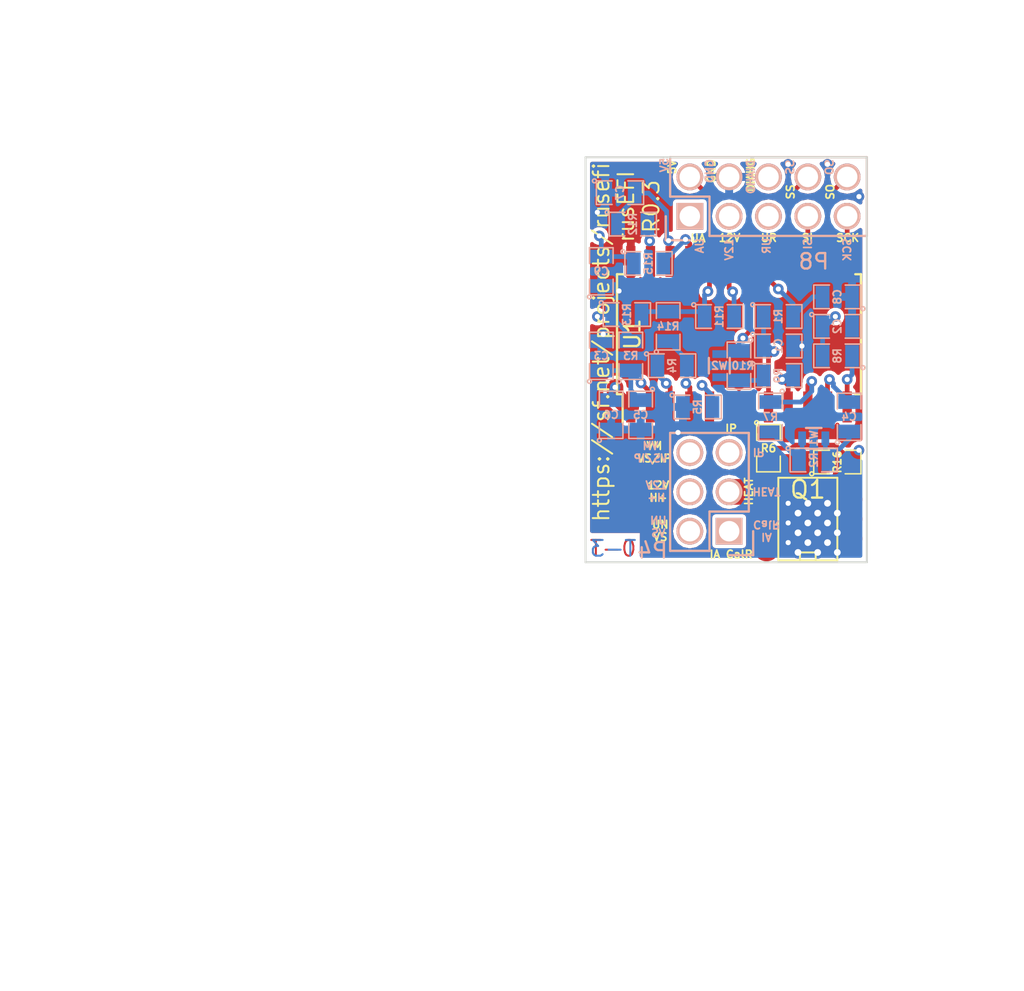
<source format=kicad_pcb>
(kicad_pcb (version 4) (host pcbnew 4.0.5)

  (general
    (links 71)
    (no_connects 0)
    (area 73.660002 99.06 139.700001 163.2458)
    (thickness 1.6)
    (drawings 46)
    (tracks 294)
    (zones 0)
    (modules 31)
    (nets 32)
  )

  (page B)
  (title_block
    (title "CJ125 Wide O2 ")
    (date 2017-01-30)
    (rev R0.3)
    (company http://rusefi.com/)
  )

  (layers
    (0 F.Cu signal)
    (1 PWR power)
    (2 GND power)
    (31 B.Cu signal)
    (32 B.Adhes user)
    (33 F.Adhes user)
    (34 B.Paste user)
    (35 F.Paste user)
    (36 B.SilkS user)
    (37 F.SilkS user)
    (38 B.Mask user)
    (39 F.Mask user)
    (40 Dwgs.User user)
    (41 Cmts.User user)
    (42 Eco1.User user)
    (43 Eco2.User user)
    (44 Edge.Cuts user)
  )

  (setup
    (last_trace_width 0.1524)
    (user_trace_width 0.1524)
    (user_trace_width 0.2159)
    (user_trace_width 0.3048)
    (user_trace_width 1.0668)
    (user_trace_width 1.651)
    (user_trace_width 2.7178)
    (trace_clearance 0.1524)
    (zone_clearance 0.2286)
    (zone_45_only no)
    (trace_min 0.1524)
    (segment_width 0.127)
    (edge_width 0.127)
    (via_size 0.6858)
    (via_drill 0.3302)
    (via_min_size 0)
    (via_min_drill 0.3302)
    (user_via 0.6858 0.3302)
    (user_via 0.78994 0.43434)
    (user_via 1.54178 1.18618)
    (uvia_size 0.508)
    (uvia_drill 0.127)
    (uvias_allowed no)
    (uvia_min_size 0.508)
    (uvia_min_drill 0.127)
    (pcb_text_width 0.127)
    (pcb_text_size 1.016 1.016)
    (mod_edge_width 0.254)
    (mod_text_size 0.508 0.508)
    (mod_text_width 0.127)
    (pad_size 1.99898 1.99898)
    (pad_drill 1.00076)
    (pad_to_mask_clearance 0.2)
    (aux_axis_origin 111.379 135.382)
    (visible_elements 7FFFF67F)
    (pcbplotparams
      (layerselection 0x010fc_80000007)
      (usegerberextensions true)
      (excludeedgelayer true)
      (linewidth 0.100000)
      (plotframeref false)
      (viasonmask false)
      (mode 1)
      (useauxorigin false)
      (hpglpennumber 1)
      (hpglpenspeed 20)
      (hpglpendiameter 15)
      (hpglpenoverlay 2)
      (psnegative false)
      (psa4output false)
      (plotreference true)
      (plotvalue true)
      (plotinvisibletext false)
      (padsonsilk false)
      (subtractmaskfromsilk false)
      (outputformat 1)
      (mirror false)
      (drillshape 0)
      (scaleselection 1)
      (outputdirectory C:/Users/Vista_64_D630/Desktop/Jared/code/Hardware/trunk/rusefi.com/CJ125_board/gerber))
  )

  (net 0 "")
  (net 1 GND)
  (net 2 /RST)
  (net 3 /CJ125_UR)
  (net 4 /UN)
  (net 5 "Net-(C4-Pad1)")
  (net 6 /CM)
  (net 7 /WO2-12V)
  (net 8 /CF)
  (net 9 /CJ125_5v)
  (net 10 /CJ125_UA)
  (net 11 /CJ125_IP)
  (net 12 /CJ125_HEATER)
  (net 13 /CJ125_IA)
  (net 14 /CJ125_VM)
  (net 15 /CJ125_UN)
  (net 16 /CJ125_SS)
  (net 17 /CJ125_SI)
  (net 18 /CJ125_SO)
  (net 19 /CJ125_SCK)
  (net 20 "Net-(R2-Pad1)")
  (net 21 /OSZ)
  (net 22 /DIAHD)
  (net 23 /RM)
  (net 24 /UR)
  (net 25 "Net-(R10-Pad2)")
  (net 26 /RS)
  (net 27 /UP)
  (net 28 /US)
  (net 29 /RF)
  (net 30 /UA)
  (net 31 /DIAHG)

  (net_class Default ""
    (clearance 0.1524)
    (trace_width 0.1524)
    (via_dia 0.6858)
    (via_drill 0.3302)
    (uvia_dia 0.508)
    (uvia_drill 0.127)
    (add_net /DIAHG)
  )

  (net_class "1A external" ""
    (clearance 0.2159)
    (trace_width 0.3048)
    (via_dia 0.6858)
    (via_drill 0.3302)
    (uvia_dia 0.508)
    (uvia_drill 0.127)
    (add_net /CF)
    (add_net /CJ125_5v)
    (add_net /CJ125_HEATER)
    (add_net /CJ125_IA)
    (add_net /CJ125_IP)
    (add_net /CJ125_SCK)
    (add_net /CJ125_SI)
    (add_net /CJ125_SO)
    (add_net /CJ125_SS)
    (add_net /CJ125_UA)
    (add_net /CJ125_UN)
    (add_net /CJ125_UR)
    (add_net /CJ125_VM)
    (add_net /CM)
    (add_net /DIAHD)
    (add_net /OSZ)
    (add_net /RF)
    (add_net /RM)
    (add_net /RS)
    (add_net /RST)
    (add_net /UA)
    (add_net /UN)
    (add_net /UP)
    (add_net /UR)
    (add_net /US)
    (add_net GND)
    (add_net "Net-(C4-Pad1)")
    (add_net "Net-(R10-Pad2)")
    (add_net "Net-(R2-Pad1)")
  )

  (net_class "2.5A external" ""
    (clearance 0.2159)
    (trace_width 1.0668)
    (via_dia 0.6858)
    (via_drill 0.3302)
    (uvia_dia 0.508)
    (uvia_drill 0.127)
    (add_net /WO2-12V)
  )

  (net_class "3.5A external" ""
    (clearance 0.2159)
    (trace_width 1.651)
    (via_dia 1.0922)
    (via_drill 0.6858)
    (uvia_dia 0.508)
    (uvia_drill 0.127)
  )

  (net_class "5A external" ""
    (clearance 0.2159)
    (trace_width 2.7178)
    (via_dia 1.54178)
    (via_drill 1.18618)
    (uvia_dia 0.508)
    (uvia_drill 0.127)
  )

  (net_class min2_extern_.188A ""
    (clearance 0.1524)
    (trace_width 0.1524)
    (via_dia 0.6858)
    (via_drill 0.3302)
    (uvia_dia 0.508)
    (uvia_drill 0.127)
  )

  (net_class min_extern_.241A ""
    (clearance 0.2159)
    (trace_width 0.2159)
    (via_dia 0.6858)
    (via_drill 0.3302)
    (uvia_dia 0.508)
    (uvia_drill 0.127)
  )

  (module SOIC-24_7.5x15.4mm_Pitch1.27mm (layer F.Cu) (tedit 57942A5D) (tstamp 57942487)
    (at 121.285 120.65 90)
    (descr "24-Lead Plastic Small Outline (SO) - Wide, 7.50 mm Body [SOIC] (see Microchip Packaging Specification 00000049BS.pdf)")
    (tags "SOIC 1.27")
    (path /4E39E9B7)
    (attr smd)
    (fp_text reference U1 (at 0 -6.8834 90) (layer F.SilkS)
      (effects (font (size 1 1) (thickness 0.15)))
    )
    (fp_text value CJ125 (at 1.27 3.302 180) (layer F.Fab)
      (effects (font (size 1 1) (thickness 0.15)))
    )
    (fp_line (start -5.95 -8.05) (end -5.95 8.05) (layer F.CrtYd) (width 0.05))
    (fp_line (start 5.95 -8.05) (end 5.95 8.05) (layer F.CrtYd) (width 0.05))
    (fp_line (start -5.95 -8.05) (end 5.95 -8.05) (layer F.CrtYd) (width 0.05))
    (fp_line (start -5.95 8.05) (end 5.95 8.05) (layer F.CrtYd) (width 0.05))
    (fp_line (start -3.875 -7.875) (end -3.875 -7.51) (layer F.SilkS) (width 0.15))
    (fp_line (start 3.875 -7.875) (end 3.875 -7.51) (layer F.SilkS) (width 0.15))
    (fp_line (start 3.875 7.875) (end 3.875 7.51) (layer F.SilkS) (width 0.15))
    (fp_line (start -3.875 7.875) (end -3.875 7.51) (layer F.SilkS) (width 0.15))
    (fp_line (start -3.875 -7.875) (end 3.875 -7.875) (layer F.SilkS) (width 0.15))
    (fp_line (start -3.875 7.875) (end 3.875 7.875) (layer F.SilkS) (width 0.15))
    (fp_line (start -3.875 -7.51) (end -5.7 -7.51) (layer F.SilkS) (width 0.15))
    (pad 1 smd rect (at -4.7 -6.985 90) (size 2 0.6) (layers F.Cu F.Paste F.Mask)
      (net 7 /WO2-12V))
    (pad 2 smd rect (at -4.7 -5.715 90) (size 2 0.6) (layers F.Cu F.Paste F.Mask)
      (net 4 /UN))
    (pad 3 smd rect (at -4.7 -4.445 90) (size 2 0.6) (layers F.Cu F.Paste F.Mask)
      (net 11 /CJ125_IP))
    (pad 4 smd rect (at -4.7 -3.175 90) (size 2 0.6) (layers F.Cu F.Paste F.Mask)
      (net 13 /CJ125_IA))
    (pad 5 smd rect (at -4.7 -1.905 90) (size 2 0.6) (layers F.Cu F.Paste F.Mask)
      (net 21 /OSZ))
    (pad 6 smd rect (at -4.7 -0.635 90) (size 2 0.6) (layers F.Cu F.Paste F.Mask)
      (net 31 /DIAHG))
    (pad 7 smd rect (at -4.7 0.635 90) (size 2 0.6) (layers F.Cu F.Paste F.Mask)
      (net 22 /DIAHD))
    (pad 8 smd rect (at -4.7 1.905 90) (size 2 0.6) (layers F.Cu F.Paste F.Mask)
      (net 2 /RST))
    (pad 9 smd rect (at -4.7 3.175 90) (size 2 0.6) (layers F.Cu F.Paste F.Mask)
      (net 26 /RS))
    (pad 10 smd rect (at -4.7 4.445 90) (size 2 0.6) (layers F.Cu F.Paste F.Mask)
      (net 23 /RM))
    (pad 11 smd rect (at -4.7 5.715 90) (size 2 0.6) (layers F.Cu F.Paste F.Mask)
      (net 6 /CM))
    (pad 12 smd rect (at -4.7 6.985 90) (size 2 0.6) (layers F.Cu F.Paste F.Mask)
      (net 24 /UR))
    (pad 13 smd rect (at 4.7 6.985 90) (size 2 0.6) (layers F.Cu F.Paste F.Mask)
      (net 19 /CJ125_SCK))
    (pad 14 smd rect (at 4.7 5.715 90) (size 2 0.6) (layers F.Cu F.Paste F.Mask)
      (net 18 /CJ125_SO))
    (pad 15 smd rect (at 4.7 4.445 90) (size 2 0.6) (layers F.Cu F.Paste F.Mask)
      (net 17 /CJ125_SI))
    (pad 16 smd rect (at 4.7 3.175 90) (size 2 0.6) (layers F.Cu F.Paste F.Mask)
      (net 16 /CJ125_SS))
    (pad 17 smd rect (at 4.7 1.905 90) (size 2 0.6) (layers F.Cu F.Paste F.Mask)
      (net 9 /CJ125_5v))
    (pad 18 smd rect (at 4.7 0.635 90) (size 2 0.6) (layers F.Cu F.Paste F.Mask)
      (net 14 /CJ125_VM))
    (pad 19 smd rect (at 4.7 -0.635 90) (size 2 0.6) (layers F.Cu F.Paste F.Mask)
      (net 28 /US))
    (pad 20 smd rect (at 4.7 -1.905 90) (size 2 0.6) (layers F.Cu F.Paste F.Mask)
      (net 27 /UP))
    (pad 21 smd rect (at 4.7 -3.175 90) (size 2 0.6) (layers F.Cu F.Paste F.Mask)
      (net 30 /UA))
    (pad 22 smd rect (at 4.7 -4.445 90) (size 2 0.6) (layers F.Cu F.Paste F.Mask)
      (net 8 /CF))
    (pad 23 smd rect (at 4.7 -5.715 90) (size 2 0.6) (layers F.Cu F.Paste F.Mask)
      (net 29 /RF))
    (pad 24 smd rect (at 4.7 -6.985 90) (size 2 0.6) (layers F.Cu F.Paste F.Mask)
      (net 1 GND))
    (model Housings_SOIC.3dshapes/SOIC-24_7.5x15.4mm_Pitch1.27mm.wrl
      (at (xyz 0 0 0))
      (scale (xyz 1 1 1))
      (rotate (xyz 0 0 0))
    )
  )

  (module Socket_Strips:Socket_Strip_Straight_2x05 (layer B.Cu) (tedit 577CCDD0) (tstamp 57781E7D)
    (at 118.11 113.03)
    (descr "Through hole socket strip")
    (tags "socket strip")
    (path /5779EC14)
    (fp_text reference P8 (at 8.001 2.921) (layer B.SilkS)
      (effects (font (size 1 1) (thickness 0.15)) (justify mirror))
    )
    (fp_text value CONN_02X05 (at 0 3.1) (layer B.Fab) hide
      (effects (font (size 1 1) (thickness 0.15)) (justify mirror))
    )
    (fp_line (start -1.75 1.75) (end -1.75 -4.3) (layer B.CrtYd) (width 0.05))
    (fp_line (start 11.95 1.75) (end 11.95 -4.3) (layer B.CrtYd) (width 0.05))
    (fp_line (start -1.75 1.75) (end 11.95 1.75) (layer B.CrtYd) (width 0.05))
    (fp_line (start -1.75 -4.3) (end 11.95 -4.3) (layer B.CrtYd) (width 0.05))
    (fp_line (start -1.27 -3.81) (end 11.43 -3.81) (layer B.SilkS) (width 0.15))
    (fp_line (start 11.43 -3.81) (end 11.43 1.27) (layer B.SilkS) (width 0.15))
    (fp_line (start 11.43 1.27) (end 1.27 1.27) (layer B.SilkS) (width 0.15))
    (fp_line (start -1.27 -3.81) (end -1.27 -1.27) (layer B.SilkS) (width 0.15))
    (fp_line (start 0 1.55) (end -1.55 1.55) (layer B.SilkS) (width 0.15))
    (fp_line (start -1.27 -1.27) (end 1.27 -1.27) (layer B.SilkS) (width 0.15))
    (fp_line (start 1.27 -1.27) (end 1.27 1.27) (layer B.SilkS) (width 0.15))
    (fp_line (start -1.55 1.55) (end -1.55 0) (layer B.SilkS) (width 0.15))
    (pad 1 thru_hole rect (at 0 0) (size 1.7272 1.7272) (drill 1.3208) (layers *.Cu *.Mask B.SilkS)
      (net 10 /CJ125_UA))
    (pad 2 thru_hole oval (at 0 -2.54) (size 1.7272 1.7272) (drill 1.3208) (layers *.Cu *.Mask B.SilkS)
      (net 9 /CJ125_5v))
    (pad 3 thru_hole oval (at 2.54 0) (size 1.7272 1.7272) (drill 1.3208) (layers *.Cu *.Mask B.SilkS)
      (net 7 /WO2-12V))
    (pad 4 thru_hole oval (at 2.54 -2.54) (size 1.7272 1.7272) (drill 1.3208) (layers *.Cu *.Mask B.SilkS)
      (net 1 GND))
    (pad 5 thru_hole oval (at 5.08 0) (size 1.7272 1.7272) (drill 1.3208) (layers *.Cu *.Mask B.SilkS)
      (net 3 /CJ125_UR))
    (pad 6 thru_hole oval (at 5.08 -2.54) (size 1.7272 1.7272) (drill 1.3208) (layers *.Cu *.Mask B.SilkS)
      (net 31 /DIAHG))
    (pad 7 thru_hole oval (at 7.62 0) (size 1.7272 1.7272) (drill 1.3208) (layers *.Cu *.Mask B.SilkS)
      (net 17 /CJ125_SI))
    (pad 8 thru_hole oval (at 7.62 -2.54) (size 1.7272 1.7272) (drill 1.3208) (layers *.Cu *.Mask B.SilkS)
      (net 16 /CJ125_SS))
    (pad 9 thru_hole oval (at 10.16 0) (size 1.7272 1.7272) (drill 1.3208) (layers *.Cu *.Mask B.SilkS)
      (net 19 /CJ125_SCK))
    (pad 10 thru_hole oval (at 10.16 -2.54) (size 1.7272 1.7272) (drill 1.3208) (layers *.Cu *.Mask B.SilkS)
      (net 18 /CJ125_SO))
    (model Socket_Strips.3dshapes/Socket_Strip_Straight_2x05.wrl
      (at (xyz 0.2 -0.05 0))
      (scale (xyz 1 1 1))
      (rotate (xyz 0 0 180))
    )
  )

  (module Socket_Strips:Socket_Strip_Straight_2x03 (layer B.Cu) (tedit 577CCF0D) (tstamp 57781E48)
    (at 120.65 133.3754 90)
    (descr "Through hole socket strip")
    (tags "socket strip")
    (path /5777931C)
    (fp_text reference P4 (at -1.2446 -4.953 360) (layer B.SilkS)
      (effects (font (size 1 1) (thickness 0.15)) (justify mirror))
    )
    (fp_text value CONN_02X03 (at 0 3.1 90) (layer B.Fab) hide
      (effects (font (size 1 1) (thickness 0.15)) (justify mirror))
    )
    (fp_line (start 6.35 1.27) (end 1.27 1.27) (layer B.SilkS) (width 0.15))
    (fp_line (start -1.55 1.55) (end 0 1.55) (layer B.SilkS) (width 0.15))
    (fp_line (start -1.75 1.75) (end -1.75 -4.3) (layer B.CrtYd) (width 0.05))
    (fp_line (start 6.85 1.75) (end 6.85 -4.3) (layer B.CrtYd) (width 0.05))
    (fp_line (start -1.75 1.75) (end 6.85 1.75) (layer B.CrtYd) (width 0.05))
    (fp_line (start -1.75 -4.3) (end 6.85 -4.3) (layer B.CrtYd) (width 0.05))
    (fp_line (start -1.27 -1.27) (end 1.27 -1.27) (layer B.SilkS) (width 0.15))
    (fp_line (start 1.27 -1.27) (end 1.27 1.27) (layer B.SilkS) (width 0.15))
    (fp_line (start 6.35 1.27) (end 6.35 -3.81) (layer B.SilkS) (width 0.15))
    (fp_line (start 6.35 -3.81) (end 1.27 -3.81) (layer B.SilkS) (width 0.15))
    (fp_line (start -1.55 1.55) (end -1.55 0) (layer B.SilkS) (width 0.15))
    (fp_line (start -1.27 -3.81) (end -1.27 -1.27) (layer B.SilkS) (width 0.15))
    (fp_line (start 1.27 -3.81) (end -1.27 -3.81) (layer B.SilkS) (width 0.15))
    (pad 1 thru_hole rect (at 0 0 90) (size 1.7272 1.7272) (drill 1.3208) (layers *.Cu *.Mask B.SilkS)
      (net 13 /CJ125_IA))
    (pad 2 thru_hole oval (at 0 -2.54 90) (size 1.7272 1.7272) (drill 1.3208) (layers *.Cu *.Mask B.SilkS)
      (net 15 /CJ125_UN))
    (pad 3 thru_hole oval (at 2.54 0 90) (size 1.7272 1.7272) (drill 1.3208) (layers *.Cu *.Mask B.SilkS)
      (net 12 /CJ125_HEATER))
    (pad 4 thru_hole oval (at 2.54 -2.54 90) (size 1.7272 1.7272) (drill 1.3208) (layers *.Cu *.Mask B.SilkS)
      (net 7 /WO2-12V))
    (pad 5 thru_hole oval (at 5.08 0 90) (size 1.7272 1.7272) (drill 1.3208) (layers *.Cu *.Mask B.SilkS)
      (net 11 /CJ125_IP))
    (pad 6 thru_hole oval (at 5.08 -2.54 90) (size 1.7272 1.7272) (drill 1.3208) (layers *.Cu *.Mask B.SilkS)
      (net 14 /CJ125_VM))
    (model Socket_Strips.3dshapes/Socket_Strip_Straight_2x03.wrl
      (at (xyz 0.1 -0.05 0))
      (scale (xyz 1 1 1))
      (rotate (xyz 0 0 180))
    )
  )

  (module SM0805 placed (layer B.Cu) (tedit 56D4E0BE) (tstamp 57781DAE)
    (at 123.825 121.412)
    (path /4E39E9C7)
    (attr smd)
    (fp_text reference C1 (at 0 0 270) (layer B.SilkS)
      (effects (font (size 0.50038 0.50038) (thickness 0.10922)) (justify mirror))
    )
    (fp_text value 1000pF (at 0 0 270) (layer B.SilkS) hide
      (effects (font (size 0.50038 0.50038) (thickness 0.10922)) (justify mirror))
    )
    (fp_circle (center -1.651 -0.762) (end -1.651 -0.635) (layer B.SilkS) (width 0.09906))
    (fp_line (start -0.508 -0.762) (end -1.524 -0.762) (layer B.SilkS) (width 0.09906))
    (fp_line (start -1.524 -0.762) (end -1.524 0.762) (layer B.SilkS) (width 0.09906))
    (fp_line (start -1.524 0.762) (end -0.508 0.762) (layer B.SilkS) (width 0.09906))
    (fp_line (start 0.508 0.762) (end 1.524 0.762) (layer B.SilkS) (width 0.09906))
    (fp_line (start 1.524 0.762) (end 1.524 -0.762) (layer B.SilkS) (width 0.09906))
    (fp_line (start 1.524 -0.762) (end 0.508 -0.762) (layer B.SilkS) (width 0.09906))
    (pad 1 smd rect (at -0.9525 0) (size 0.889 1.397) (layers B.Cu B.Paste B.Mask)
      (net 2 /RST))
    (pad 2 smd rect (at 0.9525 0) (size 0.889 1.397) (layers B.Cu B.Paste B.Mask)
      (net 1 GND))
    (model smd/chip_cms.wrl
      (at (xyz 0 0 0))
      (scale (xyz 0.1 0.1 0.1))
      (rotate (xyz 0 0 0))
    )
  )

  (module SM0805 placed (layer B.Cu) (tedit 56D4E0BE) (tstamp 57781DBB)
    (at 127.635 120.142)
    (path /4E39E9CA)
    (attr smd)
    (fp_text reference C2 (at 0 0 270) (layer B.SilkS)
      (effects (font (size 0.50038 0.50038) (thickness 0.10922)) (justify mirror))
    )
    (fp_text value 0.033uF (at 0 0 270) (layer B.SilkS) hide
      (effects (font (size 0.50038 0.50038) (thickness 0.10922)) (justify mirror))
    )
    (fp_circle (center -1.651 -0.762) (end -1.651 -0.635) (layer B.SilkS) (width 0.09906))
    (fp_line (start -0.508 -0.762) (end -1.524 -0.762) (layer B.SilkS) (width 0.09906))
    (fp_line (start -1.524 -0.762) (end -1.524 0.762) (layer B.SilkS) (width 0.09906))
    (fp_line (start -1.524 0.762) (end -0.508 0.762) (layer B.SilkS) (width 0.09906))
    (fp_line (start 0.508 0.762) (end 1.524 0.762) (layer B.SilkS) (width 0.09906))
    (fp_line (start 1.524 0.762) (end 1.524 -0.762) (layer B.SilkS) (width 0.09906))
    (fp_line (start 1.524 -0.762) (end 0.508 -0.762) (layer B.SilkS) (width 0.09906))
    (pad 1 smd rect (at -0.9525 0) (size 0.889 1.397) (layers B.Cu B.Paste B.Mask)
      (net 3 /CJ125_UR))
    (pad 2 smd rect (at 0.9525 0) (size 0.889 1.397) (layers B.Cu B.Paste B.Mask)
      (net 1 GND))
    (model smd/chip_cms.wrl
      (at (xyz 0 0 0))
      (scale (xyz 0.1 0.1 0.1))
      (rotate (xyz 0 0 0))
    )
  )

  (module SM0805 placed (layer B.Cu) (tedit 56D4E0BE) (tstamp 57781DC8)
    (at 112.395 122.047 90)
    (path /577227C9)
    (attr smd)
    (fp_text reference C3 (at 0 0 360) (layer B.SilkS)
      (effects (font (size 0.50038 0.50038) (thickness 0.10922)) (justify mirror))
    )
    (fp_text value 0.1uF (at 0 0 360) (layer B.SilkS) hide
      (effects (font (size 0.50038 0.50038) (thickness 0.10922)) (justify mirror))
    )
    (fp_circle (center -1.651 -0.762) (end -1.651 -0.635) (layer B.SilkS) (width 0.09906))
    (fp_line (start -0.508 -0.762) (end -1.524 -0.762) (layer B.SilkS) (width 0.09906))
    (fp_line (start -1.524 -0.762) (end -1.524 0.762) (layer B.SilkS) (width 0.09906))
    (fp_line (start -1.524 0.762) (end -0.508 0.762) (layer B.SilkS) (width 0.09906))
    (fp_line (start 0.508 0.762) (end 1.524 0.762) (layer B.SilkS) (width 0.09906))
    (fp_line (start 1.524 0.762) (end 1.524 -0.762) (layer B.SilkS) (width 0.09906))
    (fp_line (start 1.524 -0.762) (end 0.508 -0.762) (layer B.SilkS) (width 0.09906))
    (pad 1 smd rect (at -0.9525 0 90) (size 0.889 1.397) (layers B.Cu B.Paste B.Mask)
      (net 4 /UN))
    (pad 2 smd rect (at 0.9525 0 90) (size 0.889 1.397) (layers B.Cu B.Paste B.Mask)
      (net 1 GND))
    (model smd/chip_cms.wrl
      (at (xyz 0 0 0))
      (scale (xyz 0.1 0.1 0.1))
      (rotate (xyz 0 0 0))
    )
  )

  (module SM0805 placed (layer B.Cu) (tedit 56D4E0BE) (tstamp 57781DD5)
    (at 128.397 125.984 90)
    (path /4E39E9C2)
    (attr smd)
    (fp_text reference C4 (at 0 0 360) (layer B.SilkS)
      (effects (font (size 0.50038 0.50038) (thickness 0.10922)) (justify mirror))
    )
    (fp_text value 0.1uF (at 0 0 360) (layer B.SilkS) hide
      (effects (font (size 0.50038 0.50038) (thickness 0.10922)) (justify mirror))
    )
    (fp_circle (center -1.651 -0.762) (end -1.651 -0.635) (layer B.SilkS) (width 0.09906))
    (fp_line (start -0.508 -0.762) (end -1.524 -0.762) (layer B.SilkS) (width 0.09906))
    (fp_line (start -1.524 -0.762) (end -1.524 0.762) (layer B.SilkS) (width 0.09906))
    (fp_line (start -1.524 0.762) (end -0.508 0.762) (layer B.SilkS) (width 0.09906))
    (fp_line (start 0.508 0.762) (end 1.524 0.762) (layer B.SilkS) (width 0.09906))
    (fp_line (start 1.524 0.762) (end 1.524 -0.762) (layer B.SilkS) (width 0.09906))
    (fp_line (start 1.524 -0.762) (end 0.508 -0.762) (layer B.SilkS) (width 0.09906))
    (pad 1 smd rect (at -0.9525 0 90) (size 0.889 1.397) (layers B.Cu B.Paste B.Mask)
      (net 5 "Net-(C4-Pad1)"))
    (pad 2 smd rect (at 0.9525 0 90) (size 0.889 1.397) (layers B.Cu B.Paste B.Mask)
      (net 6 /CM))
    (model smd/chip_cms.wrl
      (at (xyz 0 0 0))
      (scale (xyz 0.1 0.1 0.1))
      (rotate (xyz 0 0 0))
    )
  )

  (module SM0805 placed (layer B.Cu) (tedit 56D4E0BE) (tstamp 57781DE2)
    (at 114.935 125.857 270)
    (path /4E39E9C5)
    (attr smd)
    (fp_text reference C5 (at 0 0 540) (layer B.SilkS)
      (effects (font (size 0.50038 0.50038) (thickness 0.10922)) (justify mirror))
    )
    (fp_text value 220pf (at 0 0 540) (layer B.SilkS) hide
      (effects (font (size 0.50038 0.50038) (thickness 0.10922)) (justify mirror))
    )
    (fp_circle (center -1.651 -0.762) (end -1.651 -0.635) (layer B.SilkS) (width 0.09906))
    (fp_line (start -0.508 -0.762) (end -1.524 -0.762) (layer B.SilkS) (width 0.09906))
    (fp_line (start -1.524 -0.762) (end -1.524 0.762) (layer B.SilkS) (width 0.09906))
    (fp_line (start -1.524 0.762) (end -0.508 0.762) (layer B.SilkS) (width 0.09906))
    (fp_line (start 0.508 0.762) (end 1.524 0.762) (layer B.SilkS) (width 0.09906))
    (fp_line (start 1.524 0.762) (end 1.524 -0.762) (layer B.SilkS) (width 0.09906))
    (fp_line (start 1.524 -0.762) (end 0.508 -0.762) (layer B.SilkS) (width 0.09906))
    (pad 1 smd rect (at -0.9525 0 270) (size 0.889 1.397) (layers B.Cu B.Paste B.Mask)
      (net 4 /UN))
    (pad 2 smd rect (at 0.9525 0 270) (size 0.889 1.397) (layers B.Cu B.Paste B.Mask)
      (net 1 GND))
    (model smd/chip_cms.wrl
      (at (xyz 0 0 0))
      (scale (xyz 0.1 0.1 0.1))
      (rotate (xyz 0 0 0))
    )
  )

  (module SM0805 placed (layer B.Cu) (tedit 56D4E0BE) (tstamp 57781DEF)
    (at 113.03 125.857 90)
    (path /4E39E9CF)
    (attr smd)
    (fp_text reference C6 (at 0 0 360) (layer B.SilkS)
      (effects (font (size 0.50038 0.50038) (thickness 0.10922)) (justify mirror))
    )
    (fp_text value 0.033uF (at 0 0 360) (layer B.SilkS) hide
      (effects (font (size 0.50038 0.50038) (thickness 0.10922)) (justify mirror))
    )
    (fp_circle (center -1.651 -0.762) (end -1.651 -0.635) (layer B.SilkS) (width 0.09906))
    (fp_line (start -0.508 -0.762) (end -1.524 -0.762) (layer B.SilkS) (width 0.09906))
    (fp_line (start -1.524 -0.762) (end -1.524 0.762) (layer B.SilkS) (width 0.09906))
    (fp_line (start -1.524 0.762) (end -0.508 0.762) (layer B.SilkS) (width 0.09906))
    (fp_line (start 0.508 0.762) (end 1.524 0.762) (layer B.SilkS) (width 0.09906))
    (fp_line (start 1.524 0.762) (end 1.524 -0.762) (layer B.SilkS) (width 0.09906))
    (fp_line (start 1.524 -0.762) (end 0.508 -0.762) (layer B.SilkS) (width 0.09906))
    (pad 1 smd rect (at -0.9525 0 90) (size 0.889 1.397) (layers B.Cu B.Paste B.Mask)
      (net 1 GND))
    (pad 2 smd rect (at 0.9525 0 90) (size 0.889 1.397) (layers B.Cu B.Paste B.Mask)
      (net 7 /WO2-12V))
    (model smd/chip_cms.wrl
      (at (xyz 0 0 0))
      (scale (xyz 0.1 0.1 0.1))
      (rotate (xyz 0 0 0))
    )
  )

  (module SM0805 placed (layer B.Cu) (tedit 56D4E0BE) (tstamp 57781DFC)
    (at 113.6015 111.506)
    (path /4E39E9D3)
    (attr smd)
    (fp_text reference C7 (at 0 0 270) (layer B.SilkS)
      (effects (font (size 0.50038 0.50038) (thickness 0.10922)) (justify mirror))
    )
    (fp_text value 0.1uF (at 0 0 270) (layer B.SilkS) hide
      (effects (font (size 0.50038 0.50038) (thickness 0.10922)) (justify mirror))
    )
    (fp_circle (center -1.651 -0.762) (end -1.651 -0.635) (layer B.SilkS) (width 0.09906))
    (fp_line (start -0.508 -0.762) (end -1.524 -0.762) (layer B.SilkS) (width 0.09906))
    (fp_line (start -1.524 -0.762) (end -1.524 0.762) (layer B.SilkS) (width 0.09906))
    (fp_line (start -1.524 0.762) (end -0.508 0.762) (layer B.SilkS) (width 0.09906))
    (fp_line (start 0.508 0.762) (end 1.524 0.762) (layer B.SilkS) (width 0.09906))
    (fp_line (start 1.524 0.762) (end 1.524 -0.762) (layer B.SilkS) (width 0.09906))
    (fp_line (start 1.524 -0.762) (end 0.508 -0.762) (layer B.SilkS) (width 0.09906))
    (pad 1 smd rect (at -0.9525 0) (size 0.889 1.397) (layers B.Cu B.Paste B.Mask)
      (net 1 GND))
    (pad 2 smd rect (at 0.9525 0) (size 0.889 1.397) (layers B.Cu B.Paste B.Mask)
      (net 8 /CF))
    (model smd/chip_cms.wrl
      (at (xyz 0 0 0))
      (scale (xyz 0.1 0.1 0.1))
      (rotate (xyz 0 0 0))
    )
  )

  (module SM0805 placed (layer B.Cu) (tedit 56D4E0BE) (tstamp 57781E09)
    (at 127.635 118.237 180)
    (path /4E39E9B9)
    (attr smd)
    (fp_text reference C8 (at 0 0 450) (layer B.SilkS)
      (effects (font (size 0.50038 0.50038) (thickness 0.10922)) (justify mirror))
    )
    (fp_text value 0.033uF (at 0 0 450) (layer B.SilkS) hide
      (effects (font (size 0.50038 0.50038) (thickness 0.10922)) (justify mirror))
    )
    (fp_circle (center -1.651 -0.762) (end -1.651 -0.635) (layer B.SilkS) (width 0.09906))
    (fp_line (start -0.508 -0.762) (end -1.524 -0.762) (layer B.SilkS) (width 0.09906))
    (fp_line (start -1.524 -0.762) (end -1.524 0.762) (layer B.SilkS) (width 0.09906))
    (fp_line (start -1.524 0.762) (end -0.508 0.762) (layer B.SilkS) (width 0.09906))
    (fp_line (start 0.508 0.762) (end 1.524 0.762) (layer B.SilkS) (width 0.09906))
    (fp_line (start 1.524 0.762) (end 1.524 -0.762) (layer B.SilkS) (width 0.09906))
    (fp_line (start 1.524 -0.762) (end 0.508 -0.762) (layer B.SilkS) (width 0.09906))
    (pad 1 smd rect (at -0.9525 0 180) (size 0.889 1.397) (layers B.Cu B.Paste B.Mask)
      (net 1 GND))
    (pad 2 smd rect (at 0.9525 0 180) (size 0.889 1.397) (layers B.Cu B.Paste B.Mask)
      (net 9 /CJ125_5v))
    (model smd/chip_cms.wrl
      (at (xyz 0 0 0))
      (scale (xyz 0.1 0.1 0.1))
      (rotate (xyz 0 0 0))
    )
  )

  (module SM0805 placed (layer B.Cu) (tedit 56D4E0BE) (tstamp 57781E16)
    (at 112.395 116.586 90)
    (path /58908DB7)
    (attr smd)
    (fp_text reference C9 (at 0 0 360) (layer B.SilkS)
      (effects (font (size 0.50038 0.50038) (thickness 0.10922)) (justify mirror))
    )
    (fp_text value 0.033uF (at 0 0 360) (layer B.SilkS) hide
      (effects (font (size 0.50038 0.50038) (thickness 0.10922)) (justify mirror))
    )
    (fp_circle (center -1.651 -0.762) (end -1.651 -0.635) (layer B.SilkS) (width 0.09906))
    (fp_line (start -0.508 -0.762) (end -1.524 -0.762) (layer B.SilkS) (width 0.09906))
    (fp_line (start -1.524 -0.762) (end -1.524 0.762) (layer B.SilkS) (width 0.09906))
    (fp_line (start -1.524 0.762) (end -0.508 0.762) (layer B.SilkS) (width 0.09906))
    (fp_line (start 0.508 0.762) (end 1.524 0.762) (layer B.SilkS) (width 0.09906))
    (fp_line (start 1.524 0.762) (end 1.524 -0.762) (layer B.SilkS) (width 0.09906))
    (fp_line (start 1.524 -0.762) (end 0.508 -0.762) (layer B.SilkS) (width 0.09906))
    (pad 1 smd rect (at -0.9525 0 90) (size 0.889 1.397) (layers B.Cu B.Paste B.Mask)
      (net 1 GND))
    (pad 2 smd rect (at 0.9525 0 90) (size 0.889 1.397) (layers B.Cu B.Paste B.Mask)
      (net 10 /CJ125_UA))
    (model smd/chip_cms.wrl
      (at (xyz 0 0 0))
      (scale (xyz 0.1 0.1 0.1))
      (rotate (xyz 0 0 0))
    )
  )

  (module SO8E_ST placed (layer F.Cu) (tedit 5778E338) (tstamp 57781E91)
    (at 125.73 132.588 90)
    (tags S08E)
    (path /577188B8)
    (attr smd)
    (fp_text reference Q1 (at 1.905 0 180) (layer F.SilkS)
      (effects (font (size 1.143 1.143) (thickness 0.1524)))
    )
    (fp_text value FDS2734 (at 0 1.016 90) (layer F.SilkS) hide
      (effects (font (size 0.508 0.508) (thickness 0.127)))
    )
    (fp_line (start -2.667 1.778) (end -2.667 1.905) (layer F.SilkS) (width 0.127))
    (fp_line (start -2.667 1.905) (end 2.667 1.905) (layer F.SilkS) (width 0.127))
    (fp_line (start 2.667 -1.905) (end -2.667 -1.905) (layer F.SilkS) (width 0.127))
    (fp_line (start -2.667 -1.905) (end -2.667 1.778) (layer F.SilkS) (width 0.127))
    (fp_line (start -2.667 -0.508) (end -2.159 -0.508) (layer F.SilkS) (width 0.127))
    (fp_line (start -2.159 -0.508) (end -2.159 0.508) (layer F.SilkS) (width 0.127))
    (fp_line (start -2.159 0.508) (end -2.667 0.508) (layer F.SilkS) (width 0.127))
    (fp_line (start 2.667 -1.905) (end 2.667 1.905) (layer F.SilkS) (width 0.127))
    (pad 2 smd rect (at -1.905 -2.667 90) (size 0.508 1.143) (layers F.Cu F.Paste F.Mask)
      (net 12 /CJ125_HEATER))
    (pad 3 smd rect (at -1.905 2.667 90) (size 0.508 1.143) (layers F.Cu F.Paste F.Mask)
      (net 1 GND))
    (pad 2 smd rect (at -0.635 -2.667 90) (size 0.508 1.143) (layers F.Cu F.Paste F.Mask)
      (net 12 /CJ125_HEATER))
    (pad 2 smd rect (at 0.635 -2.667 90) (size 0.508 1.143) (layers F.Cu F.Paste F.Mask)
      (net 12 /CJ125_HEATER))
    (pad 2 smd rect (at 1.905 -2.667 90) (size 0.508 1.143) (layers F.Cu F.Paste F.Mask)
      (net 12 /CJ125_HEATER))
    (pad 3 smd rect (at -0.635 2.667 90) (size 0.508 1.143) (layers F.Cu F.Paste F.Mask)
      (net 1 GND))
    (pad 3 smd rect (at 0.635 2.667 90) (size 0.508 1.143) (layers F.Cu F.Paste F.Mask)
      (net 1 GND))
    (pad 1 smd rect (at 1.905 2.667 90) (size 0.508 1.143) (layers F.Cu F.Paste F.Mask)
      (net 31 /DIAHG))
    (model smd/cms_so8.wrl
      (at (xyz 0 0 0))
      (scale (xyz 0.5 0.32 0.5))
      (rotate (xyz 0 0 0))
    )
  )

  (module SM0805 placed (layer B.Cu) (tedit 56D4E0BE) (tstamp 57781E9E)
    (at 123.825 119.507)
    (path /4E39E9C3)
    (attr smd)
    (fp_text reference R1 (at 0 0 270) (layer B.SilkS)
      (effects (font (size 0.50038 0.50038) (thickness 0.10922)) (justify mirror))
    )
    (fp_text value 10k (at 0 0 270) (layer B.SilkS) hide
      (effects (font (size 0.50038 0.50038) (thickness 0.10922)) (justify mirror))
    )
    (fp_circle (center -1.651 -0.762) (end -1.651 -0.635) (layer B.SilkS) (width 0.09906))
    (fp_line (start -0.508 -0.762) (end -1.524 -0.762) (layer B.SilkS) (width 0.09906))
    (fp_line (start -1.524 -0.762) (end -1.524 0.762) (layer B.SilkS) (width 0.09906))
    (fp_line (start -1.524 0.762) (end -0.508 0.762) (layer B.SilkS) (width 0.09906))
    (fp_line (start 0.508 0.762) (end 1.524 0.762) (layer B.SilkS) (width 0.09906))
    (fp_line (start 1.524 0.762) (end 1.524 -0.762) (layer B.SilkS) (width 0.09906))
    (fp_line (start 1.524 -0.762) (end 0.508 -0.762) (layer B.SilkS) (width 0.09906))
    (pad 1 smd rect (at -0.9525 0) (size 0.889 1.397) (layers B.Cu B.Paste B.Mask)
      (net 2 /RST))
    (pad 2 smd rect (at 0.9525 0) (size 0.889 1.397) (layers B.Cu B.Paste B.Mask)
      (net 9 /CJ125_5v))
    (model smd/chip_cms.wrl
      (at (xyz 0 0 0))
      (scale (xyz 0.1 0.1 0.1))
      (rotate (xyz 0 0 0))
    )
  )

  (module SM0805 placed (layer B.Cu) (tedit 56D4E0BE) (tstamp 57781EAB)
    (at 126.111 128.778)
    (path /5771DC73)
    (attr smd)
    (fp_text reference R2 (at 0 0 270) (layer B.SilkS)
      (effects (font (size 0.50038 0.50038) (thickness 0.10922)) (justify mirror))
    )
    (fp_text value 21k6 (at 0 0 270) (layer B.SilkS) hide
      (effects (font (size 0.50038 0.50038) (thickness 0.10922)) (justify mirror))
    )
    (fp_circle (center -1.651 -0.762) (end -1.651 -0.635) (layer B.SilkS) (width 0.09906))
    (fp_line (start -0.508 -0.762) (end -1.524 -0.762) (layer B.SilkS) (width 0.09906))
    (fp_line (start -1.524 -0.762) (end -1.524 0.762) (layer B.SilkS) (width 0.09906))
    (fp_line (start -1.524 0.762) (end -0.508 0.762) (layer B.SilkS) (width 0.09906))
    (fp_line (start 0.508 0.762) (end 1.524 0.762) (layer B.SilkS) (width 0.09906))
    (fp_line (start 1.524 0.762) (end 1.524 -0.762) (layer B.SilkS) (width 0.09906))
    (fp_line (start 1.524 -0.762) (end 0.508 -0.762) (layer B.SilkS) (width 0.09906))
    (pad 1 smd rect (at -0.9525 0) (size 0.889 1.397) (layers B.Cu B.Paste B.Mask)
      (net 20 "Net-(R2-Pad1)"))
    (pad 2 smd rect (at 0.9525 0) (size 0.889 1.397) (layers B.Cu B.Paste B.Mask)
      (net 5 "Net-(C4-Pad1)"))
    (model smd/chip_cms.wrl
      (at (xyz 0 0 0))
      (scale (xyz 0.1 0.1 0.1))
      (rotate (xyz 0 0 0))
    )
  )

  (module SM0805 placed (layer B.Cu) (tedit 56D4E0BE) (tstamp 57781EB8)
    (at 114.3 122.047 90)
    (path /57722197)
    (attr smd)
    (fp_text reference R3 (at 0 0 360) (layer B.SilkS)
      (effects (font (size 0.50038 0.50038) (thickness 0.10922)) (justify mirror))
    )
    (fp_text value 160 (at 0 0 360) (layer B.SilkS) hide
      (effects (font (size 0.50038 0.50038) (thickness 0.10922)) (justify mirror))
    )
    (fp_circle (center -1.651 -0.762) (end -1.651 -0.635) (layer B.SilkS) (width 0.09906))
    (fp_line (start -0.508 -0.762) (end -1.524 -0.762) (layer B.SilkS) (width 0.09906))
    (fp_line (start -1.524 -0.762) (end -1.524 0.762) (layer B.SilkS) (width 0.09906))
    (fp_line (start -1.524 0.762) (end -0.508 0.762) (layer B.SilkS) (width 0.09906))
    (fp_line (start 0.508 0.762) (end 1.524 0.762) (layer B.SilkS) (width 0.09906))
    (fp_line (start 1.524 0.762) (end 1.524 -0.762) (layer B.SilkS) (width 0.09906))
    (fp_line (start 1.524 -0.762) (end 0.508 -0.762) (layer B.SilkS) (width 0.09906))
    (pad 1 smd rect (at -0.9525 0 90) (size 0.889 1.397) (layers B.Cu B.Paste B.Mask)
      (net 4 /UN))
    (pad 2 smd rect (at 0.9525 0 90) (size 0.889 1.397) (layers B.Cu B.Paste B.Mask)
      (net 15 /CJ125_UN))
    (model smd/chip_cms.wrl
      (at (xyz 0 0 0))
      (scale (xyz 0.1 0.1 0.1))
      (rotate (xyz 0 0 0))
    )
  )

  (module SM0805 placed (layer B.Cu) (tedit 56D4E0BE) (tstamp 57781EC5)
    (at 116.967 122.682)
    (path /4E39E9CC)
    (attr smd)
    (fp_text reference R4 (at 0 0 270) (layer B.SilkS)
      (effects (font (size 0.50038 0.50038) (thickness 0.10922)) (justify mirror))
    )
    (fp_text value 61.9 (at 0 0 270) (layer B.SilkS) hide
      (effects (font (size 0.50038 0.50038) (thickness 0.10922)) (justify mirror))
    )
    (fp_circle (center -1.651 -0.762) (end -1.651 -0.635) (layer B.SilkS) (width 0.09906))
    (fp_line (start -0.508 -0.762) (end -1.524 -0.762) (layer B.SilkS) (width 0.09906))
    (fp_line (start -1.524 -0.762) (end -1.524 0.762) (layer B.SilkS) (width 0.09906))
    (fp_line (start -1.524 0.762) (end -0.508 0.762) (layer B.SilkS) (width 0.09906))
    (fp_line (start 0.508 0.762) (end 1.524 0.762) (layer B.SilkS) (width 0.09906))
    (fp_line (start 1.524 0.762) (end 1.524 -0.762) (layer B.SilkS) (width 0.09906))
    (fp_line (start 1.524 -0.762) (end 0.508 -0.762) (layer B.SilkS) (width 0.09906))
    (pad 1 smd rect (at -0.9525 0) (size 0.889 1.397) (layers B.Cu B.Paste B.Mask)
      (net 11 /CJ125_IP))
    (pad 2 smd rect (at 0.9525 0) (size 0.889 1.397) (layers B.Cu B.Paste B.Mask)
      (net 13 /CJ125_IA))
    (model smd/chip_cms.wrl
      (at (xyz 0 0 0))
      (scale (xyz 0.1 0.1 0.1))
      (rotate (xyz 0 0 0))
    )
  )

  (module SM0805 placed (layer B.Cu) (tedit 56D4E0BE) (tstamp 57781ED2)
    (at 118.618 125.349)
    (path /4E39E9CB)
    (attr smd)
    (fp_text reference R5 (at 0 0 270) (layer B.SilkS)
      (effects (font (size 0.50038 0.50038) (thickness 0.10922)) (justify mirror))
    )
    (fp_text value 10k (at 0 0 270) (layer B.SilkS) hide
      (effects (font (size 0.50038 0.50038) (thickness 0.10922)) (justify mirror))
    )
    (fp_circle (center -1.651 -0.762) (end -1.651 -0.635) (layer B.SilkS) (width 0.09906))
    (fp_line (start -0.508 -0.762) (end -1.524 -0.762) (layer B.SilkS) (width 0.09906))
    (fp_line (start -1.524 -0.762) (end -1.524 0.762) (layer B.SilkS) (width 0.09906))
    (fp_line (start -1.524 0.762) (end -0.508 0.762) (layer B.SilkS) (width 0.09906))
    (fp_line (start 0.508 0.762) (end 1.524 0.762) (layer B.SilkS) (width 0.09906))
    (fp_line (start 1.524 0.762) (end 1.524 -0.762) (layer B.SilkS) (width 0.09906))
    (fp_line (start 1.524 -0.762) (end 0.508 -0.762) (layer B.SilkS) (width 0.09906))
    (pad 1 smd rect (at -0.9525 0) (size 0.889 1.397) (layers B.Cu B.Paste B.Mask)
      (net 1 GND))
    (pad 2 smd rect (at 0.9525 0) (size 0.889 1.397) (layers B.Cu B.Paste B.Mask)
      (net 21 /OSZ))
    (model smd/chip_cms.wrl
      (at (xyz 0 0 0))
      (scale (xyz 0.1 0.1 0.1))
      (rotate (xyz 0 0 0))
    )
  )

  (module SM0805 placed (layer F.Cu) (tedit 56D4E0BE) (tstamp 57781EDF)
    (at 123.19 128.016 270)
    (path /4E39E9C6)
    (attr smd)
    (fp_text reference R6 (at 0 0 360) (layer F.SilkS)
      (effects (font (size 0.50038 0.50038) (thickness 0.10922)))
    )
    (fp_text value 6.8k (at 0 0 360) (layer F.SilkS) hide
      (effects (font (size 0.50038 0.50038) (thickness 0.10922)))
    )
    (fp_circle (center -1.651 0.762) (end -1.651 0.635) (layer F.SilkS) (width 0.09906))
    (fp_line (start -0.508 0.762) (end -1.524 0.762) (layer F.SilkS) (width 0.09906))
    (fp_line (start -1.524 0.762) (end -1.524 -0.762) (layer F.SilkS) (width 0.09906))
    (fp_line (start -1.524 -0.762) (end -0.508 -0.762) (layer F.SilkS) (width 0.09906))
    (fp_line (start 0.508 -0.762) (end 1.524 -0.762) (layer F.SilkS) (width 0.09906))
    (fp_line (start 1.524 -0.762) (end 1.524 0.762) (layer F.SilkS) (width 0.09906))
    (fp_line (start 1.524 0.762) (end 0.508 0.762) (layer F.SilkS) (width 0.09906))
    (pad 1 smd rect (at -0.9525 0 270) (size 0.889 1.397) (layers F.Cu F.Paste F.Mask)
      (net 22 /DIAHD))
    (pad 2 smd rect (at 0.9525 0 270) (size 0.889 1.397) (layers F.Cu F.Paste F.Mask)
      (net 12 /CJ125_HEATER))
    (model smd/chip_cms.wrl
      (at (xyz 0 0 0))
      (scale (xyz 0.1 0.1 0.1))
      (rotate (xyz 0 0 0))
    )
  )

  (module SM0805 placed (layer B.Cu) (tedit 56D4E0BE) (tstamp 57781EEC)
    (at 123.317 125.984 270)
    (path /4E39E9C1)
    (attr smd)
    (fp_text reference R7 (at 0 0 540) (layer B.SilkS)
      (effects (font (size 0.50038 0.50038) (thickness 0.10922)) (justify mirror))
    )
    (fp_text value 10k (at 0 0 540) (layer B.SilkS) hide
      (effects (font (size 0.50038 0.50038) (thickness 0.10922)) (justify mirror))
    )
    (fp_circle (center -1.651 -0.762) (end -1.651 -0.635) (layer B.SilkS) (width 0.09906))
    (fp_line (start -0.508 -0.762) (end -1.524 -0.762) (layer B.SilkS) (width 0.09906))
    (fp_line (start -1.524 -0.762) (end -1.524 0.762) (layer B.SilkS) (width 0.09906))
    (fp_line (start -1.524 0.762) (end -0.508 0.762) (layer B.SilkS) (width 0.09906))
    (fp_line (start 0.508 0.762) (end 1.524 0.762) (layer B.SilkS) (width 0.09906))
    (fp_line (start 1.524 0.762) (end 1.524 -0.762) (layer B.SilkS) (width 0.09906))
    (fp_line (start 1.524 -0.762) (end 0.508 -0.762) (layer B.SilkS) (width 0.09906))
    (pad 1 smd rect (at -0.9525 0 270) (size 0.889 1.397) (layers B.Cu B.Paste B.Mask)
      (net 23 /RM))
    (pad 2 smd rect (at 0.9525 0 270) (size 0.889 1.397) (layers B.Cu B.Paste B.Mask)
      (net 20 "Net-(R2-Pad1)"))
    (model smd/chip_cms.wrl
      (at (xyz 0 0 0))
      (scale (xyz 0.1 0.1 0.1))
      (rotate (xyz 0 0 0))
    )
  )

  (module SM0805 placed (layer B.Cu) (tedit 56D4E0BE) (tstamp 57781EF9)
    (at 127.635 122.047 180)
    (path /4E39E9CE)
    (attr smd)
    (fp_text reference R8 (at 0 0 450) (layer B.SilkS)
      (effects (font (size 0.50038 0.50038) (thickness 0.10922)) (justify mirror))
    )
    (fp_text value 1k (at 0 0 450) (layer B.SilkS) hide
      (effects (font (size 0.50038 0.50038) (thickness 0.10922)) (justify mirror))
    )
    (fp_circle (center -1.651 -0.762) (end -1.651 -0.635) (layer B.SilkS) (width 0.09906))
    (fp_line (start -0.508 -0.762) (end -1.524 -0.762) (layer B.SilkS) (width 0.09906))
    (fp_line (start -1.524 -0.762) (end -1.524 0.762) (layer B.SilkS) (width 0.09906))
    (fp_line (start -1.524 0.762) (end -0.508 0.762) (layer B.SilkS) (width 0.09906))
    (fp_line (start 0.508 0.762) (end 1.524 0.762) (layer B.SilkS) (width 0.09906))
    (fp_line (start 1.524 0.762) (end 1.524 -0.762) (layer B.SilkS) (width 0.09906))
    (fp_line (start 1.524 -0.762) (end 0.508 -0.762) (layer B.SilkS) (width 0.09906))
    (pad 1 smd rect (at -0.9525 0 180) (size 0.889 1.397) (layers B.Cu B.Paste B.Mask)
      (net 24 /UR))
    (pad 2 smd rect (at 0.9525 0 180) (size 0.889 1.397) (layers B.Cu B.Paste B.Mask)
      (net 3 /CJ125_UR))
    (model smd/chip_cms.wrl
      (at (xyz 0 0 0))
      (scale (xyz 0.1 0.1 0.1))
      (rotate (xyz 0 0 0))
    )
  )

  (module SM0805 placed (layer B.Cu) (tedit 56D4E0BE) (tstamp 57781F06)
    (at 123.825 123.317)
    (path /4E39E9BD)
    (attr smd)
    (fp_text reference R9 (at 0 0 270) (layer B.SilkS)
      (effects (font (size 0.50038 0.50038) (thickness 0.10922)) (justify mirror))
    )
    (fp_text value 82.5 (at 0 0 270) (layer B.SilkS) hide
      (effects (font (size 0.50038 0.50038) (thickness 0.10922)) (justify mirror))
    )
    (fp_circle (center -1.651 -0.762) (end -1.651 -0.635) (layer B.SilkS) (width 0.09906))
    (fp_line (start -0.508 -0.762) (end -1.524 -0.762) (layer B.SilkS) (width 0.09906))
    (fp_line (start -1.524 -0.762) (end -1.524 0.762) (layer B.SilkS) (width 0.09906))
    (fp_line (start -1.524 0.762) (end -0.508 0.762) (layer B.SilkS) (width 0.09906))
    (fp_line (start 0.508 0.762) (end 1.524 0.762) (layer B.SilkS) (width 0.09906))
    (fp_line (start 1.524 0.762) (end 1.524 -0.762) (layer B.SilkS) (width 0.09906))
    (fp_line (start 1.524 -0.762) (end 0.508 -0.762) (layer B.SilkS) (width 0.09906))
    (pad 1 smd rect (at -0.9525 0) (size 0.889 1.397) (layers B.Cu B.Paste B.Mask)
      (net 25 "Net-(R10-Pad2)"))
    (pad 2 smd rect (at 0.9525 0) (size 0.889 1.397) (layers B.Cu B.Paste B.Mask)
      (net 26 /RS))
    (model smd/chip_cms.wrl
      (at (xyz 0 0 0))
      (scale (xyz 0.1 0.1 0.1))
      (rotate (xyz 0 0 0))
    )
  )

  (module SM0805 placed (layer B.Cu) (tedit 5778E2D4) (tstamp 57781F13)
    (at 121.285 122.682 270)
    (path /5770A293)
    (attr smd)
    (fp_text reference R10 (at 0 -0.254 540) (layer B.SilkS)
      (effects (font (size 0.50038 0.50038) (thickness 0.10922)) (justify mirror))
    )
    (fp_text value 117.5 (at 0 0 540) (layer B.SilkS) hide
      (effects (font (size 0.50038 0.50038) (thickness 0.10922)) (justify mirror))
    )
    (fp_circle (center -1.651 -0.762) (end -1.651 -0.635) (layer B.SilkS) (width 0.09906))
    (fp_line (start -0.508 -0.762) (end -1.524 -0.762) (layer B.SilkS) (width 0.09906))
    (fp_line (start -1.524 -0.762) (end -1.524 0.762) (layer B.SilkS) (width 0.09906))
    (fp_line (start -1.524 0.762) (end -0.508 0.762) (layer B.SilkS) (width 0.09906))
    (fp_line (start 0.508 0.762) (end 1.524 0.762) (layer B.SilkS) (width 0.09906))
    (fp_line (start 1.524 0.762) (end 1.524 -0.762) (layer B.SilkS) (width 0.09906))
    (fp_line (start 1.524 -0.762) (end 0.508 -0.762) (layer B.SilkS) (width 0.09906))
    (pad 1 smd rect (at -0.9525 0 270) (size 0.889 1.397) (layers B.Cu B.Paste B.Mask)
      (net 14 /CJ125_VM))
    (pad 2 smd rect (at 0.9525 0 270) (size 0.889 1.397) (layers B.Cu B.Paste B.Mask)
      (net 25 "Net-(R10-Pad2)"))
    (model smd/chip_cms.wrl
      (at (xyz 0 0 0))
      (scale (xyz 0.1 0.1 0.1))
      (rotate (xyz 0 0 0))
    )
  )

  (module SM0805 placed (layer B.Cu) (tedit 56D4E0BE) (tstamp 57781F20)
    (at 120.015 119.507)
    (path /4E39E9BB)
    (attr smd)
    (fp_text reference R11 (at 0 0 270) (layer B.SilkS)
      (effects (font (size 0.50038 0.50038) (thickness 0.10922)) (justify mirror))
    )
    (fp_text value 4.7k (at 0 0 270) (layer B.SilkS) hide
      (effects (font (size 0.50038 0.50038) (thickness 0.10922)) (justify mirror))
    )
    (fp_circle (center -1.651 -0.762) (end -1.651 -0.635) (layer B.SilkS) (width 0.09906))
    (fp_line (start -0.508 -0.762) (end -1.524 -0.762) (layer B.SilkS) (width 0.09906))
    (fp_line (start -1.524 -0.762) (end -1.524 0.762) (layer B.SilkS) (width 0.09906))
    (fp_line (start -1.524 0.762) (end -0.508 0.762) (layer B.SilkS) (width 0.09906))
    (fp_line (start 0.508 0.762) (end 1.524 0.762) (layer B.SilkS) (width 0.09906))
    (fp_line (start 1.524 0.762) (end 1.524 -0.762) (layer B.SilkS) (width 0.09906))
    (fp_line (start 1.524 -0.762) (end 0.508 -0.762) (layer B.SilkS) (width 0.09906))
    (pad 1 smd rect (at -0.9525 0) (size 0.889 1.397) (layers B.Cu B.Paste B.Mask)
      (net 27 /UP))
    (pad 2 smd rect (at 0.9525 0) (size 0.889 1.397) (layers B.Cu B.Paste B.Mask)
      (net 28 /US))
    (model smd/chip_cms.wrl
      (at (xyz 0 0 0))
      (scale (xyz 0.1 0.1 0.1))
      (rotate (xyz 0 0 0))
    )
  )

  (module SM0805 placed (layer B.Cu) (tedit 56D4E0BE) (tstamp 57781F2D)
    (at 114.427 113.538)
    (path /4E39E9C8)
    (attr smd)
    (fp_text reference R12 (at 0 0 270) (layer B.SilkS)
      (effects (font (size 0.50038 0.50038) (thickness 0.10922)) (justify mirror))
    )
    (fp_text value 100k (at 0 0 270) (layer B.SilkS) hide
      (effects (font (size 0.50038 0.50038) (thickness 0.10922)) (justify mirror))
    )
    (fp_circle (center -1.651 -0.762) (end -1.651 -0.635) (layer B.SilkS) (width 0.09906))
    (fp_line (start -0.508 -0.762) (end -1.524 -0.762) (layer B.SilkS) (width 0.09906))
    (fp_line (start -1.524 -0.762) (end -1.524 0.762) (layer B.SilkS) (width 0.09906))
    (fp_line (start -1.524 0.762) (end -0.508 0.762) (layer B.SilkS) (width 0.09906))
    (fp_line (start 0.508 0.762) (end 1.524 0.762) (layer B.SilkS) (width 0.09906))
    (fp_line (start 1.524 0.762) (end 1.524 -0.762) (layer B.SilkS) (width 0.09906))
    (fp_line (start 1.524 -0.762) (end 0.508 -0.762) (layer B.SilkS) (width 0.09906))
    (pad 1 smd rect (at -0.9525 0) (size 0.889 1.397) (layers B.Cu B.Paste B.Mask)
      (net 8 /CF))
    (pad 2 smd rect (at 0.9525 0) (size 0.889 1.397) (layers B.Cu B.Paste B.Mask)
      (net 29 /RF))
    (model smd/chip_cms.wrl
      (at (xyz 0 0 0))
      (scale (xyz 0.1 0.1 0.1))
      (rotate (xyz 0 0 0))
    )
  )

  (module SM0805 placed (layer B.Cu) (tedit 56D4E0BE) (tstamp 57781F3A)
    (at 114.046 119.38)
    (path /4E39E9D1)
    (attr smd)
    (fp_text reference R13 (at 0 0 270) (layer B.SilkS)
      (effects (font (size 0.50038 0.50038) (thickness 0.10922)) (justify mirror))
    )
    (fp_text value 100k (at 0 0 270) (layer B.SilkS) hide
      (effects (font (size 0.50038 0.50038) (thickness 0.10922)) (justify mirror))
    )
    (fp_circle (center -1.651 -0.762) (end -1.651 -0.635) (layer B.SilkS) (width 0.09906))
    (fp_line (start -0.508 -0.762) (end -1.524 -0.762) (layer B.SilkS) (width 0.09906))
    (fp_line (start -1.524 -0.762) (end -1.524 0.762) (layer B.SilkS) (width 0.09906))
    (fp_line (start -1.524 0.762) (end -0.508 0.762) (layer B.SilkS) (width 0.09906))
    (fp_line (start 0.508 0.762) (end 1.524 0.762) (layer B.SilkS) (width 0.09906))
    (fp_line (start 1.524 0.762) (end 1.524 -0.762) (layer B.SilkS) (width 0.09906))
    (fp_line (start 1.524 -0.762) (end 0.508 -0.762) (layer B.SilkS) (width 0.09906))
    (pad 1 smd rect (at -0.9525 0) (size 0.889 1.397) (layers B.Cu B.Paste B.Mask)
      (net 15 /CJ125_UN))
    (pad 2 smd rect (at 0.9525 0) (size 0.889 1.397) (layers B.Cu B.Paste B.Mask)
      (net 27 /UP))
    (model smd/chip_cms.wrl
      (at (xyz 0 0 0))
      (scale (xyz 0.1 0.1 0.1))
      (rotate (xyz 0 0 0))
    )
  )

  (module SM0805 placed (layer B.Cu) (tedit 56D4E0BE) (tstamp 57781F47)
    (at 116.713 120.142 90)
    (path /4E39E9BC)
    (attr smd)
    (fp_text reference R14 (at 0 0 360) (layer B.SilkS)
      (effects (font (size 0.50038 0.50038) (thickness 0.10922)) (justify mirror))
    )
    (fp_text value 470k (at 0 0 360) (layer B.SilkS) hide
      (effects (font (size 0.50038 0.50038) (thickness 0.10922)) (justify mirror))
    )
    (fp_circle (center -1.651 -0.762) (end -1.651 -0.635) (layer B.SilkS) (width 0.09906))
    (fp_line (start -0.508 -0.762) (end -1.524 -0.762) (layer B.SilkS) (width 0.09906))
    (fp_line (start -1.524 -0.762) (end -1.524 0.762) (layer B.SilkS) (width 0.09906))
    (fp_line (start -1.524 0.762) (end -0.508 0.762) (layer B.SilkS) (width 0.09906))
    (fp_line (start 0.508 0.762) (end 1.524 0.762) (layer B.SilkS) (width 0.09906))
    (fp_line (start 1.524 0.762) (end 1.524 -0.762) (layer B.SilkS) (width 0.09906))
    (fp_line (start 1.524 -0.762) (end 0.508 -0.762) (layer B.SilkS) (width 0.09906))
    (pad 1 smd rect (at -0.9525 0 90) (size 0.889 1.397) (layers B.Cu B.Paste B.Mask)
      (net 13 /CJ125_IA))
    (pad 2 smd rect (at 0.9525 0 90) (size 0.889 1.397) (layers B.Cu B.Paste B.Mask)
      (net 27 /UP))
    (model smd/chip_cms.wrl
      (at (xyz 0 0 0))
      (scale (xyz 0.1 0.1 0.1))
      (rotate (xyz 0 0 0))
    )
  )

  (module SM0805 placed (layer B.Cu) (tedit 56D4E0BE) (tstamp 57781F54)
    (at 115.443 116.078)
    (path /4E39E9D2)
    (attr smd)
    (fp_text reference R15 (at 0 0 270) (layer B.SilkS)
      (effects (font (size 0.50038 0.50038) (thickness 0.10922)) (justify mirror))
    )
    (fp_text value 1k (at 0 0 270) (layer B.SilkS) hide
      (effects (font (size 0.50038 0.50038) (thickness 0.10922)) (justify mirror))
    )
    (fp_circle (center -1.651 -0.762) (end -1.651 -0.635) (layer B.SilkS) (width 0.09906))
    (fp_line (start -0.508 -0.762) (end -1.524 -0.762) (layer B.SilkS) (width 0.09906))
    (fp_line (start -1.524 -0.762) (end -1.524 0.762) (layer B.SilkS) (width 0.09906))
    (fp_line (start -1.524 0.762) (end -0.508 0.762) (layer B.SilkS) (width 0.09906))
    (fp_line (start 0.508 0.762) (end 1.524 0.762) (layer B.SilkS) (width 0.09906))
    (fp_line (start 1.524 0.762) (end 1.524 -0.762) (layer B.SilkS) (width 0.09906))
    (fp_line (start 1.524 -0.762) (end 0.508 -0.762) (layer B.SilkS) (width 0.09906))
    (pad 1 smd rect (at -0.9525 0) (size 0.889 1.397) (layers B.Cu B.Paste B.Mask)
      (net 10 /CJ125_UA))
    (pad 2 smd rect (at 0.9525 0) (size 0.889 1.397) (layers B.Cu B.Paste B.Mask)
      (net 30 /UA))
    (model smd/chip_cms.wrl
      (at (xyz 0 0 0))
      (scale (xyz 0.1 0.1 0.1))
      (rotate (xyz 0 0 0))
    )
  )

  (module R_0603 (layer B.Cu) (tedit 57781F43) (tstamp 57782E4D)
    (at 126.111 127.381 180)
    (descr "Resistor SMD 0603, reflow soldering, Vishay (see dcrcw.pdf)")
    (tags "resistor 0603")
    (path /5771E75B)
    (attr smd)
    (fp_text reference W1 (at 0 0 450) (layer B.SilkS)
      (effects (font (size 0.50038 0.50038) (thickness 0.10922)) (justify mirror))
    )
    (fp_text value TEST (at 0 -1.9 180) (layer B.Fab) hide
      (effects (font (size 1 1) (thickness 0.15)) (justify mirror))
    )
    (fp_line (start -1.3 0.8) (end 1.3 0.8) (layer B.CrtYd) (width 0.05))
    (fp_line (start -1.3 -0.8) (end 1.3 -0.8) (layer B.CrtYd) (width 0.05))
    (fp_line (start -1.3 0.8) (end -1.3 -0.8) (layer B.CrtYd) (width 0.05))
    (fp_line (start 1.3 0.8) (end 1.3 -0.8) (layer B.CrtYd) (width 0.05))
    (fp_line (start 0.5 -0.675) (end -0.5 -0.675) (layer B.SilkS) (width 0.15))
    (fp_line (start -0.5 0.675) (end 0.5 0.675) (layer B.SilkS) (width 0.15))
    (pad 1 smd rect (at -0.75 0 180) (size 0.5 0.9) (layers B.Cu B.Paste B.Mask)
      (net 5 "Net-(C4-Pad1)"))
    (pad 2 smd rect (at 0.75 0 180) (size 0.5 0.9) (layers B.Cu B.Paste B.Mask)
      (net 20 "Net-(R2-Pad1)"))
    (model Resistors_SMD.3dshapes/R_0603.wrl
      (at (xyz 0 0 0))
      (scale (xyz 1 1 1))
      (rotate (xyz 0 0 0))
    )
  )

  (module R_0603 (layer B.Cu) (tedit 57781F46) (tstamp 57782E59)
    (at 120.015 122.682 90)
    (descr "Resistor SMD 0603, reflow soldering, Vishay (see dcrcw.pdf)")
    (tags "resistor 0603")
    (path /57719ACF)
    (attr smd)
    (fp_text reference W2 (at 0 0 360) (layer B.SilkS)
      (effects (font (size 0.50038 0.50038) (thickness 0.10922)) (justify mirror))
    )
    (fp_text value TEST (at 0 -1.9 90) (layer B.Fab) hide
      (effects (font (size 1 1) (thickness 0.15)) (justify mirror))
    )
    (fp_line (start -1.3 0.8) (end 1.3 0.8) (layer B.CrtYd) (width 0.05))
    (fp_line (start -1.3 -0.8) (end 1.3 -0.8) (layer B.CrtYd) (width 0.05))
    (fp_line (start -1.3 0.8) (end -1.3 -0.8) (layer B.CrtYd) (width 0.05))
    (fp_line (start 1.3 0.8) (end 1.3 -0.8) (layer B.CrtYd) (width 0.05))
    (fp_line (start 0.5 -0.675) (end -0.5 -0.675) (layer B.SilkS) (width 0.15))
    (fp_line (start -0.5 0.675) (end 0.5 0.675) (layer B.SilkS) (width 0.15))
    (pad 1 smd rect (at -0.75 0 90) (size 0.5 0.9) (layers B.Cu B.Paste B.Mask)
      (net 25 "Net-(R10-Pad2)"))
    (pad 2 smd rect (at 0.75 0 90) (size 0.5 0.9) (layers B.Cu B.Paste B.Mask)
      (net 14 /CJ125_VM))
    (model Resistors_SMD.3dshapes/R_0603.wrl
      (at (xyz 0 0 0))
      (scale (xyz 1 1 1))
      (rotate (xyz 0 0 0))
    )
  )

  (module SM0805 placed (layer F.Cu) (tedit 56D4E0BE) (tstamp 57A070BB)
    (at 127.635 128.905)
    (path /57A0B3E9)
    (attr smd)
    (fp_text reference R16 (at 0 0 90) (layer F.SilkS)
      (effects (font (size 0.50038 0.50038) (thickness 0.10922)))
    )
    (fp_text value 10k (at 0 0 90) (layer F.SilkS) hide
      (effects (font (size 0.50038 0.50038) (thickness 0.10922)))
    )
    (fp_circle (center -1.651 0.762) (end -1.651 0.635) (layer F.SilkS) (width 0.09906))
    (fp_line (start -0.508 0.762) (end -1.524 0.762) (layer F.SilkS) (width 0.09906))
    (fp_line (start -1.524 0.762) (end -1.524 -0.762) (layer F.SilkS) (width 0.09906))
    (fp_line (start -1.524 -0.762) (end -0.508 -0.762) (layer F.SilkS) (width 0.09906))
    (fp_line (start 0.508 -0.762) (end 1.524 -0.762) (layer F.SilkS) (width 0.09906))
    (fp_line (start 1.524 -0.762) (end 1.524 0.762) (layer F.SilkS) (width 0.09906))
    (fp_line (start 1.524 0.762) (end 0.508 0.762) (layer F.SilkS) (width 0.09906))
    (pad 1 smd rect (at -0.9525 0) (size 0.889 1.397) (layers F.Cu F.Paste F.Mask)
      (net 1 GND))
    (pad 2 smd rect (at 0.9525 0) (size 0.889 1.397) (layers F.Cu F.Paste F.Mask)
      (net 31 /DIAHG))
    (model smd/chip_cms.wrl
      (at (xyz 0 0 0))
      (scale (xyz 0.1 0.1 0.1))
      (rotate (xyz 0 0 0))
    )
  )

  (gr_line (start 98.806 143.256) (end 111.887 135.89) (angle 90) (layer Dwgs.User) (width 0.127))
  (gr_text https://sf.net/projects/rusefi (at 112.395 121.158 90) (layer F.SilkS)
    (effects (font (size 1.016 1.016) (thickness 0.127)))
  )
  (gr_text "IA\nCalR" (at 123.063 133.35 180) (layer B.SilkS)
    (effects (font (size 0.50038 0.50038) (thickness 0.10922)) (justify mirror))
  )
  (gr_text HEAT (at 123.063 130.81 180) (layer B.SilkS)
    (effects (font (size 0.50038 0.50038) (thickness 0.10922)) (justify mirror))
  )
  (gr_text "VM\nVS/IP" (at 115.57 128.27) (layer B.SilkS) (tstamp 5778E1A3)
    (effects (font (size 0.50038 0.50038) (thickness 0.10922)) (justify mirror))
  )
  (gr_text "12V\nH+" (at 115.951 130.81) (layer B.SilkS) (tstamp 5778E1A2)
    (effects (font (size 0.50038 0.50038) (thickness 0.10922)) (justify mirror))
  )
  (gr_text "UN\nVS" (at 116.078 133.096) (layer B.SilkS) (tstamp 5778E1A1)
    (effects (font (size 0.50038 0.50038) (thickness 0.10922)) (justify mirror))
  )
  (gr_text IP (at 122.555 128.27 180) (layer B.SilkS) (tstamp 5778E1A0)
    (effects (font (size 0.50038 0.50038) (thickness 0.10922)) (justify mirror))
  )
  (gr_text 5V (at 116.459 109.728 90) (layer B.SilkS) (tstamp 5778E189)
    (effects (font (size 0.50038 0.50038) (thickness 0.10922)) (justify mirror))
  )
  (gr_text GND (at 119.38 110.109 90) (layer B.SilkS) (tstamp 5778E188)
    (effects (font (size 0.50038 0.50038) (thickness 0.10922)) (justify mirror))
  )
  (gr_text DIAHD (at 122.047 110.49 90) (layer B.SilkS) (tstamp 5778E187)
    (effects (font (size 0.50038 0.50038) (thickness 0.10922)) (justify mirror))
  )
  (gr_text SS (at 124.587 109.855 90) (layer B.SilkS) (tstamp 5778E186)
    (effects (font (size 0.50038 0.50038) (thickness 0.10922)) (justify mirror))
  )
  (gr_text SO (at 127.127 109.855 90) (layer B.SilkS) (tstamp 5778E185)
    (effects (font (size 0.50038 0.50038) (thickness 0.10922)) (justify mirror))
  )
  (gr_text SI (at 125.73 114.808 90) (layer B.SilkS) (tstamp 5778E184)
    (effects (font (size 0.50038 0.50038) (thickness 0.10922)) (justify mirror))
  )
  (gr_text SCK (at 128.27 115.189 90) (layer B.SilkS) (tstamp 5778E183)
    (effects (font (size 0.50038 0.50038) (thickness 0.10922)) (justify mirror))
  )
  (gr_text UR (at 123.063 114.935 90) (layer B.SilkS) (tstamp 5778E182)
    (effects (font (size 0.50038 0.50038) (thickness 0.10922)) (justify mirror))
  )
  (gr_text 12V (at 120.65 115.189 90) (layer B.SilkS) (tstamp 5778E181)
    (effects (font (size 0.50038 0.50038) (thickness 0.10922)) (justify mirror))
  )
  (gr_text UA (at 118.745 114.935 90) (layer B.SilkS) (tstamp 5778E180)
    (effects (font (size 0.50038 0.50038) (thickness 0.10922)) (justify mirror))
  )
  (gr_text "IA CalR" (at 120.777 134.874) (layer F.SilkS)
    (effects (font (size 0.50038 0.50038) (thickness 0.10922)))
  )
  (gr_text HEAT (at 121.92 130.81 90) (layer F.SilkS)
    (effects (font (size 0.50038 0.50038) (thickness 0.10922)))
  )
  (gr_text IP (at 120.777 126.746) (layer F.SilkS)
    (effects (font (size 0.50038 0.50038) (thickness 0.10922)))
  )
  (gr_text "UN\nVS" (at 116.205 133.35) (layer F.SilkS)
    (effects (font (size 0.50038 0.50038) (thickness 0.10922)))
  )
  (gr_text "12V\nH+" (at 116.078 130.81) (layer F.SilkS)
    (effects (font (size 0.50038 0.50038) (thickness 0.10922)))
  )
  (gr_text "VM\nVS/IP" (at 115.824 128.27) (layer F.SilkS)
    (effects (font (size 0.50038 0.50038) (thickness 0.10922)))
  )
  (gr_text UA (at 118.6434 114.4524) (layer F.SilkS)
    (effects (font (size 0.50038 0.50038) (thickness 0.10922)))
  )
  (gr_text 12V (at 120.6754 114.427) (layer F.SilkS)
    (effects (font (size 0.50038 0.50038) (thickness 0.10922)))
  )
  (gr_text UR (at 123.2154 114.427) (layer F.SilkS)
    (effects (font (size 0.50038 0.50038) (thickness 0.10922)))
  )
  (gr_text SCK (at 128.2954 114.427) (layer F.SilkS)
    (effects (font (size 0.50038 0.50038) (thickness 0.10922)))
  )
  (gr_text SI (at 125.7046 114.427) (layer F.SilkS)
    (effects (font (size 0.50038 0.50038) (thickness 0.10922)))
  )
  (gr_text SO (at 127.1778 111.4552 90) (layer F.SilkS)
    (effects (font (size 0.50038 0.50038) (thickness 0.10922)))
  )
  (gr_text SS (at 124.6124 111.4552 90) (layer F.SilkS)
    (effects (font (size 0.50038 0.50038) (thickness 0.10922)))
  )
  (gr_text DIAHG (at 122.047 110.363 90) (layer F.SilkS)
    (effects (font (size 0.50038 0.50038) (thickness 0.10922)))
  )
  (gr_text GND (at 119.507 110.109 90) (layer F.SilkS)
    (effects (font (size 0.50038 0.50038) (thickness 0.10922)))
  )
  (gr_text 5V (at 116.967 109.855 90) (layer F.SilkS)
    (effects (font (size 0.50038 0.50038) (thickness 0.10922)))
  )
  (gr_text "rusEFI\nR0.3" (at 114.808 112.395 90) (layer F.SilkS)
    (effects (font (size 1.016 1.016) (thickness 0.127)))
  )
  (gr_text T-0 (at 113.157 134.493) (layer F.Cu)
    (effects (font (size 1.016 1.016) (thickness 0.127)))
  )
  (dimension 18.161 (width 0.127) (layer Cmts.User)
    (gr_text "0.7150 in" (at 120.4595 106.807) (layer Cmts.User)
      (effects (font (size 1.016 1.016) (thickness 0.127)))
    )
    (feature1 (pts (xy 129.54 108.712) (xy 129.54 106.045)))
    (feature2 (pts (xy 111.379 108.712) (xy 111.379 106.045)))
    (crossbar (pts (xy 111.379 107.569) (xy 129.54 107.569)))
    (arrow1a (pts (xy 129.54 107.569) (xy 128.413496 108.155421)))
    (arrow1b (pts (xy 129.54 107.569) (xy 128.413496 106.982579)))
    (arrow2a (pts (xy 111.379 107.569) (xy 112.505504 108.155421)))
    (arrow2b (pts (xy 111.379 107.569) (xy 112.505504 106.982579)))
  )
  (dimension 26.162 (width 0.127) (layer Cmts.User)
    (gr_text "1.0300 in" (at 131.825999 122.301 90) (layer Cmts.User)
      (effects (font (size 1.016 1.016) (thickness 0.127)))
    )
    (feature1 (pts (xy 129.794 109.22) (xy 132.587999 109.22)))
    (feature2 (pts (xy 129.794 135.382) (xy 132.587999 135.382)))
    (crossbar (pts (xy 131.063999 135.382) (xy 131.063999 109.22)))
    (arrow1a (pts (xy 131.063999 109.22) (xy 131.65042 110.346504)))
    (arrow1b (pts (xy 131.063999 109.22) (xy 130.477578 110.346504)))
    (arrow2a (pts (xy 131.063999 135.382) (xy 131.65042 134.255496)))
    (arrow2b (pts (xy 131.063999 135.382) (xy 130.477578 134.255496)))
  )
  (gr_line (start 111.379 109.22) (end 129.54 109.22) (angle 90) (layer Edge.Cuts) (width 0.127))
  (gr_line (start 111.379 135.382) (end 111.379 109.22) (angle 90) (layer Edge.Cuts) (width 0.127))
  (gr_line (start 129.54 135.382) (end 111.379 135.382) (angle 90) (layer Edge.Cuts) (width 0.127))
  (gr_line (start 129.54 109.22) (end 129.54 135.382) (angle 90) (layer Edge.Cuts) (width 0.127))
  (gr_text "Per OSHPark specs, \nmin trace 5mil, \nmin space 5mil's, \nmin ringlet 4 mil's.\n4 layer board stackup is as follows: \nT-0 is top min 1 oz copper (1.4 mil)\nmin 6.7 mil prepreg FR4\nT-1 is GND min 0.5 oz copper (0.7 mil)\nmin 47 mil core FR4\nT-2 is PWR min 0.5 oz copper (0.7 mil)\nmin 6.7 mil prepreg FR4\nT-3 is bottom min 1 oz copper (1.4 mil)" (at 89.916 153.289) (layer Dwgs.User)
    (effects (font (size 1.016 1.016) (thickness 0.127)))
  )
  (gr_text T-3 (at 113.157 134.493) (layer B.Cu)
    (effects (font (size 1.016 1.016) (thickness 0.127)) (justify mirror))
  )
  (gr_text T-2 (at 113.157 134.493) (layer GND)
    (effects (font (size 1.016 1.016) (thickness 0.127)))
  )
  (gr_text T-1 (at 113.157 134.493) (layer PWR)
    (effects (font (size 1.016 1.016) (thickness 0.127)))
  )

  (segment (start 114.3 115.95) (end 114.3 117.094) (width 0.3048) (layer F.Cu) (net 1))
  (segment (start 113.2205 117.5385) (end 113.538 117.856) (width 0.3048) (layer B.Cu) (net 1) (tstamp 579427CA))
  (via (at 113.538 117.856) (size 0.6858) (drill 0.3302) (layers F.Cu B.Cu) (net 1))
  (segment (start 113.2205 117.5385) (end 112.395 117.5385) (width 0.3048) (layer B.Cu) (net 1))
  (segment (start 114.3 117.094) (end 113.538 117.856) (width 0.3048) (layer F.Cu) (net 1) (tstamp 588FF88F))
  (segment (start 112.649 111.506) (end 112.649 112.268) (width 0.3048) (layer B.Cu) (net 1))
  (via (at 112.141 112.776) (size 0.6858) (drill 0.3302) (layers F.Cu B.Cu) (net 1))
  (segment (start 112.649 112.268) (end 112.141 112.776) (width 0.3048) (layer B.Cu) (net 1) (tstamp 588FF6BD))
  (segment (start 114.935 126.8095) (end 117.1575 126.8095) (width 0.3048) (layer B.Cu) (net 1))
  (segment (start 117.6655 126.6825) (end 117.348 127) (width 0.3048) (layer B.Cu) (net 1) (tstamp 5794290A))
  (via (at 117.348 127) (size 0.6858) (drill 0.3302) (layers F.Cu B.Cu) (net 1))
  (segment (start 117.6655 126.6825) (end 117.6655 125.349) (width 0.3048) (layer B.Cu) (net 1))
  (segment (start 117.1575 126.8095) (end 117.348 127) (width 0.3048) (layer B.Cu) (net 1) (tstamp 5794291A))
  (segment (start 128.5875 120.142) (end 128.5875 119.5705) (width 0.3048) (layer B.Cu) (net 1))
  (segment (start 124.46 111.76) (end 124.46 109.6772) (width 0.3048) (layer GND) (net 1))
  (via (at 124.46 109.6772) (size 0.6858) (drill 0.3302) (layers F.Cu B.Cu) (net 1))
  (segment (start 127 111.76) (end 127 109.6772) (width 0.3048) (layer GND) (net 1))
  (via (at 127 109.6772) (size 0.6858) (drill 0.3302) (layers F.Cu B.Cu) (net 1))
  (segment (start 120.65 110.49) (end 121.92 111.76) (width 0.3048) (layer GND) (net 1))
  (via (at 129.032 111.76) (size 0.6858) (drill 0.3302) (layers F.Cu B.Cu) (net 1))
  (segment (start 121.92 111.76) (end 124.46 111.76) (width 0.3048) (layer GND) (net 1) (tstamp 57786831))
  (segment (start 124.46 111.76) (end 127 111.76) (width 0.3048) (layer GND) (net 1) (tstamp 57786AAF))
  (segment (start 127 111.76) (end 129.032 111.76) (width 0.3048) (layer GND) (net 1) (tstamp 57786A90))
  (segment (start 125.095 132.207) (end 124.46 131.572) (width 0.3048) (layer B.Cu) (net 1))
  (via (at 127.635 134.747) (size 0.78994) (drill 0.43434) (layers F.Cu B.Cu) (net 1))
  (segment (start 127.635 134.747) (end 127.635 133.477) (width 0.3048) (layer B.Cu) (net 1) (tstamp 57785DFD))
  (via (at 127.635 133.477) (size 0.78994) (drill 0.43434) (layers F.Cu B.Cu) (net 1))
  (segment (start 127.635 133.477) (end 127.635 132.207) (width 0.3048) (layer F.Cu) (net 1) (tstamp 57785E00))
  (via (at 127.635 132.207) (size 0.78994) (drill 0.43434) (layers F.Cu B.Cu) (net 1))
  (segment (start 127.635 132.207) (end 127 131.572) (width 0.3048) (layer B.Cu) (net 1) (tstamp 57785E03))
  (via (at 127 131.572) (size 0.78994) (drill 0.43434) (layers F.Cu B.Cu) (net 1))
  (segment (start 127 131.572) (end 127 132.842) (width 0.3048) (layer F.Cu) (net 1) (tstamp 57785E06))
  (via (at 127 132.842) (size 0.78994) (drill 0.43434) (layers F.Cu B.Cu) (net 1))
  (segment (start 127 132.842) (end 127 134.112) (width 0.3048) (layer B.Cu) (net 1) (tstamp 57785E09))
  (via (at 127 134.112) (size 0.78994) (drill 0.43434) (layers F.Cu B.Cu) (net 1))
  (segment (start 127 134.112) (end 126.365 134.747) (width 0.3048) (layer F.Cu) (net 1) (tstamp 57785E0C))
  (via (at 126.365 134.747) (size 0.78994) (drill 0.43434) (layers F.Cu B.Cu) (net 1))
  (segment (start 126.365 134.747) (end 126.365 133.477) (width 0.3048) (layer B.Cu) (net 1) (tstamp 57785E0F))
  (via (at 126.365 133.477) (size 0.78994) (drill 0.43434) (layers F.Cu B.Cu) (net 1))
  (segment (start 126.365 133.477) (end 126.365 132.207) (width 0.3048) (layer F.Cu) (net 1) (tstamp 57785E12))
  (via (at 126.365 132.207) (size 0.78994) (drill 0.43434) (layers F.Cu B.Cu) (net 1))
  (segment (start 126.365 132.207) (end 125.73 131.572) (width 0.3048) (layer B.Cu) (net 1) (tstamp 57785E15))
  (via (at 125.73 131.572) (size 0.78994) (drill 0.43434) (layers F.Cu B.Cu) (net 1))
  (segment (start 125.73 131.572) (end 125.73 132.842) (width 0.3048) (layer F.Cu) (net 1) (tstamp 57785E18))
  (via (at 125.73 132.842) (size 0.78994) (drill 0.43434) (layers F.Cu B.Cu) (net 1))
  (segment (start 125.73 132.842) (end 125.73 134.112) (width 0.3048) (layer B.Cu) (net 1) (tstamp 57785E1B))
  (via (at 125.73 134.112) (size 0.78994) (drill 0.43434) (layers F.Cu B.Cu) (net 1))
  (segment (start 125.73 134.112) (end 125.095 134.747) (width 0.3048) (layer F.Cu) (net 1) (tstamp 57785E1E))
  (via (at 125.095 134.747) (size 0.78994) (drill 0.43434) (layers F.Cu B.Cu) (net 1))
  (segment (start 125.095 134.747) (end 125.095 133.477) (width 0.3048) (layer B.Cu) (net 1) (tstamp 57785E21))
  (via (at 125.095 133.477) (size 0.78994) (drill 0.43434) (layers F.Cu B.Cu) (net 1))
  (segment (start 125.095 133.477) (end 125.095 132.207) (width 0.3048) (layer F.Cu) (net 1) (tstamp 57785E24))
  (via (at 125.095 132.207) (size 0.78994) (drill 0.43434) (layers F.Cu B.Cu) (net 1))
  (segment (start 127.889 134.493) (end 127.635 134.747) (width 0.3048) (layer F.Cu) (net 1) (tstamp 57785DF3))
  (via (at 124.46 134.112) (size 0.6858) (drill 0.3302) (layers F.Cu B.Cu) (net 1))
  (segment (start 124.46 132.842) (end 124.46 134.112) (width 0.3048) (layer B.Cu) (net 1) (tstamp 57785E30))
  (via (at 124.46 132.842) (size 0.6858) (drill 0.3302) (layers F.Cu B.Cu) (net 1))
  (segment (start 124.46 131.572) (end 124.46 132.842) (width 0.3048) (layer F.Cu) (net 1) (tstamp 57785E2D))
  (via (at 124.46 131.572) (size 0.6858) (drill 0.3302) (layers F.Cu B.Cu) (net 1))
  (segment (start 128.397 134.493) (end 127.889 134.493) (width 0.3048) (layer F.Cu) (net 1))
  (segment (start 128.397 131.953) (end 128.397 133.223) (width 1.0668) (layer F.Cu) (net 1))
  (segment (start 128.397 133.223) (end 128.397 134.493) (width 1.0668) (layer F.Cu) (net 1) (tstamp 57785DE1))
  (segment (start 124.7775 121.412) (end 125.349 121.412) (width 0.3048) (layer B.Cu) (net 1))
  (via (at 125.349 121.412) (size 0.6858) (drill 0.3302) (layers F.Cu B.Cu) (net 1))
  (segment (start 114.935 126.8095) (end 114.935 126.873) (width 0.3048) (layer B.Cu) (net 1))
  (segment (start 113.03 126.8095) (end 113.03 127) (width 0.3048) (layer B.Cu) (net 1))
  (segment (start 112.395 121.0945) (end 112.395 120.777) (width 0.3048) (layer B.Cu) (net 1))
  (segment (start 112.395 120.777) (end 112.522 120.65) (width 0.3048) (layer B.Cu) (net 1) (tstamp 577837A4))
  (via (at 112.522 120.65) (size 0.6858) (drill 0.3302) (layers F.Cu B.Cu) (net 1))
  (segment (start 112.5855 117.5385) (end 112.395 117.5385) (width 0.3048) (layer B.Cu) (net 1) (tstamp 577858C5))
  (segment (start 123.19 125.35) (end 123.19 122.1232) (width 0.3048) (layer F.Cu) (net 2))
  (segment (start 123.5456 121.7676) (end 123.19 121.412) (width 0.3048) (layer B.Cu) (net 2) (tstamp 579426AA))
  (via (at 123.5456 121.7676) (size 0.6858) (drill 0.3302) (layers F.Cu B.Cu) (net 2))
  (segment (start 123.19 122.1232) (end 123.5456 121.7676) (width 0.3048) (layer F.Cu) (net 2) (tstamp 579426A8))
  (segment (start 123.19 121.412) (end 122.8725 121.412) (width 0.3048) (layer B.Cu) (net 2) (tstamp 579426AB))
  (segment (start 122.8725 121.412) (end 122.8725 119.507) (width 0.3048) (layer B.Cu) (net 2))
  (segment (start 123.19 113.03) (end 123.825 113.03) (width 0.3048) (layer PWR) (net 3))
  (segment (start 123.825 113.03) (end 127.508 116.713) (width 0.3048) (layer PWR) (net 3) (tstamp 57942998))
  (segment (start 127.508 116.713) (end 127.508 119.507) (width 0.3048) (layer PWR) (net 3) (tstamp 5794299D))
  (via (at 127.508 119.507) (size 0.6858) (drill 0.3302) (layers F.Cu B.Cu) (net 3))
  (segment (start 127.508 119.507) (end 126.873 120.142) (width 0.3048) (layer B.Cu) (net 3) (tstamp 579429AB))
  (segment (start 126.873 120.142) (end 126.6825 120.142) (width 0.3048) (layer B.Cu) (net 3) (tstamp 579429AC))
  (segment (start 126.6825 122.047) (end 126.6825 120.142) (width 0.3048) (layer B.Cu) (net 3))
  (segment (start 115.57 125.35) (end 115.57 124.4092) (width 0.3048) (layer F.Cu) (net 4))
  (segment (start 115.57 124.4092) (end 114.9604 123.7996) (width 0.3048) (layer F.Cu) (net 4) (tstamp 5794268F))
  (via (at 114.9604 123.7996) (size 0.6858) (drill 0.3302) (layers F.Cu B.Cu) (net 4))
  (segment (start 114.9604 123.7996) (end 114.3 123.1392) (width 0.3048) (layer B.Cu) (net 4) (tstamp 57942693))
  (segment (start 114.3 123.1392) (end 114.3 122.9995) (width 0.3048) (layer B.Cu) (net 4) (tstamp 57942694))
  (segment (start 115.1255 124.9045) (end 114.935 124.9045) (width 0.3048) (layer B.Cu) (net 4) (tstamp 5778396B))
  (segment (start 114.3 122.9995) (end 114.3 124.2695) (width 0.3048) (layer B.Cu) (net 4))
  (segment (start 114.3 124.2695) (end 114.935 124.9045) (width 0.3048) (layer B.Cu) (net 4) (tstamp 57783963))
  (segment (start 112.395 122.9995) (end 114.3 122.9995) (width 0.3048) (layer B.Cu) (net 4))
  (segment (start 128.397 126.9365) (end 128.397 127.4445) (width 0.3048) (layer B.Cu) (net 5))
  (segment (start 128.397 127.4445) (end 127.0635 128.778) (width 0.3048) (layer B.Cu) (net 5) (tstamp 577838D8))
  (segment (start 126.861 127.381) (end 126.861 128.5755) (width 0.3048) (layer B.Cu) (net 5))
  (segment (start 126.861 128.5755) (end 127.0635 128.778) (width 0.3048) (layer B.Cu) (net 5) (tstamp 577838D0))
  (segment (start 127 125.35) (end 127 123.698) (width 0.3048) (layer F.Cu) (net 6))
  (segment (start 127.381 124.0155) (end 128.397 125.0315) (width 0.3048) (layer B.Cu) (net 6) (tstamp 57942738))
  (segment (start 127.381 123.825) (end 127.381 124.0155) (width 0.3048) (layer B.Cu) (net 6) (tstamp 57942736))
  (segment (start 127.127 123.571) (end 127.381 123.825) (width 0.3048) (layer B.Cu) (net 6) (tstamp 57942735))
  (via (at 127.127 123.571) (size 0.6858) (drill 0.3302) (layers F.Cu B.Cu) (net 6))
  (segment (start 127 123.698) (end 127.127 123.571) (width 0.3048) (layer F.Cu) (net 6) (tstamp 57942733))
  (segment (start 128.2065 125.0315) (end 128.397 125.0315) (width 0.3048) (layer B.Cu) (net 6) (tstamp 577838B6))
  (segment (start 114.3 125.35) (end 114.047 125.35) (width 1.0668) (layer F.Cu) (net 7))
  (segment (start 114.047 125.35) (end 113.284 124.587) (width 1.0668) (layer F.Cu) (net 7) (tstamp 5794289B))
  (segment (start 113.284 124.587) (end 113.284 124.079) (width 1.0668) (layer F.Cu) (net 7) (tstamp 5794289F))
  (segment (start 118.11 130.8354) (end 117.1194 130.8354) (width 1.651) (layer PWR) (net 7))
  (segment (start 113.284 127) (end 113.284 124.079) (width 1.651) (layer PWR) (net 7) (tstamp 5778651B))
  (segment (start 117.1194 130.8354) (end 113.284 127) (width 1.651) (layer PWR) (net 7) (tstamp 5778651A))
  (segment (start 113.284 124.079) (end 113.284 123.444) (width 1.651) (layer PWR) (net 7))
  (segment (start 120.65 114.3) (end 120.65 113.03) (width 1.651) (layer PWR) (net 7) (tstamp 57785CE8))
  (segment (start 116.586 118.364) (end 120.65 114.3) (width 1.651) (layer PWR) (net 7) (tstamp 57785CE5))
  (segment (start 116.586 120.142) (end 116.586 118.364) (width 1.651) (layer PWR) (net 7) (tstamp 57785CE2))
  (segment (start 113.284 123.444) (end 116.586 120.142) (width 1.651) (layer PWR) (net 7) (tstamp 57785CDC))
  (via (at 113.284 124.079) (size 0.6858) (drill 0.3302) (layers F.Cu B.Cu) (net 7))
  (segment (start 113.284 124.079) (end 113.03 124.333) (width 0.3048) (layer B.Cu) (net 7) (tstamp 57783970))
  (segment (start 113.03 124.333) (end 113.03 124.9045) (width 0.3048) (layer B.Cu) (net 7) (tstamp 57783971))
  (segment (start 114.554 111.506) (end 114.554 111.887) (width 0.3048) (layer B.Cu) (net 8))
  (segment (start 114.554 111.887) (end 113.4745 112.9665) (width 0.3048) (layer B.Cu) (net 8) (tstamp 588FF6B5))
  (segment (start 113.4745 112.9665) (end 113.4745 113.538) (width 0.3048) (layer B.Cu) (net 8) (tstamp 588FF6B9))
  (segment (start 116.7384 114.6048) (end 116.6114 114.4778) (width 0.3048) (layer B.Cu) (net 8))
  (segment (start 114.58194 111.53394) (end 114.554 111.506) (width 0.3048) (layer B.Cu) (net 8))
  (segment (start 116.6114 114.4778) (end 116.6114 112.70234) (width 0.3048) (layer B.Cu) (net 8))
  (segment (start 116.6114 112.70234) (end 115.443 111.53394) (width 0.3048) (layer B.Cu) (net 8))
  (segment (start 115.443 111.53394) (end 114.58194 111.53394) (width 0.3048) (layer B.Cu) (net 8))
  (segment (start 116.84 114.7064) (end 116.7384 114.6048) (width 0.1524) (layer F.Cu) (net 8) (tstamp 57942666))
  (via (at 116.7384 114.6048) (size 0.6858) (drill 0.3302) (layers F.Cu B.Cu) (net 8))
  (segment (start 116.84 114.7064) (end 116.84 115.95) (width 0.1524) (layer F.Cu) (net 8))
  (segment (start 123.19 115.95) (end 123.19 117.094) (width 0.3048) (layer F.Cu) (net 9))
  (segment (start 124.7775 118.6815) (end 124.7775 119.507) (width 0.3048) (layer B.Cu) (net 9) (tstamp 579427F1))
  (segment (start 123.825 117.729) (end 124.7775 118.6815) (width 0.3048) (layer B.Cu) (net 9) (tstamp 579427F0))
  (via (at 123.825 117.729) (size 0.6858) (drill 0.3302) (layers F.Cu B.Cu) (net 9))
  (segment (start 123.19 117.094) (end 123.825 117.729) (width 0.3048) (layer F.Cu) (net 9) (tstamp 579427EA))
  (segment (start 126.6825 118.237) (end 126.0475 118.237) (width 0.3048) (layer B.Cu) (net 9))
  (segment (start 126.0475 118.237) (end 124.7775 119.507) (width 0.3048) (layer B.Cu) (net 9) (tstamp 57942730))
  (segment (start 123.19 115.95) (end 123.19 114.7826) (width 0.3048) (layer F.Cu) (net 9))
  (segment (start 119.38 111.76) (end 118.11 110.49) (width 0.3048) (layer F.Cu) (net 9) (tstamp 57942648))
  (segment (start 121.1834 111.76) (end 119.38 111.76) (width 0.3048) (layer F.Cu) (net 9) (tstamp 57942647))
  (segment (start 121.92 112.4966) (end 121.1834 111.76) (width 0.3048) (layer F.Cu) (net 9) (tstamp 57942646))
  (segment (start 121.92 113.5126) (end 121.92 112.4966) (width 0.3048) (layer F.Cu) (net 9) (tstamp 57942644))
  (segment (start 123.19 114.7826) (end 121.92 113.5126) (width 0.3048) (layer F.Cu) (net 9) (tstamp 57942643))
  (segment (start 112.395 114.427) (end 112.395 115.6335) (width 0.3048) (layer B.Cu) (net 10) (tstamp 579429EF))
  (segment (start 112.268 114.3) (end 112.395 114.427) (width 0.3048) (layer B.Cu) (net 10) (tstamp 579429EE))
  (via (at 112.268 114.3) (size 0.6858) (drill 0.3302) (layers F.Cu B.Cu) (net 10))
  (segment (start 112.395 114.3) (end 112.268 114.3) (width 0.3048) (layer PWR) (net 10) (tstamp 579429EA))
  (segment (start 112.395 115.6335) (end 114.046 115.6335) (width 0.3048) (layer B.Cu) (net 10))
  (segment (start 113.665 113.03) (end 112.395 114.3) (width 0.3048) (layer PWR) (net 10) (tstamp 579429DB))
  (segment (start 118.11 113.03) (end 113.665 113.03) (width 0.3048) (layer PWR) (net 10))
  (segment (start 118.11 113.03) (end 118.11 113.284) (width 0.3048) (layer PWR) (net 10))
  (segment (start 114.046 115.6335) (end 114.4905 116.078) (width 0.3048) (layer B.Cu) (net 10) (tstamp 57785908))
  (segment (start 116.84 125.35) (end 116.84 124.079) (width 0.3048) (layer F.Cu) (net 11))
  (segment (start 116.84 124.079) (end 116.586 123.825) (width 0.3048) (layer F.Cu) (net 11) (tstamp 57942697))
  (segment (start 117.983 125.222) (end 120.142 127.381) (width 0.3048) (layer PWR) (net 11))
  (segment (start 116.586 123.825) (end 116.586 124.46) (width 0.3048) (layer PWR) (net 11) (tstamp 57785BE1))
  (segment (start 117.348 125.222) (end 116.586 124.46) (width 0.3048) (layer PWR) (net 11) (tstamp 57785BE0))
  (segment (start 117.983 125.222) (end 117.348 125.222) (width 0.3048) (layer PWR) (net 11) (tstamp 57785BDD))
  (segment (start 120.142 127.381) (end 120.142 127.7874) (width 0.3048) (layer PWR) (net 11) (tstamp 57786541))
  (segment (start 120.142 127.7874) (end 120.65 128.2954) (width 0.3048) (layer PWR) (net 11) (tstamp 57786542))
  (segment (start 120.65 128.397) (end 120.65 127.889) (width 0.3048) (layer PWR) (net 11))
  (segment (start 116.0145 122.682) (end 116.0145 123.2535) (width 0.3048) (layer B.Cu) (net 11))
  (segment (start 116.0145 123.2535) (end 116.586 123.825) (width 0.3048) (layer B.Cu) (net 11) (tstamp 57783927))
  (via (at 116.586 123.825) (size 0.6858) (drill 0.3302) (layers F.Cu B.Cu) (net 11))
  (segment (start 120.65 130.8354) (end 122.9106 130.8354) (width 1.651) (layer F.Cu) (net 12))
  (segment (start 122.9106 130.8354) (end 123.063 130.683) (width 1.651) (layer F.Cu) (net 12) (tstamp 57A070E9))
  (segment (start 123.063 130.683) (end 123.063 129.0955) (width 0.3048) (layer F.Cu) (net 12))
  (segment (start 123.063 129.0955) (end 123.19 128.9685) (width 0.3048) (layer F.Cu) (net 12) (tstamp 57A070E3))
  (segment (start 123.063 134.493) (end 123.063 133.223) (width 1.651) (layer F.Cu) (net 12))
  (segment (start 123.063 133.223) (end 123.063 131.953) (width 1.651) (layer F.Cu) (net 12) (tstamp 57785A31))
  (segment (start 123.063 131.953) (end 123.063 130.683) (width 1.651) (layer F.Cu) (net 12) (tstamp 57785A32))
  (segment (start 118.11 125.35) (end 118.11 124.079) (width 0.3048) (layer F.Cu) (net 13))
  (segment (start 118.11 124.079) (end 117.856 123.825) (width 0.3048) (layer F.Cu) (net 13) (tstamp 5794269A))
  (segment (start 121.92 131.953) (end 121.92 132.1054) (width 0.3048) (layer PWR) (net 13))
  (segment (start 117.856 123.825) (end 117.856 124.358616) (width 0.3048) (layer PWR) (net 13) (tstamp 57785BF6))
  (segment (start 120.510192 127.012808) (end 117.856 124.358616) (width 0.3048) (layer PWR) (net 13) (tstamp 57785BF5))
  (segment (start 121.678808 127.012808) (end 120.510192 127.012808) (width 0.3048) (layer PWR) (net 13) (tstamp 57785BEE))
  (segment (start 121.92 127.254) (end 121.678808 127.012808) (width 0.3048) (layer PWR) (net 13) (tstamp 57785BED))
  (segment (start 121.92 131.953) (end 121.92 127.254) (width 0.3048) (layer PWR) (net 13) (tstamp 57785BE9))
  (segment (start 121.92 132.1054) (end 120.65 133.3754) (width 0.3048) (layer PWR) (net 13) (tstamp 5778653D))
  (segment (start 120.65 133.477) (end 120.65 133.223) (width 0.3048) (layer PWR) (net 13))
  (segment (start 117.9195 122.682) (end 117.9195 122.301) (width 0.3048) (layer B.Cu) (net 13))
  (segment (start 117.9195 122.301) (end 116.713 121.0945) (width 0.3048) (layer B.Cu) (net 13) (tstamp 577856ED))
  (segment (start 117.9195 123.7615) (end 117.9195 122.682) (width 0.3048) (layer B.Cu) (net 13) (tstamp 57783921))
  (segment (start 117.856 123.825) (end 117.9195 123.7615) (width 0.3048) (layer B.Cu) (net 13) (tstamp 57783920))
  (via (at 117.856 123.825) (size 0.6858) (drill 0.3302) (layers F.Cu B.Cu) (net 13))
  (segment (start 121.92 115.95) (end 121.92 120.523) (width 0.3048) (layer F.Cu) (net 14))
  (segment (start 121.92 120.523) (end 121.539 120.904) (width 0.3048) (layer F.Cu) (net 14) (tstamp 5794264C))
  (segment (start 118.11 128.2954) (end 117.6274 128.2954) (width 0.3048) (layer PWR) (net 14))
  (segment (start 117.6274 128.2954) (end 115.697 126.365) (width 0.3048) (layer PWR) (net 14) (tstamp 57786510))
  (segment (start 115.697 126.365) (end 115.697 123.317) (width 0.3048) (layer PWR) (net 14) (tstamp 57786511))
  (segment (start 115.697 123.317) (end 116.586 122.428) (width 0.3048) (layer PWR) (net 14) (tstamp 57786513))
  (segment (start 116.586 122.428) (end 120.015 122.428) (width 0.3048) (layer PWR) (net 14) (tstamp 57786514))
  (segment (start 120.015 122.428) (end 121.539 120.904) (width 0.3048) (layer PWR) (net 14) (tstamp 57786515))
  (segment (start 118.11 128.397) (end 117.729 128.397) (width 0.3048) (layer PWR) (net 14))
  (segment (start 121.285 121.158) (end 121.285 121.7295) (width 0.3048) (layer B.Cu) (net 14) (tstamp 57783942))
  (segment (start 121.539 120.904) (end 121.285 121.158) (width 0.3048) (layer B.Cu) (net 14) (tstamp 57783941))
  (via (at 121.539 120.904) (size 0.6858) (drill 0.3302) (layers F.Cu B.Cu) (net 14))
  (segment (start 120.015 121.932) (end 121.0825 121.932) (width 0.3048) (layer B.Cu) (net 14))
  (segment (start 121.0825 121.932) (end 121.285 121.7295) (width 0.3048) (layer B.Cu) (net 14) (tstamp 577838F4))
  (segment (start 113.0935 119.38) (end 112.268 119.38) (width 0.3048) (layer B.Cu) (net 15))
  (segment (start 116.8654 133.3754) (end 111.76 128.27) (width 0.3048) (layer PWR) (net 15) (tstamp 57786529))
  (segment (start 111.76 128.27) (end 111.76 119.761) (width 0.3048) (layer PWR) (net 15) (tstamp 5778652B))
  (segment (start 111.76 119.761) (end 112.014 119.507) (width 0.3048) (layer PWR) (net 15) (tstamp 5778652C))
  (segment (start 112.014 119.507) (end 112.141 119.507) (width 0.3048) (layer PWR) (net 15) (tstamp 5778652D))
  (via (at 112.141 119.507) (size 0.6858) (drill 0.3302) (layers F.Cu B.Cu) (net 15))
  (segment (start 116.8654 133.3754) (end 118.11 133.3754) (width 0.3048) (layer PWR) (net 15))
  (segment (start 112.268 119.38) (end 112.141 119.507) (width 0.3048) (layer B.Cu) (net 15) (tstamp 57786531))
  (segment (start 114.3 121.0945) (end 114.3 120.777) (width 0.3048) (layer B.Cu) (net 15))
  (segment (start 114.3 120.777) (end 113.0935 119.5705) (width 0.3048) (layer B.Cu) (net 15) (tstamp 57783A15))
  (segment (start 113.0935 119.5705) (end 113.0935 119.38) (width 0.3048) (layer B.Cu) (net 15) (tstamp 57783A16))
  (segment (start 113.8555 120.65) (end 114.3 121.0945) (width 0.3048) (layer B.Cu) (net 15) (tstamp 5778395E))
  (segment (start 124.46 115.95) (end 124.46 111.76) (width 0.3048) (layer F.Cu) (net 16))
  (segment (start 124.46 111.76) (end 125.73 110.49) (width 0.3048) (layer F.Cu) (net 16) (tstamp 5794263F))
  (segment (start 125.73 115.95) (end 125.73 113.03) (width 0.3048) (layer F.Cu) (net 17))
  (segment (start 127 115.95) (end 127 111.76) (width 0.3048) (layer F.Cu) (net 18))
  (segment (start 127 111.76) (end 128.27 110.49) (width 0.3048) (layer F.Cu) (net 18) (tstamp 57942639))
  (segment (start 128.27 115.95) (end 128.27 113.03) (width 0.3048) (layer F.Cu) (net 19))
  (segment (start 123.317 126.9365) (end 125.1585 128.778) (width 0.3048) (layer B.Cu) (net 20))
  (segment (start 125.361 127.381) (end 125.361 128.5755) (width 0.3048) (layer B.Cu) (net 20))
  (segment (start 125.361 128.5755) (end 125.1585 128.778) (width 0.3048) (layer B.Cu) (net 20) (tstamp 577838CD))
  (segment (start 119.38 125.35) (end 119.38 124.4346) (width 0.3048) (layer F.Cu) (net 21))
  (segment (start 119.38 124.4346) (end 118.8974 123.952) (width 0.3048) (layer F.Cu) (net 21) (tstamp 5794269D))
  (via (at 118.8974 123.952) (size 0.6858) (drill 0.3302) (layers F.Cu B.Cu) (net 21))
  (segment (start 118.8974 123.952) (end 119.5705 124.6251) (width 0.3048) (layer B.Cu) (net 21) (tstamp 5794269F))
  (segment (start 119.5705 124.6251) (end 119.5705 125.349) (width 0.3048) (layer B.Cu) (net 21) (tstamp 579426A0))
  (segment (start 119.5705 125.349) (end 119.5705 124.9045) (width 0.3048) (layer B.Cu) (net 21))
  (segment (start 121.92 125.35) (end 121.92 126.2634) (width 0.3048) (layer F.Cu) (net 22))
  (segment (start 121.92 126.2634) (end 122.7201 127.0635) (width 0.3048) (layer F.Cu) (net 22) (tstamp 579426A4))
  (segment (start 122.7201 127.0635) (end 123.19 127.0635) (width 0.3048) (layer F.Cu) (net 22) (tstamp 579426A5))
  (segment (start 122.7455 127.0635) (end 123.19 127.0635) (width 0.3048) (layer F.Cu) (net 22) (tstamp 577859FC))
  (segment (start 125.73 125.35) (end 125.73 123.952) (width 0.3048) (layer F.Cu) (net 23))
  (segment (start 125.2855 125.0315) (end 123.317 125.0315) (width 0.3048) (layer B.Cu) (net 23) (tstamp 57942747))
  (segment (start 125.984 124.333) (end 125.2855 125.0315) (width 0.3048) (layer B.Cu) (net 23) (tstamp 57942744))
  (segment (start 125.984 123.698) (end 125.984 124.333) (width 0.3048) (layer B.Cu) (net 23) (tstamp 57942743))
  (via (at 125.984 123.698) (size 0.6858) (drill 0.3302) (layers F.Cu B.Cu) (net 23))
  (segment (start 125.73 123.952) (end 125.984 123.698) (width 0.3048) (layer F.Cu) (net 23) (tstamp 5794273D))
  (segment (start 123.3805 125.0315) (end 123.317 125.0315) (width 0.3048) (layer B.Cu) (net 23) (tstamp 577838BC))
  (segment (start 128.27 125.35) (end 128.27 123.571) (width 0.3048) (layer F.Cu) (net 24))
  (segment (start 128.5875 123.2535) (end 128.5875 122.047) (width 0.3048) (layer B.Cu) (net 24) (tstamp 57942725))
  (segment (start 128.27 123.571) (end 128.5875 123.2535) (width 0.3048) (layer B.Cu) (net 24) (tstamp 57942724))
  (via (at 128.27 123.571) (size 0.6858) (drill 0.3302) (layers F.Cu B.Cu) (net 24))
  (segment (start 121.285 123.6345) (end 122.555 123.6345) (width 0.3048) (layer B.Cu) (net 25))
  (segment (start 122.555 123.6345) (end 122.8725 123.317) (width 0.3048) (layer B.Cu) (net 25) (tstamp 577838F7))
  (segment (start 120.015 123.432) (end 121.0825 123.432) (width 0.3048) (layer B.Cu) (net 25))
  (segment (start 121.0825 123.432) (end 121.285 123.6345) (width 0.3048) (layer B.Cu) (net 25) (tstamp 577838F1))
  (segment (start 124.46 125.35) (end 124.46 123.952) (width 0.3048) (layer F.Cu) (net 26))
  (segment (start 124.079 123.571) (end 124.333 123.317) (width 0.3048) (layer B.Cu) (net 26) (tstamp 57942762))
  (via (at 124.079 123.571) (size 0.6858) (drill 0.3302) (layers F.Cu B.Cu) (net 26))
  (segment (start 124.46 123.952) (end 124.079 123.571) (width 0.3048) (layer F.Cu) (net 26) (tstamp 5794275C))
  (segment (start 124.333 123.317) (end 124.7775 123.317) (width 0.3048) (layer B.Cu) (net 26) (tstamp 57942763))
  (segment (start 119.38 115.95) (end 119.38 117.7798) (width 0.3048) (layer F.Cu) (net 27))
  (segment (start 119.0625 118.0973) (end 119.0625 119.507) (width 0.3048) (layer B.Cu) (net 27) (tstamp 57942658))
  (segment (start 119.2784 117.8814) (end 119.0625 118.0973) (width 0.3048) (layer B.Cu) (net 27) (tstamp 57942657))
  (via (at 119.2784 117.8814) (size 0.6858) (drill 0.3302) (layers F.Cu B.Cu) (net 27))
  (segment (start 119.38 117.7798) (end 119.2784 117.8814) (width 0.3048) (layer F.Cu) (net 27) (tstamp 57942655))
  (segment (start 116.713 119.1895) (end 118.745 119.1895) (width 0.3048) (layer B.Cu) (net 27))
  (segment (start 118.745 119.1895) (end 119.0625 119.507) (width 0.3048) (layer B.Cu) (net 27) (tstamp 57786567))
  (segment (start 116.713 119.1895) (end 115.189 119.1895) (width 0.3048) (layer B.Cu) (net 27))
  (segment (start 115.189 119.1895) (end 114.9985 119.38) (width 0.3048) (layer B.Cu) (net 27) (tstamp 57783A19))
  (segment (start 120.65 115.95) (end 120.65 117.6782) (width 0.3048) (layer F.Cu) (net 28))
  (segment (start 120.9675 117.9957) (end 120.9675 119.507) (width 0.3048) (layer B.Cu) (net 28) (tstamp 57942652))
  (segment (start 120.8786 117.9068) (end 120.9675 117.9957) (width 0.3048) (layer B.Cu) (net 28) (tstamp 57942651))
  (via (at 120.8786 117.9068) (size 0.6858) (drill 0.3302) (layers F.Cu B.Cu) (net 28))
  (segment (start 120.65 117.6782) (end 120.8786 117.9068) (width 0.3048) (layer F.Cu) (net 28) (tstamp 5794264F))
  (segment (start 120.9675 118.9355) (end 120.9675 119.507) (width 0.3048) (layer B.Cu) (net 28) (tstamp 57783900))
  (segment (start 115.57 115.95) (end 115.57 114.681) (width 0.3048) (layer F.Cu) (net 29))
  (segment (start 115.3795 114.4905) (end 115.3795 113.538) (width 0.3048) (layer B.Cu) (net 29) (tstamp 57942670))
  (segment (start 115.5192 114.6302) (end 115.3795 114.4905) (width 0.3048) (layer B.Cu) (net 29) (tstamp 5794266F))
  (via (at 115.5192 114.6302) (size 0.6858) (drill 0.3302) (layers F.Cu B.Cu) (net 29))
  (segment (start 115.57 114.681) (end 115.5192 114.6302) (width 0.3048) (layer F.Cu) (net 29) (tstamp 5794266D))
  (segment (start 118.11 115.95) (end 118.11 114.808) (width 0.3048) (layer F.Cu) (net 30))
  (segment (start 117.8306 114.5286) (end 116.3955 115.9637) (width 0.3048) (layer B.Cu) (net 30) (tstamp 57942662))
  (via (at 117.8306 114.5286) (size 0.6858) (drill 0.3302) (layers F.Cu B.Cu) (net 30))
  (segment (start 118.11 114.808) (end 117.8306 114.5286) (width 0.3048) (layer F.Cu) (net 30) (tstamp 5794265F))
  (segment (start 116.3955 115.9637) (end 116.3955 116.078) (width 0.3048) (layer B.Cu) (net 30) (tstamp 57942663))
  (segment (start 116.3955 116.078) (end 116.586 116.078) (width 0.3048) (layer B.Cu) (net 30))
  (segment (start 120.65 125.35) (end 120.65 126.3904) (width 0.3048) (layer F.Cu) (net 31))
  (segment (start 127.4953 127.8128) (end 128.5875 128.905) (width 0.3048) (layer F.Cu) (net 31) (tstamp 57A07164))
  (segment (start 124.8918 127.8128) (end 127.4953 127.8128) (width 0.3048) (layer F.Cu) (net 31) (tstamp 57A07163))
  (segment (start 124.6886 128.016) (end 124.8918 127.8128) (width 0.3048) (layer F.Cu) (net 31) (tstamp 57A07162))
  (segment (start 122.2756 128.016) (end 124.6886 128.016) (width 0.3048) (layer F.Cu) (net 31) (tstamp 57A0715D))
  (segment (start 120.65 126.3904) (end 122.2756 128.016) (width 0.3048) (layer F.Cu) (net 31) (tstamp 57A07158))
  (segment (start 128.5875 128.905) (end 128.5875 128.5875) (width 0.3048) (layer F.Cu) (net 31))
  (segment (start 128.5875 128.5875) (end 129.032 128.143) (width 0.3048) (layer F.Cu) (net 31) (tstamp 57A07114))
  (segment (start 129.032 129.921) (end 129.032 130.048) (width 0.3048) (layer F.Cu) (net 31))
  (segment (start 123.19 110.49) (end 124.46 111.76) (width 0.3048) (layer PWR) (net 31))
  (segment (start 124.46 111.76) (end 126.365 111.76) (width 0.3048) (layer PWR) (net 31) (tstamp 57785F44))
  (segment (start 126.365 111.76) (end 127 112.395) (width 0.3048) (layer PWR) (net 31) (tstamp 57785F47))
  (segment (start 127 112.395) (end 127 113.792) (width 0.3048) (layer PWR) (net 31) (tstamp 57785F4C))
  (segment (start 127 113.792) (end 129.159 115.951) (width 0.3048) (layer PWR) (net 31) (tstamp 57785F4D))
  (segment (start 129.159 115.951) (end 129.159 128.016) (width 0.3048) (layer PWR) (net 31) (tstamp 57785F51))
  (segment (start 129.159 128.016) (end 129.032 128.143) (width 0.3048) (layer PWR) (net 31) (tstamp 57785F59))
  (via (at 129.032 128.143) (size 0.6858) (drill 0.3302) (layers F.Cu B.Cu) (net 31))
  (segment (start 129.032 128.143) (end 129.032 129.921) (width 0.3048) (layer F.Cu) (net 31) (tstamp 57785F5F))
  (segment (start 129.032 130.048) (end 128.397 130.683) (width 0.3048) (layer F.Cu) (net 31) (tstamp 57A0710D))

  (zone (net 1) (net_name GND) (layer B.Cu) (tstamp 5778605C) (hatch edge 0.508)
    (connect_pads (clearance 0.2286))
    (min_thickness 0.254)
    (fill yes (arc_segments 16) (thermal_gap 0.2286) (thermal_bridge_width 0.508) (smoothing fillet) (radius 0.508))
    (polygon
      (pts
        (xy 109.22 139.7) (xy 109.22 106.68) (xy 132.08 106.68) (xy 132.08 139.7)
      )
    )
    (filled_polygon
      (pts
        (xy 115.887483 123.844903) (xy 115.887379 123.963331) (xy 115.993496 124.220151) (xy 116.189815 124.416814) (xy 116.44645 124.523378)
        (xy 116.724331 124.523621) (xy 116.929943 124.438663) (xy 116.919537 124.449069) (xy 116.8654 124.579767) (xy 116.8654 125.1331)
        (xy 116.9543 125.222) (xy 117.5385 125.222) (xy 117.5385 125.202) (xy 117.7925 125.202) (xy 117.7925 125.222)
        (xy 118.3767 125.222) (xy 118.4656 125.1331) (xy 118.4656 124.579767) (xy 118.414887 124.457334) (xy 118.501215 124.543814)
        (xy 118.75785 124.650378) (xy 118.763458 124.650383) (xy 118.763434 124.6505) (xy 118.763434 126.0475) (xy 118.78823 126.179277)
        (xy 118.86611 126.300307) (xy 118.984942 126.381501) (xy 119.126 126.410066) (xy 120.015 126.410066) (xy 120.146777 126.38527)
        (xy 120.267807 126.30739) (xy 120.349001 126.188558) (xy 120.377566 126.0475) (xy 120.377566 124.6505) (xy 120.35277 124.518723)
        (xy 120.27489 124.397693) (xy 120.156058 124.316499) (xy 120.015 124.287934) (xy 119.944439 124.287934) (xy 119.92971 124.26589)
        (xy 119.708386 124.044566) (xy 120.223934 124.044566) (xy 120.223934 124.079) (xy 120.24873 124.210777) (xy 120.32661 124.331807)
        (xy 120.445442 124.413001) (xy 120.5865 124.441566) (xy 121.9835 124.441566) (xy 122.115277 124.41677) (xy 122.236307 124.33889)
        (xy 122.24748 124.322538) (xy 122.286942 124.349501) (xy 122.342682 124.360789) (xy 122.284499 124.445942) (xy 122.255934 124.587)
        (xy 122.255934 125.476) (xy 122.28073 125.607777) (xy 122.35861 125.728807) (xy 122.477442 125.810001) (xy 122.6185 125.838566)
        (xy 124.0155 125.838566) (xy 124.147277 125.81377) (xy 124.268307 125.73589) (xy 124.349501 125.617058) (xy 124.365207 125.5395)
        (xy 125.2855 125.5395) (xy 125.479903 125.500831) (xy 125.64471 125.39071) (xy 126.34321 124.69221) (xy 126.453331 124.527404)
        (xy 126.492 124.333) (xy 126.492 124.177852) (xy 126.575814 124.094185) (xy 126.601223 124.032994) (xy 126.730815 124.162814)
        (xy 126.93757 124.248666) (xy 127.02179 124.37471) (xy 127.335934 124.688854) (xy 127.335934 125.476) (xy 127.36073 125.607777)
        (xy 127.43861 125.728807) (xy 127.557442 125.810001) (xy 127.6985 125.838566) (xy 129.0955 125.838566) (xy 129.1209 125.833787)
        (xy 129.1209 126.134578) (xy 129.0955 126.129434) (xy 127.6985 126.129434) (xy 127.566723 126.15423) (xy 127.445693 126.23211)
        (xy 127.364499 126.350942) (xy 127.335934 126.492) (xy 127.335934 126.654309) (xy 127.252058 126.596999) (xy 127.111 126.568434)
        (xy 126.611 126.568434) (xy 126.479223 126.59323) (xy 126.358193 126.67111) (xy 126.276999 126.789942) (xy 126.248434 126.931)
        (xy 126.248434 127.831) (xy 126.27323 127.962777) (xy 126.278433 127.970863) (xy 126.256434 128.0795) (xy 126.256434 129.4765)
        (xy 126.28123 129.608277) (xy 126.35911 129.729307) (xy 126.477942 129.810501) (xy 126.619 129.839066) (xy 127.508 129.839066)
        (xy 127.639777 129.81427) (xy 127.760807 129.73639) (xy 127.842001 129.617558) (xy 127.870566 129.4765) (xy 127.870566 128.689354)
        (xy 128.333427 128.226493) (xy 128.333379 128.281331) (xy 128.439496 128.538151) (xy 128.635815 128.734814) (xy 128.89245 128.841378)
        (xy 129.1209 128.841578) (xy 129.1209 134.9629) (xy 115.01241 134.9629) (xy 115.01241 133.3627) (xy 111.7981 133.3627)
        (xy 111.7981 133.351514) (xy 116.8908 133.351514) (xy 116.8908 133.399286) (xy 116.983606 133.865854) (xy 117.247895 134.261391)
        (xy 117.643432 134.52568) (xy 118.11 134.618486) (xy 118.576568 134.52568) (xy 118.972105 134.261391) (xy 119.236394 133.865854)
        (xy 119.3292 133.399286) (xy 119.3292 133.351514) (xy 119.236394 132.884946) (xy 118.987067 132.5118) (xy 119.423834 132.5118)
        (xy 119.423834 134.239) (xy 119.44863 134.370777) (xy 119.52651 134.491807) (xy 119.645342 134.573001) (xy 119.7864 134.601566)
        (xy 121.5136 134.601566) (xy 121.645377 134.57677) (xy 121.766407 134.49889) (xy 121.847601 134.380058) (xy 121.876166 134.239)
        (xy 121.876166 132.5118) (xy 121.85137 132.380023) (xy 121.77349 132.258993) (xy 121.654658 132.177799) (xy 121.5136 132.149234)
        (xy 119.7864 132.149234) (xy 119.654623 132.17403) (xy 119.533593 132.25191) (xy 119.452399 132.370742) (xy 119.423834 132.5118)
        (xy 118.987067 132.5118) (xy 118.972105 132.489409) (xy 118.576568 132.22512) (xy 118.11 132.132314) (xy 117.643432 132.22512)
        (xy 117.247895 132.489409) (xy 116.983606 132.884946) (xy 116.8908 133.351514) (xy 111.7981 133.351514) (xy 111.7981 130.811514)
        (xy 116.8908 130.811514) (xy 116.8908 130.859286) (xy 116.983606 131.325854) (xy 117.247895 131.721391) (xy 117.643432 131.98568)
        (xy 118.11 132.078486) (xy 118.576568 131.98568) (xy 118.972105 131.721391) (xy 119.236394 131.325854) (xy 119.3292 130.859286)
        (xy 119.3292 130.811514) (xy 119.4308 130.811514) (xy 119.4308 130.859286) (xy 119.523606 131.325854) (xy 119.787895 131.721391)
        (xy 120.183432 131.98568) (xy 120.65 132.078486) (xy 121.116568 131.98568) (xy 121.512105 131.721391) (xy 121.776394 131.325854)
        (xy 121.8692 130.859286) (xy 121.8692 130.811514) (xy 121.776394 130.344946) (xy 121.512105 129.949409) (xy 121.116568 129.68512)
        (xy 120.65 129.592314) (xy 120.183432 129.68512) (xy 119.787895 129.949409) (xy 119.523606 130.344946) (xy 119.4308 130.811514)
        (xy 119.3292 130.811514) (xy 119.236394 130.344946) (xy 118.972105 129.949409) (xy 118.576568 129.68512) (xy 118.11 129.592314)
        (xy 117.643432 129.68512) (xy 117.247895 129.949409) (xy 116.983606 130.344946) (xy 116.8908 130.811514) (xy 111.7981 130.811514)
        (xy 111.7981 128.271514) (xy 116.8908 128.271514) (xy 116.8908 128.319286) (xy 116.983606 128.785854) (xy 117.247895 129.181391)
        (xy 117.643432 129.44568) (xy 118.11 129.538486) (xy 118.576568 129.44568) (xy 118.972105 129.181391) (xy 119.236394 128.785854)
        (xy 119.3292 128.319286) (xy 119.3292 128.271514) (xy 119.4308 128.271514) (xy 119.4308 128.319286) (xy 119.523606 128.785854)
        (xy 119.787895 129.181391) (xy 120.183432 129.44568) (xy 120.65 129.538486) (xy 121.116568 129.44568) (xy 121.512105 129.181391)
        (xy 121.776394 128.785854) (xy 121.8692 128.319286) (xy 121.8692 128.271514) (xy 121.776394 127.804946) (xy 121.512105 127.409409)
        (xy 121.116568 127.14512) (xy 120.65 127.052314) (xy 120.183432 127.14512) (xy 119.787895 127.409409) (xy 119.523606 127.804946)
        (xy 119.4308 128.271514) (xy 119.3292 128.271514) (xy 119.236394 127.804946) (xy 118.972105 127.409409) (xy 118.576568 127.14512)
        (xy 118.11 127.052314) (xy 117.643432 127.14512) (xy 117.247895 127.409409) (xy 116.983606 127.804946) (xy 116.8908 128.271514)
        (xy 111.7981 128.271514) (xy 111.7981 127.0254) (xy 111.9759 127.0254) (xy 111.9759 127.324733) (xy 112.030037 127.455431)
        (xy 112.130069 127.555463) (xy 112.260767 127.6096) (xy 112.8141 127.6096) (xy 112.903 127.5207) (xy 112.903 126.9365)
        (xy 113.157 126.9365) (xy 113.157 127.5207) (xy 113.2459 127.6096) (xy 113.799233 127.6096) (xy 113.929931 127.555463)
        (xy 113.9825 127.502894) (xy 114.035069 127.555463) (xy 114.165767 127.6096) (xy 114.7191 127.6096) (xy 114.808 127.5207)
        (xy 114.808 126.9365) (xy 115.062 126.9365) (xy 115.062 127.5207) (xy 115.1509 127.6096) (xy 115.704233 127.6096)
        (xy 115.834931 127.555463) (xy 115.934963 127.455431) (xy 115.9891 127.324733) (xy 115.9891 127.0254) (xy 115.9002 126.9365)
        (xy 115.062 126.9365) (xy 114.808 126.9365) (xy 113.157 126.9365) (xy 112.903 126.9365) (xy 112.0648 126.9365)
        (xy 111.9759 127.0254) (xy 111.7981 127.0254) (xy 111.7981 126.294267) (xy 111.9759 126.294267) (xy 111.9759 126.5936)
        (xy 112.0648 126.6825) (xy 112.903 126.6825) (xy 112.903 126.0983) (xy 113.157 126.0983) (xy 113.157 126.6825)
        (xy 114.808 126.6825) (xy 114.808 126.0983) (xy 115.062 126.0983) (xy 115.062 126.6825) (xy 115.9002 126.6825)
        (xy 115.9891 126.5936) (xy 115.9891 126.492) (xy 122.255934 126.492) (xy 122.255934 127.381) (xy 122.28073 127.512777)
        (xy 122.35861 127.633807) (xy 122.477442 127.715001) (xy 122.6185 127.743566) (xy 123.405646 127.743566) (xy 124.351434 128.689354)
        (xy 124.351434 129.4765) (xy 124.37623 129.608277) (xy 124.45411 129.729307) (xy 124.572942 129.810501) (xy 124.714 129.839066)
        (xy 125.603 129.839066) (xy 125.734777 129.81427) (xy 125.855807 129.73639) (xy 125.937001 129.617558) (xy 125.965566 129.4765)
        (xy 125.965566 128.0795) (xy 125.945181 127.971167) (xy 125.973566 127.831) (xy 125.973566 126.931) (xy 125.94877 126.799223)
        (xy 125.87089 126.678193) (xy 125.752058 126.596999) (xy 125.611 126.568434) (xy 125.111 126.568434) (xy 124.979223 126.59323)
        (xy 124.858193 126.67111) (xy 124.776999 126.789942) (xy 124.748434 126.931) (xy 124.748434 127.649514) (xy 124.378066 127.279146)
        (xy 124.378066 126.492) (xy 124.35327 126.360223) (xy 124.27539 126.239193) (xy 124.156558 126.157999) (xy 124.0155 126.129434)
        (xy 122.6185 126.129434) (xy 122.486723 126.15423) (xy 122.365693 126.23211) (xy 122.284499 126.350942) (xy 122.255934 126.492)
        (xy 115.9891 126.492) (xy 115.9891 126.294267) (xy 115.934963 126.163569) (xy 115.834931 126.063537) (xy 115.704233 126.0094)
        (xy 115.1509 126.0094) (xy 115.062 126.0983) (xy 114.808 126.0983) (xy 114.7191 126.0094) (xy 114.165767 126.0094)
        (xy 114.035069 126.063537) (xy 113.9825 126.116106) (xy 113.929931 126.063537) (xy 113.799233 126.0094) (xy 113.2459 126.0094)
        (xy 113.157 126.0983) (xy 112.903 126.0983) (xy 112.8141 126.0094) (xy 112.260767 126.0094) (xy 112.130069 126.063537)
        (xy 112.030037 126.163569) (xy 111.9759 126.294267) (xy 111.7981 126.294267) (xy 111.7981 123.806566) (xy 112.6408 123.806566)
        (xy 112.585622 123.93945) (xy 112.585484 124.097434) (xy 112.3315 124.097434) (xy 112.199723 124.12223) (xy 112.078693 124.20011)
        (xy 111.997499 124.318942) (xy 111.968934 124.46) (xy 111.968934 125.349) (xy 111.99373 125.480777) (xy 112.07161 125.601807)
        (xy 112.190442 125.683001) (xy 112.3315 125.711566) (xy 113.7285 125.711566) (xy 113.860277 125.68677) (xy 113.981307 125.60889)
        (xy 113.983111 125.606249) (xy 114.095442 125.683001) (xy 114.2365 125.711566) (xy 115.6335 125.711566) (xy 115.765277 125.68677)
        (xy 115.886307 125.60889) (xy 115.916363 125.5649) (xy 116.8654 125.5649) (xy 116.8654 126.118233) (xy 116.919537 126.248931)
        (xy 117.019569 126.348963) (xy 117.150267 126.4031) (xy 117.4496 126.4031) (xy 117.5385 126.3142) (xy 117.5385 125.476)
        (xy 117.7925 125.476) (xy 117.7925 126.3142) (xy 117.8814 126.4031) (xy 118.180733 126.4031) (xy 118.311431 126.348963)
        (xy 118.411463 126.248931) (xy 118.4656 126.118233) (xy 118.4656 125.5649) (xy 118.3767 125.476) (xy 117.7925 125.476)
        (xy 117.5385 125.476) (xy 116.9543 125.476) (xy 116.8654 125.5649) (xy 115.916363 125.5649) (xy 115.967501 125.490058)
        (xy 115.996066 125.349) (xy 115.996066 124.46) (xy 115.97127 124.328223) (xy 115.89339 124.207193) (xy 115.774558 124.125999)
        (xy 115.6335 124.097434) (xy 115.593053 124.097434) (xy 115.658778 123.93915) (xy 115.658949 123.743066) (xy 115.785646 123.743066)
      )
    )
    (filled_polygon
      (pts
        (xy 116.95972 110.023432) (xy 116.866914 110.49) (xy 116.95972 110.956568) (xy 117.224009 111.352105) (xy 117.619546 111.616394)
        (xy 118.086114 111.7092) (xy 118.133886 111.7092) (xy 118.600454 111.616394) (xy 118.995991 111.352105) (xy 119.26028 110.956568)
        (xy 119.290404 110.805124) (xy 119.472229 110.805124) (xy 119.594354 111.09999) (xy 119.908143 111.457536) (xy 120.334874 111.667783)
        (xy 120.523 111.613679) (xy 120.523 110.617) (xy 120.777 110.617) (xy 120.777 111.613679) (xy 120.965126 111.667783)
        (xy 121.391857 111.457536) (xy 121.705646 111.09999) (xy 121.827771 110.805124) (xy 121.773143 110.617) (xy 120.777 110.617)
        (xy 120.523 110.617) (xy 119.526857 110.617) (xy 119.472229 110.805124) (xy 119.290404 110.805124) (xy 119.353086 110.49)
        (xy 119.26028 110.023432) (xy 119.003478 109.6391) (xy 119.805781 109.6391) (xy 119.594354 109.88001) (xy 119.472229 110.174876)
        (xy 119.526857 110.363) (xy 120.523 110.363) (xy 120.523 110.343) (xy 120.777 110.343) (xy 120.777 110.363)
        (xy 121.773143 110.363) (xy 121.827771 110.174876) (xy 121.705646 109.88001) (xy 121.494219 109.6391) (xy 122.296522 109.6391)
        (xy 122.03972 110.023432) (xy 121.946914 110.49) (xy 122.03972 110.956568) (xy 122.304009 111.352105) (xy 122.699546 111.616394)
        (xy 123.166114 111.7092) (xy 123.213886 111.7092) (xy 123.680454 111.616394) (xy 124.075991 111.352105) (xy 124.34028 110.956568)
        (xy 124.433086 110.49) (xy 124.34028 110.023432) (xy 124.083478 109.6391) (xy 124.836522 109.6391) (xy 124.57972 110.023432)
        (xy 124.486914 110.49) (xy 124.57972 110.956568) (xy 124.844009 111.352105) (xy 125.239546 111.616394) (xy 125.706114 111.7092)
        (xy 125.753886 111.7092) (xy 126.220454 111.616394) (xy 126.615991 111.352105) (xy 126.88028 110.956568) (xy 126.973086 110.49)
        (xy 126.88028 110.023432) (xy 126.623478 109.6391) (xy 127.376522 109.6391) (xy 127.11972 110.023432) (xy 127.026914 110.49)
        (xy 127.11972 110.956568) (xy 127.384009 111.352105) (xy 127.779546 111.616394) (xy 128.246114 111.7092) (xy 128.293886 111.7092)
        (xy 128.760454 111.616394) (xy 129.1209 111.375552) (xy 129.1209 112.144448) (xy 128.760454 111.903606) (xy 128.293886 111.8108)
        (xy 128.246114 111.8108) (xy 127.779546 111.903606) (xy 127.384009 112.167895) (xy 127.11972 112.563432) (xy 127.026914 113.03)
        (xy 127.11972 113.496568) (xy 127.384009 113.892105) (xy 127.779546 114.156394) (xy 128.246114 114.2492) (xy 128.293886 114.2492)
        (xy 128.760454 114.156394) (xy 129.1209 113.915552) (xy 129.1209 117.190425) (xy 129.102733 117.1829) (xy 128.8034 117.1829)
        (xy 128.7145 117.2718) (xy 128.7145 118.11) (xy 128.7345 118.11) (xy 128.7345 118.364) (xy 128.7145 118.364)
        (xy 128.7145 120.015) (xy 128.7345 120.015) (xy 128.7345 120.269) (xy 128.7145 120.269) (xy 128.7145 120.289)
        (xy 128.4605 120.289) (xy 128.4605 120.269) (xy 128.4405 120.269) (xy 128.4405 120.015) (xy 128.4605 120.015)
        (xy 128.4605 118.364) (xy 127.8763 118.364) (xy 127.7874 118.4529) (xy 127.7874 118.866693) (xy 127.64755 118.808622)
        (xy 127.489566 118.808484) (xy 127.489566 117.5385) (xy 127.476257 117.467767) (xy 127.7874 117.467767) (xy 127.7874 118.0211)
        (xy 127.8763 118.11) (xy 128.4605 118.11) (xy 128.4605 117.2718) (xy 128.3716 117.1829) (xy 128.072267 117.1829)
        (xy 127.941569 117.237037) (xy 127.841537 117.337069) (xy 127.7874 117.467767) (xy 127.476257 117.467767) (xy 127.46477 117.406723)
        (xy 127.38689 117.285693) (xy 127.268058 117.204499) (xy 127.127 117.175934) (xy 126.238 117.175934) (xy 126.106223 117.20073)
        (xy 125.985193 117.27861) (xy 125.903999 117.397442) (xy 125.875434 117.5385) (xy 125.875434 117.763226) (xy 125.853096 117.767669)
        (xy 125.68829 117.87779) (xy 125.179601 118.386479) (xy 125.13671 118.322289) (xy 124.523517 117.709097) (xy 124.523621 117.590669)
        (xy 124.417504 117.333849) (xy 124.221185 117.137186) (xy 123.96455 117.030622) (xy 123.686669 117.030379) (xy 123.429849 117.136496)
        (xy 123.233186 117.332815) (xy 123.126622 117.58945) (xy 123.126379 117.867331) (xy 123.232496 118.124151) (xy 123.428815 118.320814)
        (xy 123.68545 118.427378) (xy 123.805062 118.427483) (xy 124.01768 118.640101) (xy 123.998999 118.667442) (xy 123.970434 118.8085)
        (xy 123.970434 120.2055) (xy 123.99523 120.337277) (xy 124.07311 120.458307) (xy 124.080351 120.463255) (xy 124.031537 120.512069)
        (xy 123.9774 120.642767) (xy 123.9774 121.1961) (xy 124.066298 121.284998) (xy 124.050806 121.284998) (xy 123.941785 121.175786)
        (xy 123.68515 121.069222) (xy 123.679566 121.069217) (xy 123.679566 120.7135) (xy 123.65477 120.581723) (xy 123.57689 120.460693)
        (xy 123.574249 120.458889) (xy 123.651001 120.346558) (xy 123.679566 120.2055) (xy 123.679566 118.8085) (xy 123.65477 118.676723)
        (xy 123.57689 118.555693) (xy 123.458058 118.474499) (xy 123.317 118.445934) (xy 122.428 118.445934) (xy 122.296223 118.47073)
        (xy 122.175193 118.54861) (xy 122.093999 118.667442) (xy 122.065434 118.8085) (xy 122.065434 120.2055) (xy 122.09023 120.337277)
        (xy 122.16811 120.458307) (xy 122.170751 120.460111) (xy 122.133745 120.514272) (xy 122.131504 120.508849) (xy 121.935185 120.312186)
        (xy 121.767096 120.242389) (xy 121.774566 120.2055) (xy 121.774566 118.8085) (xy 121.74977 118.676723) (xy 121.67189 118.555693)
        (xy 121.553058 118.474499) (xy 121.4755 118.458793) (xy 121.4755 118.290737) (xy 121.576978 118.04635) (xy 121.577221 117.768469)
        (xy 121.471104 117.511649) (xy 121.274785 117.314986) (xy 121.01815 117.208422) (xy 120.740269 117.208179) (xy 120.483449 117.314296)
        (xy 120.286786 117.510615) (xy 120.180222 117.76725) (xy 120.179979 118.045131) (xy 120.286096 118.301951) (xy 120.444561 118.460694)
        (xy 120.391223 118.47073) (xy 120.270193 118.54861) (xy 120.188999 118.667442) (xy 120.160434 118.8085) (xy 120.160434 120.2055)
        (xy 120.18523 120.337277) (xy 120.26311 120.458307) (xy 120.381942 120.539501) (xy 120.523 120.568066) (xy 120.922168 120.568066)
        (xy 120.840622 120.76445) (xy 120.840484 120.922434) (xy 120.5865 120.922434) (xy 120.454723 120.94723) (xy 120.333693 121.02511)
        (xy 120.252499 121.143942) (xy 120.223934 121.285) (xy 120.223934 121.319434) (xy 119.565 121.319434) (xy 119.433223 121.34423)
        (xy 119.312193 121.42211) (xy 119.230999 121.540942) (xy 119.202434 121.682) (xy 119.202434 122.182) (xy 119.22723 122.313777)
        (xy 119.30511 122.434807) (xy 119.423942 122.516001) (xy 119.565 122.544566) (xy 120.465 122.544566) (xy 120.548457 122.528862)
        (xy 120.5865 122.536566) (xy 121.9835 122.536566) (xy 122.085929 122.517292) (xy 122.065434 122.6185) (xy 122.065434 122.844026)
        (xy 121.9835 122.827434) (xy 120.5865 122.827434) (xy 120.543998 122.835431) (xy 120.465 122.819434) (xy 119.565 122.819434)
        (xy 119.433223 122.84423) (xy 119.312193 122.92211) (xy 119.230999 123.040942) (xy 119.202434 123.182) (xy 119.202434 123.322337)
        (xy 119.03695 123.253622) (xy 118.759069 123.253379) (xy 118.726566 123.266809) (xy 118.726566 121.9835) (xy 118.70177 121.851723)
        (xy 118.62389 121.730693) (xy 118.505058 121.649499) (xy 118.364 121.620934) (xy 117.957854 121.620934) (xy 117.774066 121.437146)
        (xy 117.774066 120.65) (xy 117.74927 120.518223) (xy 117.67139 120.397193) (xy 117.552558 120.315999) (xy 117.4115 120.287434)
        (xy 116.0145 120.287434) (xy 115.882723 120.31223) (xy 115.761693 120.39011) (xy 115.680499 120.508942) (xy 115.651934 120.65)
        (xy 115.651934 121.539) (xy 115.667351 121.620934) (xy 115.57 121.620934) (xy 115.438223 121.64573) (xy 115.317193 121.72361)
        (xy 115.235999 121.842442) (xy 115.207434 121.9835) (xy 115.207434 122.267376) (xy 115.139558 122.220999) (xy 114.9985 122.192434)
        (xy 113.6015 122.192434) (xy 113.469723 122.21723) (xy 113.348693 122.29511) (xy 113.346889 122.297751) (xy 113.234558 122.220999)
        (xy 113.0935 122.192434) (xy 111.7981 122.192434) (xy 111.7981 121.8946) (xy 112.1791 121.8946) (xy 112.268 121.8057)
        (xy 112.268 121.2215) (xy 112.248 121.2215) (xy 112.248 120.9675) (xy 112.268 120.9675) (xy 112.268 120.9475)
        (xy 112.522 120.9475) (xy 112.522 120.9675) (xy 112.542 120.9675) (xy 112.542 121.2215) (xy 112.522 121.2215)
        (xy 112.522 121.8057) (xy 112.6109 121.8946) (xy 113.164233 121.8946) (xy 113.294931 121.840463) (xy 113.342785 121.792609)
        (xy 113.460442 121.873001) (xy 113.6015 121.901566) (xy 114.9985 121.901566) (xy 115.130277 121.87677) (xy 115.251307 121.79889)
        (xy 115.332501 121.680058) (xy 115.361066 121.539) (xy 115.361066 120.65) (xy 115.33627 120.518223) (xy 115.286621 120.441066)
        (xy 115.443 120.441066) (xy 115.574777 120.41627) (xy 115.695807 120.33839) (xy 115.777001 120.219558) (xy 115.805566 120.0785)
        (xy 115.805566 119.921624) (xy 115.873442 119.968001) (xy 116.0145 119.996566) (xy 117.4115 119.996566) (xy 117.543277 119.97177)
        (xy 117.664307 119.89389) (xy 117.745501 119.775058) (xy 117.761207 119.6975) (xy 118.255434 119.6975) (xy 118.255434 120.2055)
        (xy 118.28023 120.337277) (xy 118.35811 120.458307) (xy 118.476942 120.539501) (xy 118.618 120.568066) (xy 119.507 120.568066)
        (xy 119.638777 120.54327) (xy 119.759807 120.46539) (xy 119.841001 120.346558) (xy 119.869566 120.2055) (xy 119.869566 118.8085)
        (xy 119.84477 118.676723) (xy 119.76689 118.555693) (xy 119.657122 118.480692) (xy 119.673551 118.473904) (xy 119.870214 118.277585)
        (xy 119.976778 118.02095) (xy 119.977021 117.743069) (xy 119.870904 117.486249) (xy 119.674585 117.289586) (xy 119.41795 117.183022)
        (xy 119.140069 117.182779) (xy 118.883249 117.288896) (xy 118.686586 117.485215) (xy 118.580022 117.74185) (xy 118.579822 117.969995)
        (xy 118.5545 118.0973) (xy 118.5545 118.457883) (xy 118.486223 118.47073) (xy 118.365193 118.54861) (xy 118.283999 118.667442)
        (xy 118.281152 118.6815) (xy 117.762117 118.6815) (xy 117.74927 118.613223) (xy 117.67139 118.492193) (xy 117.552558 118.410999)
        (xy 117.4115 118.382434) (xy 116.0145 118.382434) (xy 115.882723 118.40723) (xy 115.761693 118.48511) (xy 115.750106 118.502069)
        (xy 115.70289 118.428693) (xy 115.584058 118.347499) (xy 115.443 118.318934) (xy 114.554 118.318934) (xy 114.422223 118.34373)
        (xy 114.301193 118.42161) (xy 114.219999 118.540442) (xy 114.191434 118.6815) (xy 114.191434 119.950014) (xy 113.900566 119.659146)
        (xy 113.900566 118.6815) (xy 113.87577 118.549723) (xy 113.79789 118.428693) (xy 113.679058 118.347499) (xy 113.538 118.318934)
        (xy 113.211711 118.318934) (xy 113.294931 118.284463) (xy 113.394963 118.184431) (xy 113.4491 118.053733) (xy 113.4491 117.7544)
        (xy 113.3602 117.6655) (xy 112.522 117.6655) (xy 112.522 118.2497) (xy 112.600382 118.328082) (xy 112.517223 118.34373)
        (xy 112.396193 118.42161) (xy 112.314999 118.540442) (xy 112.286434 118.6815) (xy 112.286434 118.811065) (xy 112.28055 118.808622)
        (xy 112.002669 118.808379) (xy 111.7981 118.892906) (xy 111.7981 118.3386) (xy 112.1791 118.3386) (xy 112.268 118.2497)
        (xy 112.268 117.6655) (xy 112.248 117.6655) (xy 112.248 117.4115) (xy 112.268 117.4115) (xy 112.268 116.8273)
        (xy 112.522 116.8273) (xy 112.522 117.4115) (xy 113.3602 117.4115) (xy 113.4491 117.3226) (xy 113.4491 117.023267)
        (xy 113.394963 116.892569) (xy 113.294931 116.792537) (xy 113.164233 116.7384) (xy 112.6109 116.7384) (xy 112.522 116.8273)
        (xy 112.268 116.8273) (xy 112.1791 116.7384) (xy 111.7981 116.7384) (xy 111.7981 116.440566) (xy 113.0935 116.440566)
        (xy 113.225277 116.41577) (xy 113.346307 116.33789) (xy 113.427501 116.219058) (xy 113.443207 116.1415) (xy 113.683434 116.1415)
        (xy 113.683434 116.7765) (xy 113.70823 116.908277) (xy 113.78611 117.029307) (xy 113.904942 117.110501) (xy 114.046 117.139066)
        (xy 114.935 117.139066) (xy 115.066777 117.11427) (xy 115.187807 117.03639) (xy 115.269001 116.917558) (xy 115.297566 116.7765)
        (xy 115.297566 115.3795) (xy 115.280215 115.287289) (xy 115.37965 115.328578) (xy 115.598707 115.32877) (xy 115.588434 115.3795)
        (xy 115.588434 116.7765) (xy 115.61323 116.908277) (xy 115.69111 117.029307) (xy 115.809942 117.110501) (xy 115.951 117.139066)
        (xy 116.84 117.139066) (xy 116.971777 117.11427) (xy 117.092807 117.03639) (xy 117.174001 116.917558) (xy 117.202566 116.7765)
        (xy 117.202566 115.875054) (xy 117.850503 115.227117) (xy 117.968931 115.227221) (xy 118.225751 115.121104) (xy 118.422414 114.924785)
        (xy 118.528978 114.66815) (xy 118.529221 114.390269) (xy 118.47381 114.256166) (xy 118.9736 114.256166) (xy 119.105377 114.23137)
        (xy 119.226407 114.15349) (xy 119.307601 114.034658) (xy 119.336166 113.8936) (xy 119.336166 113.03) (xy 119.406914 113.03)
        (xy 119.49972 113.496568) (xy 119.764009 113.892105) (xy 120.159546 114.156394) (xy 120.626114 114.2492) (xy 120.673886 114.2492)
        (xy 121.140454 114.156394) (xy 121.535991 113.892105) (xy 121.80028 113.496568) (xy 121.893086 113.03) (xy 121.946914 113.03)
        (xy 122.03972 113.496568) (xy 122.304009 113.892105) (xy 122.699546 114.156394) (xy 123.166114 114.2492) (xy 123.213886 114.2492)
        (xy 123.680454 114.156394) (xy 124.075991 113.892105) (xy 124.34028 113.496568) (xy 124.433086 113.03) (xy 124.486914 113.03)
        (xy 124.57972 113.496568) (xy 124.844009 113.892105) (xy 125.239546 114.156394) (xy 125.706114 114.2492) (xy 125.753886 114.2492)
        (xy 126.220454 114.156394) (xy 126.615991 113.892105) (xy 126.88028 113.496568) (xy 126.973086 113.03) (xy 126.88028 112.563432)
        (xy 126.615991 112.167895) (xy 126.220454 111.903606) (xy 125.753886 111.8108) (xy 125.706114 111.8108) (xy 125.239546 111.903606)
        (xy 124.844009 112.167895) (xy 124.57972 112.563432) (xy 124.486914 113.03) (xy 124.433086 113.03) (xy 124.34028 112.563432)
        (xy 124.075991 112.167895) (xy 123.680454 111.903606) (xy 123.213886 111.8108) (xy 123.166114 111.8108) (xy 122.699546 111.903606)
        (xy 122.304009 112.167895) (xy 122.03972 112.563432) (xy 121.946914 113.03) (xy 121.893086 113.03) (xy 121.80028 112.563432)
        (xy 121.535991 112.167895) (xy 121.140454 111.903606) (xy 120.673886 111.8108) (xy 120.626114 111.8108) (xy 120.159546 111.903606)
        (xy 119.764009 112.167895) (xy 119.49972 112.563432) (xy 119.406914 113.03) (xy 119.336166 113.03) (xy 119.336166 112.1664)
        (xy 119.31137 112.034623) (xy 119.23349 111.913593) (xy 119.114658 111.832399) (xy 118.9736 111.803834) (xy 117.2464 111.803834)
        (xy 117.114623 111.82863) (xy 116.993593 111.90651) (xy 116.912399 112.025342) (xy 116.883834 112.1664) (xy 116.883834 112.256354)
        (xy 115.80221 111.17473) (xy 115.637403 111.064609) (xy 115.443 111.02594) (xy 115.361066 111.02594) (xy 115.361066 110.8075)
        (xy 115.33627 110.675723) (xy 115.25839 110.554693) (xy 115.139558 110.473499) (xy 114.9985 110.444934) (xy 114.1095 110.444934)
        (xy 113.977723 110.46973) (xy 113.856693 110.54761) (xy 113.775499 110.666442) (xy 113.746934 110.8075) (xy 113.746934 111.975645)
        (xy 113.4491 112.27348) (xy 113.4491 111.7219) (xy 113.3602 111.633) (xy 112.776 111.633) (xy 112.776 112.4712)
        (xy 112.842431 112.537631) (xy 112.777193 112.57961) (xy 112.695999 112.698442) (xy 112.667434 112.8395) (xy 112.667434 113.711441)
        (xy 112.664185 113.708186) (xy 112.40755 113.601622) (xy 112.129669 113.601379) (xy 111.872849 113.707496) (xy 111.7981 113.782114)
        (xy 111.7981 111.7219) (xy 111.8489 111.7219) (xy 111.8489 112.275233) (xy 111.903037 112.405931) (xy 112.003069 112.505963)
        (xy 112.133767 112.5601) (xy 112.4331 112.5601) (xy 112.522 112.4712) (xy 112.522 111.633) (xy 111.9378 111.633)
        (xy 111.8489 111.7219) (xy 111.7981 111.7219) (xy 111.7981 110.736767) (xy 111.8489 110.736767) (xy 111.8489 111.2901)
        (xy 111.9378 111.379) (xy 112.522 111.379) (xy 112.522 110.5408) (xy 112.776 110.5408) (xy 112.776 111.379)
        (xy 113.3602 111.379) (xy 113.4491 111.2901) (xy 113.4491 110.736767) (xy 113.394963 110.606069) (xy 113.294931 110.506037)
        (xy 113.164233 110.4519) (xy 112.8649 110.4519) (xy 112.776 110.5408) (xy 112.522 110.5408) (xy 112.4331 110.4519)
        (xy 112.133767 110.4519) (xy 112.003069 110.506037) (xy 111.903037 110.606069) (xy 111.8489 110.736767) (xy 111.7981 110.736767)
        (xy 111.7981 109.6391) (xy 117.216522 109.6391)
      )
    )
    (filled_polygon
      (pts
        (xy 125.97811 119.188307) (xy 125.980751 119.190111) (xy 125.903999 119.302442) (xy 125.875434 119.4435) (xy 125.875434 120.8405)
        (xy 125.90023 120.972277) (xy 125.97811 121.093307) (xy 125.980751 121.095111) (xy 125.903999 121.207442) (xy 125.875434 121.3485)
        (xy 125.875434 122.7455) (xy 125.90023 122.877277) (xy 125.97811 122.998307) (xy 125.979851 122.999496) (xy 125.845669 122.999379)
        (xy 125.588849 123.105496) (xy 125.584566 123.109772) (xy 125.584566 122.6185) (xy 125.55977 122.486723) (xy 125.48189 122.365693)
        (xy 125.474649 122.360745) (xy 125.523463 122.311931) (xy 125.5776 122.181233) (xy 125.5776 121.6279) (xy 125.4887 121.539)
        (xy 124.9045 121.539) (xy 124.9045 121.559) (xy 124.6505 121.559) (xy 124.6505 121.539) (xy 124.6305 121.539)
        (xy 124.6305 121.285) (xy 124.6505 121.285) (xy 124.6505 121.265) (xy 124.9045 121.265) (xy 124.9045 121.285)
        (xy 125.4887 121.285) (xy 125.5776 121.1961) (xy 125.5776 120.642767) (xy 125.523463 120.512069) (xy 125.475609 120.464215)
        (xy 125.556001 120.346558) (xy 125.584566 120.2055) (xy 125.584566 119.418354) (xy 125.914095 119.088825)
      )
    )
  )
  (zone (net 9) (net_name /CJ125_5v) (layer PWR) (tstamp 577860A0) (hatch edge 0.508)
    (connect_pads (clearance 0.2286))
    (min_thickness 0.254)
    (fill yes (arc_segments 16) (thermal_gap 0.2286) (thermal_bridge_width 0.508) (smoothing fillet) (radius 0.508))
    (polygon
      (pts
        (xy 104.14 144.78) (xy 104.14 128.27) (xy 111.506 128.27) (xy 116.84 133.604) (xy 118.872 133.604)
        (xy 118.872 128.143) (xy 117.348 128.143) (xy 115.697 126.492) (xy 115.697 123.19) (xy 117.602 120.777)
        (xy 117.729 118.872) (xy 121.92 114.808) (xy 121.92 113.03) (xy 113.665 113.03) (xy 112.649 113.919)
        (xy 104.14 113.919) (xy 104.14 101.6) (xy 137.16 101.6) (xy 137.16 144.78)
      )
    )
    (filled_polygon
      (pts
        (xy 122.304009 113.892105) (xy 122.699546 114.156394) (xy 123.166114 114.2492) (xy 123.213886 114.2492) (xy 123.680454 114.156394)
        (xy 124.011666 113.935086) (xy 127 116.923421) (xy 127 119.027148) (xy 126.916186 119.110815) (xy 126.809622 119.36745)
        (xy 126.809379 119.645331) (xy 126.915496 119.902151) (xy 127.111815 120.098814) (xy 127.36845 120.205378) (xy 127.646331 120.205621)
        (xy 127.903151 120.099504) (xy 128.099814 119.903185) (xy 128.206378 119.64655) (xy 128.206621 119.368669) (xy 128.100504 119.111849)
        (xy 128.016 119.027197) (xy 128.016 116.713) (xy 127.977331 116.518597) (xy 127.867211 116.35379) (xy 125.761171 114.247751)
        (xy 126.220454 114.156394) (xy 126.524122 113.95349) (xy 126.530669 113.986403) (xy 126.64079 114.15121) (xy 128.651 116.16142)
        (xy 128.651 122.972881) (xy 128.40955 122.872622) (xy 128.131669 122.872379) (xy 127.874849 122.978496) (xy 127.698364 123.154672)
        (xy 127.523185 122.979186) (xy 127.26655 122.872622) (xy 126.988669 122.872379) (xy 126.731849 122.978496) (xy 126.535186 123.174815)
        (xy 126.509777 123.236006) (xy 126.380185 123.106186) (xy 126.12355 122.999622) (xy 125.845669 122.999379) (xy 125.588849 123.105496)
        (xy 125.392186 123.301815) (xy 125.285622 123.55845) (xy 125.285379 123.836331) (xy 125.391496 124.093151) (xy 125.587815 124.289814)
        (xy 125.84445 124.396378) (xy 126.122331 124.396621) (xy 126.379151 124.290504) (xy 126.575814 124.094185) (xy 126.601223 124.032994)
        (xy 126.730815 124.162814) (xy 126.98745 124.269378) (xy 127.265331 124.269621) (xy 127.522151 124.163504) (xy 127.698636 123.987328)
        (xy 127.873815 124.162814) (xy 128.13045 124.269378) (xy 128.408331 124.269621) (xy 128.651 124.169351) (xy 128.651 127.544649)
        (xy 128.636849 127.550496) (xy 128.440186 127.746815) (xy 128.333622 128.00345) (xy 128.333379 128.281331) (xy 128.439496 128.538151)
        (xy 128.635815 128.734814) (xy 128.89245 128.841378) (xy 129.1209 128.841578) (xy 129.1209 134.9629) (xy 128.358056 134.9629)
        (xy 128.38544 134.896953) (xy 128.3857 134.598357) (xy 128.271674 134.322391) (xy 128.061468 134.111818) (xy 128.270932 133.902719)
        (xy 128.38544 133.626953) (xy 128.3857 133.328357) (xy 128.271674 133.052391) (xy 128.061468 132.841818) (xy 128.270932 132.632719)
        (xy 128.38544 132.356953) (xy 128.3857 132.058357) (xy 128.271674 131.782391) (xy 128.060719 131.571068) (xy 127.784953 131.45656)
        (xy 127.750671 131.45653) (xy 127.7507 131.423357) (xy 127.636674 131.147391) (xy 127.425719 130.936068) (xy 127.149953 130.82156)
        (xy 126.851357 130.8213) (xy 126.575391 130.935326) (xy 126.364818 131.145532) (xy 126.155719 130.936068) (xy 125.879953 130.82156)
        (xy 125.581357 130.8213) (xy 125.305391 130.935326) (xy 125.094068 131.146281) (xy 125.066904 131.211699) (xy 125.052504 131.176849)
        (xy 124.856185 130.980186) (xy 124.59955 130.873622) (xy 124.321669 130.873379) (xy 124.064849 130.979496) (xy 123.868186 131.175815)
        (xy 123.761622 131.43245) (xy 123.761379 131.710331) (xy 123.867496 131.967151) (xy 124.063815 132.163814) (xy 124.167757 132.206975)
        (xy 124.064849 132.249496) (xy 123.868186 132.445815) (xy 123.761622 132.70245) (xy 123.761379 132.980331) (xy 123.867496 133.237151)
        (xy 124.063815 133.433814) (xy 124.167757 133.476975) (xy 124.064849 133.519496) (xy 123.868186 133.715815) (xy 123.761622 133.97245)
        (xy 123.761379 134.250331) (xy 123.867496 134.507151) (xy 124.063815 134.703814) (xy 124.32045 134.810378) (xy 124.344374 134.810399)
        (xy 124.3443 134.895643) (xy 124.37209 134.9629) (xy 115.01241 134.9629) (xy 115.01241 133.3627) (xy 111.7981 133.3627)
        (xy 111.7981 129.02652) (xy 116.50619 133.73461) (xy 116.670997 133.844731) (xy 116.8654 133.8834) (xy 116.99533 133.8834)
        (xy 117.247895 134.261391) (xy 117.643432 134.52568) (xy 118.11 134.618486) (xy 118.576568 134.52568) (xy 118.972105 134.261391)
        (xy 119.236394 133.865854) (xy 119.3292 133.399286) (xy 119.3292 133.351514) (xy 119.236394 132.884946) (xy 118.999 132.52966)
        (xy 118.999 131.68114) (xy 119.236394 131.325854) (xy 119.3292 130.859286) (xy 119.3292 130.811514) (xy 119.236394 130.344946)
        (xy 118.999 129.98966) (xy 118.999 129.14114) (xy 119.236394 128.785854) (xy 119.3292 128.319286) (xy 119.3292 128.271514)
        (xy 119.236394 127.804946) (xy 118.972105 127.409409) (xy 118.576568 127.14512) (xy 118.11 127.052314) (xy 118.046443 127.064956)
        (xy 118.046621 126.861669) (xy 117.940504 126.604849) (xy 117.744185 126.408186) (xy 117.48755 126.301622) (xy 117.209669 126.301379)
        (xy 116.952849 126.407496) (xy 116.756186 126.603815) (xy 116.726273 126.675853) (xy 116.205 126.15458) (xy 116.205 124.786599)
        (xy 116.22679 124.81921) (xy 116.98879 125.58121) (xy 117.153597 125.691331) (xy 117.348 125.73) (xy 117.77258 125.73)
        (xy 119.634 127.59142) (xy 119.634 127.639729) (xy 119.523606 127.804946) (xy 119.4308 128.271514) (xy 119.4308 128.319286)
        (xy 119.523606 128.785854) (xy 119.787895 129.181391) (xy 120.183432 129.44568) (xy 120.65 129.538486) (xy 121.116568 129.44568)
        (xy 121.412 129.248279) (xy 121.412 129.882521) (xy 121.116568 129.68512) (xy 120.65 129.592314) (xy 120.183432 129.68512)
        (xy 119.787895 129.949409) (xy 119.523606 130.344946) (xy 119.4308 130.811514) (xy 119.4308 130.859286) (xy 119.523606 131.325854)
        (xy 119.787895 131.721391) (xy 120.183432 131.98568) (xy 120.65 132.078486) (xy 121.116568 131.98568) (xy 121.412 131.788279)
        (xy 121.412 131.89498) (xy 121.157746 132.149234) (xy 119.7864 132.149234) (xy 119.654623 132.17403) (xy 119.533593 132.25191)
        (xy 119.452399 132.370742) (xy 119.423834 132.5118) (xy 119.423834 134.239) (xy 119.44863 134.370777) (xy 119.52651 134.491807)
        (xy 119.645342 134.573001) (xy 119.7864 134.601566) (xy 121.5136 134.601566) (xy 121.645377 134.57677) (xy 121.766407 134.49889)
        (xy 121.847601 134.380058) (xy 121.876166 134.239) (xy 121.876166 132.867654) (xy 122.27921 132.46461) (xy 122.389331 132.299804)
        (xy 122.404186 132.22512) (xy 122.428 132.1054) (xy 122.428 127.254) (xy 122.389331 127.059597) (xy 122.27921 126.89479)
        (xy 122.038018 126.653598) (xy 121.873211 126.543477) (xy 121.678808 126.504808) (xy 120.720612 126.504808) (xy 118.866277 124.650473)
        (xy 119.035731 124.650621) (xy 119.292551 124.544504) (xy 119.489214 124.348185) (xy 119.595778 124.09155) (xy 119.596021 123.813669)
        (xy 119.552909 123.709331) (xy 123.380379 123.709331) (xy 123.486496 123.966151) (xy 123.682815 124.162814) (xy 123.93945 124.269378)
        (xy 124.217331 124.269621) (xy 124.474151 124.163504) (xy 124.670814 123.967185) (xy 124.777378 123.71055) (xy 124.777621 123.432669)
        (xy 124.671504 123.175849) (xy 124.475185 122.979186) (xy 124.21855 122.872622) (xy 123.940669 122.872379) (xy 123.683849 122.978496)
        (xy 123.487186 123.174815) (xy 123.380622 123.43145) (xy 123.380379 123.709331) (xy 119.552909 123.709331) (xy 119.489904 123.556849)
        (xy 119.293585 123.360186) (xy 119.03695 123.253622) (xy 118.759069 123.253379) (xy 118.502249 123.359496) (xy 118.440153 123.421483)
        (xy 118.252185 123.233186) (xy 117.99555 123.126622) (xy 117.717669 123.126379) (xy 117.460849 123.232496) (xy 117.264186 123.428815)
        (xy 117.221025 123.532757) (xy 117.178504 123.429849) (xy 116.982185 123.233186) (xy 116.72555 123.126622) (xy 116.605903 123.126517)
        (xy 116.79642 122.936) (xy 120.015 122.936) (xy 120.209403 122.897331) (xy 120.37421 122.78721) (xy 121.255489 121.905931)
        (xy 122.846979 121.905931) (xy 122.953096 122.162751) (xy 123.149415 122.359414) (xy 123.40605 122.465978) (xy 123.683931 122.466221)
        (xy 123.940751 122.360104) (xy 124.137414 122.163785) (xy 124.243978 121.90715) (xy 124.244221 121.629269) (xy 124.211605 121.550331)
        (xy 124.650379 121.550331) (xy 124.756496 121.807151) (xy 124.952815 122.003814) (xy 125.20945 122.110378) (xy 125.487331 122.110621)
        (xy 125.744151 122.004504) (xy 125.940814 121.808185) (xy 126.047378 121.55155) (xy 126.047621 121.273669) (xy 125.941504 121.016849)
        (xy 125.745185 120.820186) (xy 125.48855 120.713622) (xy 125.210669 120.713379) (xy 124.953849 120.819496) (xy 124.757186 121.015815)
        (xy 124.650622 121.27245) (xy 124.650379 121.550331) (xy 124.211605 121.550331) (xy 124.138104 121.372449) (xy 123.941785 121.175786)
        (xy 123.68515 121.069222) (xy 123.407269 121.068979) (xy 123.150449 121.175096) (xy 122.953786 121.371415) (xy 122.847222 121.62805)
        (xy 122.846979 121.905931) (xy 121.255489 121.905931) (xy 121.558903 121.602517) (xy 121.677331 121.602621) (xy 121.934151 121.496504)
        (xy 122.130814 121.300185) (xy 122.237378 121.04355) (xy 122.237621 120.765669) (xy 122.131504 120.508849) (xy 121.935185 120.312186)
        (xy 121.67855 120.205622) (xy 121.400669 120.205379) (xy 121.143849 120.311496) (xy 120.947186 120.507815) (xy 120.840622 120.76445)
        (xy 120.840517 120.884062) (xy 119.80458 121.92) (xy 116.861439 121.92) (xy 117.60401 120.97941) (xy 117.614678 120.963583)
        (xy 117.690051 120.831286) (xy 117.703725 120.795761) (xy 117.736507 120.64707) (xy 117.739204 120.628175) (xy 117.841948 119.087021)
        (xy 117.879119 118.941519) (xy 117.966042 118.819046) (xy 118.640011 118.165501) (xy 118.685896 118.276551) (xy 118.882215 118.473214)
        (xy 119.13885 118.579778) (xy 119.416731 118.580021) (xy 119.673551 118.473904) (xy 119.870214 118.277585) (xy 119.966737 118.045131)
        (xy 120.179979 118.045131) (xy 120.286096 118.301951) (xy 120.482415 118.498614) (xy 120.73905 118.605178) (xy 121.016931 118.605421)
        (xy 121.273751 118.499304) (xy 121.470414 118.302985) (xy 121.576978 118.04635) (xy 121.577221 117.768469) (xy 121.471104 117.511649)
        (xy 121.274785 117.314986) (xy 121.01815 117.208422) (xy 120.740269 117.208179) (xy 120.483449 117.314296) (xy 120.286786 117.510615)
        (xy 120.180222 117.76725) (xy 120.179979 118.045131) (xy 119.966737 118.045131) (xy 119.976778 118.02095) (xy 119.977021 117.743069)
        (xy 119.870904 117.486249) (xy 119.674585 117.289586) (xy 119.582661 117.251416) (xy 121.854053 115.048853) (xy 121.865398 115.036278)
        (xy 121.949069 114.930083) (xy 121.966268 114.900987) (xy 122.018965 114.776484) (xy 122.027881 114.743881) (xy 122.045871 114.609886)
        (xy 122.047 114.592987) (xy 122.047 113.538) (xy 122.04456 113.513224) (xy 122.041894 113.499822)
      )
    )
    (filled_polygon
      (pts
        (xy 117.054354 109.88001) (xy 116.932229 110.174876) (xy 116.986857 110.363) (xy 117.983 110.363) (xy 117.983 110.343)
        (xy 118.237 110.343) (xy 118.237 110.363) (xy 119.233143 110.363) (xy 119.287771 110.174876) (xy 119.165646 109.88001)
        (xy 118.954219 109.6391) (xy 119.756522 109.6391) (xy 119.49972 110.023432) (xy 119.406914 110.49) (xy 119.49972 110.956568)
        (xy 119.764009 111.352105) (xy 120.159546 111.616394) (xy 120.626114 111.7092) (xy 120.673886 111.7092) (xy 121.140454 111.616394)
        (xy 121.535991 111.352105) (xy 121.80028 110.956568) (xy 121.893086 110.49) (xy 121.80028 110.023432) (xy 121.543478 109.6391)
        (xy 122.296522 109.6391) (xy 122.03972 110.023432) (xy 121.946914 110.49) (xy 122.03972 110.956568) (xy 122.304009 111.352105)
        (xy 122.699546 111.616394) (xy 123.166114 111.7092) (xy 123.213886 111.7092) (xy 123.611658 111.630078) (xy 124.10079 112.11921)
        (xy 124.265596 112.229331) (xy 124.29785 112.235746) (xy 124.46 112.268) (xy 124.777121 112.268) (xy 124.57972 112.563432)
        (xy 124.496289 112.982869) (xy 124.40569 112.89227) (xy 124.34028 112.563432) (xy 124.075991 112.167895) (xy 123.680454 111.903606)
        (xy 123.213886 111.8108) (xy 123.166114 111.8108) (xy 122.699546 111.903606) (xy 122.304009 112.167895) (xy 122.03972 112.563432)
        (xy 121.946914 113.03) (xy 122.002953 113.311729) (xy 121.986927 113.273039) (xy 121.87736 113.109061) (xy 121.893086 113.03)
        (xy 121.80028 112.563432) (xy 121.535991 112.167895) (xy 121.140454 111.903606) (xy 120.673886 111.8108) (xy 120.626114 111.8108)
        (xy 120.159546 111.903606) (xy 119.764009 112.167895) (xy 119.49972 112.563432) (xy 119.432176 112.903) (xy 119.336166 112.903)
        (xy 119.336166 112.1664) (xy 119.31137 112.034623) (xy 119.23349 111.913593) (xy 119.114658 111.832399) (xy 118.9736 111.803834)
        (xy 117.2464 111.803834) (xy 117.114623 111.82863) (xy 116.993593 111.90651) (xy 116.912399 112.025342) (xy 116.883834 112.1664)
        (xy 116.883834 112.522) (xy 113.665 112.522) (xy 113.50285 112.554254) (xy 113.470596 112.560669) (xy 113.30579 112.67079)
        (xy 112.374986 113.601594) (xy 112.129669 113.601379) (xy 111.872849 113.707496) (xy 111.7981 113.782114) (xy 111.7981 113.38994)
        (xy 112.00145 113.474378) (xy 112.279331 113.474621) (xy 112.536151 113.368504) (xy 112.732814 113.172185) (xy 112.839378 112.91555)
        (xy 112.839621 112.637669) (xy 112.733504 112.380849) (xy 112.537185 112.184186) (xy 112.28055 112.077622) (xy 112.002669 112.077379)
        (xy 111.7981 112.161906) (xy 111.7981 110.805124) (xy 116.932229 110.805124) (xy 117.054354 111.09999) (xy 117.368143 111.457536)
        (xy 117.794874 111.667783) (xy 117.983 111.613679) (xy 117.983 110.617) (xy 118.237 110.617) (xy 118.237 111.613679)
        (xy 118.425126 111.667783) (xy 118.851857 111.457536) (xy 119.165646 111.09999) (xy 119.287771 110.805124) (xy 119.233143 110.617)
        (xy 118.237 110.617) (xy 117.983 110.617) (xy 116.986857 110.617) (xy 116.932229 110.805124) (xy 111.7981 110.805124)
        (xy 111.7981 109.6391) (xy 117.265781 109.6391)
      )
    )
  )
  (zone (net 1) (net_name GND) (layer GND) (tstamp 577860AD) (hatch edge 0.508)
    (connect_pads (clearance 0.2286))
    (min_thickness 0.254)
    (fill yes (arc_segments 16) (thermal_gap 0.2286) (thermal_bridge_width 0.508) (smoothing fillet) (radius 0.508))
    (polygon
      (pts
        (xy 101.6 147.32) (xy 101.6 99.06) (xy 139.7 99.06) (xy 139.7 147.32)
      )
    )
    (filled_polygon
      (pts
        (xy 116.95972 110.023432) (xy 116.866914 110.49) (xy 116.95972 110.956568) (xy 117.224009 111.352105) (xy 117.619546 111.616394)
        (xy 118.086114 111.7092) (xy 118.133886 111.7092) (xy 118.600454 111.616394) (xy 118.995991 111.352105) (xy 119.26028 110.956568)
        (xy 119.290404 110.805124) (xy 119.472229 110.805124) (xy 119.594354 111.09999) (xy 119.908143 111.457536) (xy 120.334874 111.667783)
        (xy 120.523 111.613679) (xy 120.523 110.617) (xy 120.777 110.617) (xy 120.777 111.613679) (xy 120.965126 111.667783)
        (xy 121.391857 111.457536) (xy 121.705646 111.09999) (xy 121.827771 110.805124) (xy 121.773143 110.617) (xy 120.777 110.617)
        (xy 120.523 110.617) (xy 119.526857 110.617) (xy 119.472229 110.805124) (xy 119.290404 110.805124) (xy 119.353086 110.49)
        (xy 119.26028 110.023432) (xy 119.003478 109.6391) (xy 119.805781 109.6391) (xy 119.594354 109.88001) (xy 119.472229 110.174876)
        (xy 119.526857 110.363) (xy 120.523 110.363) (xy 120.523 110.343) (xy 120.777 110.343) (xy 120.777 110.363)
        (xy 121.773143 110.363) (xy 121.827771 110.174876) (xy 121.705646 109.88001) (xy 121.494219 109.6391) (xy 122.296522 109.6391)
        (xy 122.03972 110.023432) (xy 121.946914 110.49) (xy 122.03972 110.956568) (xy 122.304009 111.352105) (xy 122.699546 111.616394)
        (xy 123.166114 111.7092) (xy 123.213886 111.7092) (xy 123.680454 111.616394) (xy 124.075991 111.352105) (xy 124.34028 110.956568)
        (xy 124.433086 110.49) (xy 124.34028 110.023432) (xy 124.083478 109.6391) (xy 124.836522 109.6391) (xy 124.57972 110.023432)
        (xy 124.486914 110.49) (xy 124.57972 110.956568) (xy 124.844009 111.352105) (xy 125.239546 111.616394) (xy 125.706114 111.7092)
        (xy 125.753886 111.7092) (xy 126.220454 111.616394) (xy 126.615991 111.352105) (xy 126.88028 110.956568) (xy 126.973086 110.49)
        (xy 126.88028 110.023432) (xy 126.623478 109.6391) (xy 127.376522 109.6391) (xy 127.11972 110.023432) (xy 127.026914 110.49)
        (xy 127.11972 110.956568) (xy 127.384009 111.352105) (xy 127.779546 111.616394) (xy 128.246114 111.7092) (xy 128.293886 111.7092)
        (xy 128.760454 111.616394) (xy 129.1209 111.375552) (xy 129.1209 112.144448) (xy 128.760454 111.903606) (xy 128.293886 111.8108)
        (xy 128.246114 111.8108) (xy 127.779546 111.903606) (xy 127.384009 112.167895) (xy 127.11972 112.563432) (xy 127.026914 113.03)
        (xy 127.11972 113.496568) (xy 127.384009 113.892105) (xy 127.779546 114.156394) (xy 128.246114 114.2492) (xy 128.293886 114.2492)
        (xy 128.760454 114.156394) (xy 129.1209 113.915552) (xy 129.1209 127.444578) (xy 128.893669 127.444379) (xy 128.636849 127.550496)
        (xy 128.440186 127.746815) (xy 128.333622 128.00345) (xy 128.333379 128.281331) (xy 128.439496 128.538151) (xy 128.635815 128.734814)
        (xy 128.89245 128.841378) (xy 129.1209 128.841578) (xy 129.1209 134.9629) (xy 115.01241 134.9629) (xy 115.01241 133.3627)
        (xy 111.7981 133.3627) (xy 111.7981 133.351514) (xy 116.8908 133.351514) (xy 116.8908 133.399286) (xy 116.983606 133.865854)
        (xy 117.247895 134.261391) (xy 117.643432 134.52568) (xy 118.11 134.618486) (xy 118.576568 134.52568) (xy 118.972105 134.261391)
        (xy 119.236394 133.865854) (xy 119.3292 133.399286) (xy 119.3292 133.351514) (xy 119.236394 132.884946) (xy 118.987067 132.5118)
        (xy 119.423834 132.5118) (xy 119.423834 134.239) (xy 119.44863 134.370777) (xy 119.52651 134.491807) (xy 119.645342 134.573001)
        (xy 119.7864 134.601566) (xy 121.5136 134.601566) (xy 121.645377 134.57677) (xy 121.766407 134.49889) (xy 121.847601 134.380058)
        (xy 121.876166 134.239) (xy 121.876166 132.5118) (xy 121.85137 132.380023) (xy 121.77349 132.258993) (xy 121.654658 132.177799)
        (xy 121.5136 132.149234) (xy 119.7864 132.149234) (xy 119.654623 132.17403) (xy 119.533593 132.25191) (xy 119.452399 132.370742)
        (xy 119.423834 132.5118) (xy 118.987067 132.5118) (xy 118.972105 132.489409) (xy 118.576568 132.22512) (xy 118.11 132.132314)
        (xy 117.643432 132.22512) (xy 117.247895 132.489409) (xy 116.983606 132.884946) (xy 116.8908 133.351514) (xy 111.7981 133.351514)
        (xy 111.7981 130.811514) (xy 116.8908 130.811514) (xy 116.8908 130.859286) (xy 116.983606 131.325854) (xy 117.247895 131.721391)
        (xy 117.643432 131.98568) (xy 118.11 132.078486) (xy 118.576568 131.98568) (xy 118.972105 131.721391) (xy 119.236394 131.325854)
        (xy 119.3292 130.859286) (xy 119.3292 130.811514) (xy 119.4308 130.811514) (xy 119.4308 130.859286) (xy 119.523606 131.325854)
        (xy 119.787895 131.721391) (xy 120.183432 131.98568) (xy 120.65 132.078486) (xy 121.116568 131.98568) (xy 121.512105 131.721391)
        (xy 121.776394 131.325854) (xy 121.8692 130.859286) (xy 121.8692 130.811514) (xy 121.776394 130.344946) (xy 121.512105 129.949409)
        (xy 121.116568 129.68512) (xy 120.65 129.592314) (xy 120.183432 129.68512) (xy 119.787895 129.949409) (xy 119.523606 130.344946)
        (xy 119.4308 130.811514) (xy 119.3292 130.811514) (xy 119.236394 130.344946) (xy 118.972105 129.949409) (xy 118.576568 129.68512)
        (xy 118.11 129.592314) (xy 117.643432 129.68512) (xy 117.247895 129.949409) (xy 116.983606 130.344946) (xy 116.8908 130.811514)
        (xy 111.7981 130.811514) (xy 111.7981 128.271514) (xy 116.8908 128.271514) (xy 116.8908 128.319286) (xy 116.983606 128.785854)
        (xy 117.247895 129.181391) (xy 117.643432 129.44568) (xy 118.11 129.538486) (xy 118.576568 129.44568) (xy 118.972105 129.181391)
        (xy 119.236394 128.785854) (xy 119.3292 128.319286) (xy 119.3292 128.271514) (xy 119.4308 128.271514) (xy 119.4308 128.319286)
        (xy 119.523606 128.785854) (xy 119.787895 129.181391) (xy 120.183432 129.44568) (xy 120.65 129.538486) (xy 121.116568 129.44568)
        (xy 121.512105 129.181391) (xy 121.776394 128.785854) (xy 121.8692 128.319286) (xy 121.8692 128.271514) (xy 121.776394 127.804946)
        (xy 121.512105 127.409409) (xy 121.116568 127.14512) (xy 120.65 127.052314) (xy 120.183432 127.14512) (xy 119.787895 127.409409)
        (xy 119.523606 127.804946) (xy 119.4308 128.271514) (xy 119.3292 128.271514) (xy 119.236394 127.804946) (xy 118.972105 127.409409)
        (xy 118.576568 127.14512) (xy 118.11 127.052314) (xy 117.643432 127.14512) (xy 117.247895 127.409409) (xy 116.983606 127.804946)
        (xy 116.8908 128.271514) (xy 111.7981 128.271514) (xy 111.7981 124.217331) (xy 112.585379 124.217331) (xy 112.691496 124.474151)
        (xy 112.887815 124.670814) (xy 113.14445 124.777378) (xy 113.422331 124.777621) (xy 113.679151 124.671504) (xy 113.875814 124.475185)
        (xy 113.982378 124.21855) (xy 113.982621 123.940669) (xy 113.98149 123.937931) (xy 114.261779 123.937931) (xy 114.367896 124.194751)
        (xy 114.564215 124.391414) (xy 114.82085 124.497978) (xy 115.098731 124.498221) (xy 115.355551 124.392104) (xy 115.552214 124.195785)
        (xy 115.648737 123.963331) (xy 115.887379 123.963331) (xy 115.993496 124.220151) (xy 116.189815 124.416814) (xy 116.44645 124.523378)
        (xy 116.724331 124.523621) (xy 116.981151 124.417504) (xy 117.177814 124.221185) (xy 117.220975 124.117243) (xy 117.263496 124.220151)
        (xy 117.459815 124.416814) (xy 117.71645 124.523378) (xy 117.994331 124.523621) (xy 118.251151 124.417504) (xy 118.313247 124.355517)
        (xy 118.501215 124.543814) (xy 118.75785 124.650378) (xy 119.035731 124.650621) (xy 119.292551 124.544504) (xy 119.489214 124.348185)
        (xy 119.595778 124.09155) (xy 119.596021 123.813669) (xy 119.552909 123.709331) (xy 123.380379 123.709331) (xy 123.486496 123.966151)
        (xy 123.682815 124.162814) (xy 123.93945 124.269378) (xy 124.217331 124.269621) (xy 124.474151 124.163504) (xy 124.670814 123.967185)
        (xy 124.725149 123.836331) (xy 125.285379 123.836331) (xy 125.391496 124.093151) (xy 125.587815 124.289814) (xy 125.84445 124.396378)
        (xy 126.122331 124.396621) (xy 126.379151 124.290504) (xy 126.575814 124.094185) (xy 126.601223 124.032994) (xy 126.730815 124.162814)
        (xy 126.98745 124.269378) (xy 127.265331 124.269621) (xy 127.522151 124.163504) (xy 127.698636 123.987328) (xy 127.873815 124.162814)
        (xy 128.13045 124.269378) (xy 128.408331 124.269621) (xy 128.665151 124.163504) (xy 128.861814 123.967185) (xy 128.968378 123.71055)
        (xy 128.968621 123.432669) (xy 128.862504 123.175849) (xy 128.666185 122.979186) (xy 128.40955 122.872622) (xy 128.131669 122.872379)
        (xy 127.874849 122.978496) (xy 127.698364 123.154672) (xy 127.523185 122.979186) (xy 127.26655 122.872622) (xy 126.988669 122.872379)
        (xy 126.731849 122.978496) (xy 126.535186 123.174815) (xy 126.509777 123.236006) (xy 126.380185 123.106186) (xy 126.12355 122.999622)
        (xy 125.845669 122.999379) (xy 125.588849 123.105496) (xy 125.392186 123.301815) (xy 125.285622 123.55845) (xy 125.285379 123.836331)
        (xy 124.725149 123.836331) (xy 124.777378 123.71055) (xy 124.777621 123.432669) (xy 124.671504 123.175849) (xy 124.475185 122.979186)
        (xy 124.21855 122.872622) (xy 123.940669 122.872379) (xy 123.683849 122.978496) (xy 123.487186 123.174815) (xy 123.380622 123.43145)
        (xy 123.380379 123.709331) (xy 119.552909 123.709331) (xy 119.489904 123.556849) (xy 119.293585 123.360186) (xy 119.03695 123.253622)
        (xy 118.759069 123.253379) (xy 118.502249 123.359496) (xy 118.440153 123.421483) (xy 118.252185 123.233186) (xy 117.99555 123.126622)
        (xy 117.717669 123.126379) (xy 117.460849 123.232496) (xy 117.264186 123.428815) (xy 117.221025 123.532757) (xy 117.178504 123.429849)
        (xy 116.982185 123.233186) (xy 116.72555 123.126622) (xy 116.447669 123.126379) (xy 116.190849 123.232496) (xy 115.994186 123.428815)
        (xy 115.887622 123.68545) (xy 115.887379 123.963331) (xy 115.648737 123.963331) (xy 115.658778 123.93915) (xy 115.659021 123.661269)
        (xy 115.552904 123.404449) (xy 115.356585 123.207786) (xy 115.09995 123.101222) (xy 114.822069 123.100979) (xy 114.565249 123.207096)
        (xy 114.368586 123.403415) (xy 114.262022 123.66005) (xy 114.261779 123.937931) (xy 113.98149 123.937931) (xy 113.876504 123.683849)
        (xy 113.680185 123.487186) (xy 113.42355 123.380622) (xy 113.145669 123.380379) (xy 112.888849 123.486496) (xy 112.692186 123.682815)
        (xy 112.585622 123.93945) (xy 112.585379 124.217331) (xy 111.7981 124.217331) (xy 111.7981 121.905931) (xy 122.846979 121.905931)
        (xy 122.953096 122.162751) (xy 123.149415 122.359414) (xy 123.40605 122.465978) (xy 123.683931 122.466221) (xy 123.940751 122.360104)
        (xy 124.137414 122.163785) (xy 124.243978 121.90715) (xy 124.244221 121.629269) (xy 124.138104 121.372449) (xy 123.941785 121.175786)
        (xy 123.68515 121.069222) (xy 123.407269 121.068979) (xy 123.150449 121.175096) (xy 122.953786 121.371415) (xy 122.847222 121.62805)
        (xy 122.846979 121.905931) (xy 111.7981 121.905931) (xy 111.7981 121.042331) (xy 120.840379 121.042331) (xy 120.946496 121.299151)
        (xy 121.142815 121.495814) (xy 121.39945 121.602378) (xy 121.677331 121.602621) (xy 121.934151 121.496504) (xy 122.130814 121.300185)
        (xy 122.237378 121.04355) (xy 122.237621 120.765669) (xy 122.131504 120.508849) (xy 121.935185 120.312186) (xy 121.67855 120.205622)
        (xy 121.400669 120.205379) (xy 121.143849 120.311496) (xy 120.947186 120.507815) (xy 120.840622 120.76445) (xy 120.840379 121.042331)
        (xy 111.7981 121.042331) (xy 111.7981 120.12094) (xy 112.00145 120.205378) (xy 112.279331 120.205621) (xy 112.536151 120.099504)
        (xy 112.732814 119.903185) (xy 112.839378 119.64655) (xy 112.839379 119.645331) (xy 126.809379 119.645331) (xy 126.915496 119.902151)
        (xy 127.111815 120.098814) (xy 127.36845 120.205378) (xy 127.646331 120.205621) (xy 127.903151 120.099504) (xy 128.099814 119.903185)
        (xy 128.206378 119.64655) (xy 128.206621 119.368669) (xy 128.100504 119.111849) (xy 127.904185 118.915186) (xy 127.64755 118.808622)
        (xy 127.369669 118.808379) (xy 127.112849 118.914496) (xy 126.916186 119.110815) (xy 126.809622 119.36745) (xy 126.809379 119.645331)
        (xy 112.839379 119.645331) (xy 112.839621 119.368669) (xy 112.733504 119.111849) (xy 112.537185 118.915186) (xy 112.28055 118.808622)
        (xy 112.002669 118.808379) (xy 111.7981 118.892906) (xy 111.7981 118.019731) (xy 118.579779 118.019731) (xy 118.685896 118.276551)
        (xy 118.882215 118.473214) (xy 119.13885 118.579778) (xy 119.416731 118.580021) (xy 119.673551 118.473904) (xy 119.870214 118.277585)
        (xy 119.966737 118.045131) (xy 120.179979 118.045131) (xy 120.286096 118.301951) (xy 120.482415 118.498614) (xy 120.73905 118.605178)
        (xy 121.016931 118.605421) (xy 121.273751 118.499304) (xy 121.470414 118.302985) (xy 121.576978 118.04635) (xy 121.577134 117.867331)
        (xy 123.126379 117.867331) (xy 123.232496 118.124151) (xy 123.428815 118.320814) (xy 123.68545 118.427378) (xy 123.963331 118.427621)
        (xy 124.220151 118.321504) (xy 124.416814 118.125185) (xy 124.523378 117.86855) (xy 124.523621 117.590669) (xy 124.417504 117.333849)
        (xy 124.221185 117.137186) (xy 123.96455 117.030622) (xy 123.686669 117.030379) (xy 123.429849 117.136496) (xy 123.233186 117.332815)
        (xy 123.126622 117.58945) (xy 123.126379 117.867331) (xy 121.577134 117.867331) (xy 121.577221 117.768469) (xy 121.471104 117.511649)
        (xy 121.274785 117.314986) (xy 121.01815 117.208422) (xy 120.740269 117.208179) (xy 120.483449 117.314296) (xy 120.286786 117.510615)
        (xy 120.180222 117.76725) (xy 120.179979 118.045131) (xy 119.966737 118.045131) (xy 119.976778 118.02095) (xy 119.977021 117.743069)
        (xy 119.870904 117.486249) (xy 119.674585 117.289586) (xy 119.41795 117.183022) (xy 119.140069 117.182779) (xy 118.883249 117.288896)
        (xy 118.686586 117.485215) (xy 118.580022 117.74185) (xy 118.579779 118.019731) (xy 111.7981 118.019731) (xy 111.7981 114.81797)
        (xy 111.871815 114.891814) (xy 112.12845 114.998378) (xy 112.406331 114.998621) (xy 112.663151 114.892504) (xy 112.787341 114.768531)
        (xy 114.820579 114.768531) (xy 114.926696 115.025351) (xy 115.123015 115.222014) (xy 115.37965 115.328578) (xy 115.657531 115.328821)
        (xy 115.914351 115.222704) (xy 116.111014 115.026385) (xy 116.133973 114.971094) (xy 116.145896 114.999951) (xy 116.342215 115.196614)
        (xy 116.59885 115.303178) (xy 116.876731 115.303421) (xy 117.133551 115.197304) (xy 117.322691 115.008495) (xy 117.434415 115.120414)
        (xy 117.69105 115.226978) (xy 117.968931 115.227221) (xy 118.225751 115.121104) (xy 118.422414 114.924785) (xy 118.528978 114.66815)
        (xy 118.529221 114.390269) (xy 118.47381 114.256166) (xy 118.9736 114.256166) (xy 119.105377 114.23137) (xy 119.226407 114.15349)
        (xy 119.307601 114.034658) (xy 119.336166 113.8936) (xy 119.336166 113.03) (xy 119.406914 113.03) (xy 119.49972 113.496568)
        (xy 119.764009 113.892105) (xy 120.159546 114.156394) (xy 120.626114 114.2492) (xy 120.673886 114.2492) (xy 121.140454 114.156394)
        (xy 121.535991 113.892105) (xy 121.80028 113.496568) (xy 121.893086 113.03) (xy 121.946914 113.03) (xy 122.03972 113.496568)
        (xy 122.304009 113.892105) (xy 122.699546 114.156394) (xy 123.166114 114.2492) (xy 123.213886 114.2492) (xy 123.680454 114.156394)
        (xy 124.075991 113.892105) (xy 124.34028 113.496568) (xy 124.433086 113.03) (xy 124.486914 113.03) (xy 124.57972 113.496568)
        (xy 124.844009 113.892105) (xy 125.239546 114.156394) (xy 125.706114 114.2492) (xy 125.753886 114.2492) (xy 126.220454 114.156394)
        (xy 126.615991 113.892105) (xy 126.88028 113.496568) (xy 126.973086 113.03) (xy 126.88028 112.563432) (xy 126.615991 112.167895)
        (xy 126.220454 111.903606) (xy 125.753886 111.8108) (xy 125.706114 111.8108) (xy 125.239546 111.903606) (xy 124.844009 112.167895)
        (xy 124.57972 112.563432) (xy 124.486914 113.03) (xy 124.433086 113.03) (xy 124.34028 112.563432) (xy 124.075991 112.167895)
        (xy 123.680454 111.903606) (xy 123.213886 111.8108) (xy 123.166114 111.8108) (xy 122.699546 111.903606) (xy 122.304009 112.167895)
        (xy 122.03972 112.563432) (xy 121.946914 113.03) (xy 121.893086 113.03) (xy 121.80028 112.563432) (xy 121.535991 112.167895)
        (xy 121.140454 111.903606) (xy 120.673886 111.8108) (xy 120.626114 111.8108) (xy 120.159546 111.903606) (xy 119.764009 112.167895)
        (xy 119.49972 112.563432) (xy 119.406914 113.03) (xy 119.336166 113.03) (xy 119.336166 112.1664) (xy 119.31137 112.034623)
        (xy 119.23349 111.913593) (xy 119.114658 111.832399) (xy 118.9736 111.803834) (xy 117.2464 111.803834) (xy 117.114623 111.82863)
        (xy 116.993593 111.90651) (xy 116.912399 112.025342) (xy 116.883834 112.1664) (xy 116.883834 113.8936) (xy 116.88695 113.910159)
        (xy 116.87795 113.906422) (xy 116.600069 113.906179) (xy 116.343249 114.012296) (xy 116.146586 114.208615) (xy 116.123627 114.263906)
        (xy 116.111704 114.235049) (xy 115.915385 114.038386) (xy 115.65875 113.931822) (xy 115.380869 113.931579) (xy 115.124049 114.037696)
        (xy 114.927386 114.234015) (xy 114.820822 114.49065) (xy 114.820579 114.768531) (xy 112.787341 114.768531) (xy 112.859814 114.696185)
        (xy 112.966378 114.43955) (xy 112.966621 114.161669) (xy 112.860504 113.904849) (xy 112.664185 113.708186) (xy 112.40755 113.601622)
        (xy 112.129669 113.601379) (xy 111.872849 113.707496) (xy 111.7981 113.782114) (xy 111.7981 109.6391) (xy 117.216522 109.6391)
      )
    )
  )
  (zone (net 1) (net_name GND) (layer F.Cu) (tstamp 57786A1E) (hatch edge 0.508)
    (connect_pads (clearance 0.2286))
    (min_thickness 0.254)
    (fill yes (arc_segments 16) (thermal_gap 0.2286) (thermal_bridge_width 0.508) (smoothing fillet) (radius 0.508))
    (polygon
      (pts
        (xy 106.68 104.14) (xy 134.62 104.14) (xy 134.62 142.24) (xy 106.68 142.24)
      )
    )
    (filled_polygon
      (pts
        (xy 125.8824 128.6891) (xy 125.9713 128.778) (xy 126.5555 128.778) (xy 126.5555 128.758) (xy 126.8095 128.758)
        (xy 126.8095 128.778) (xy 127.3937 128.778) (xy 127.4826 128.6891) (xy 127.4826 128.51852) (xy 127.780434 128.816354)
        (xy 127.780434 129.6035) (xy 127.80523 129.735277) (xy 127.88311 129.856307) (xy 128.001942 129.937501) (xy 128.143 129.966066)
        (xy 128.395513 129.966066) (xy 128.295146 130.066434) (xy 127.8255 130.066434) (xy 127.693723 130.09123) (xy 127.572693 130.16911)
        (xy 127.491499 130.287942) (xy 127.462934 130.429) (xy 127.462934 130.937) (xy 127.48773 131.068777) (xy 127.56561 131.189807)
        (xy 127.684442 131.271001) (xy 127.8255 131.299566) (xy 128.9685 131.299566) (xy 129.100277 131.27477) (xy 129.1209 131.2615)
        (xy 129.1209 131.377228) (xy 129.039233 131.3434) (xy 128.6129 131.3434) (xy 128.524 131.4323) (xy 128.524 131.826)
        (xy 128.544 131.826) (xy 128.544 132.08) (xy 128.524 132.08) (xy 128.524 132.4737) (xy 128.6129 132.5626)
        (xy 129.039233 132.5626) (xy 129.1209 132.528772) (xy 129.1209 132.647228) (xy 129.039233 132.6134) (xy 128.6129 132.6134)
        (xy 128.524 132.7023) (xy 128.524 133.096) (xy 128.544 133.096) (xy 128.544 133.35) (xy 128.524 133.35)
        (xy 128.524 133.7437) (xy 128.6129 133.8326) (xy 129.039233 133.8326) (xy 129.1209 133.798772) (xy 129.1209 133.917228)
        (xy 129.039233 133.8834) (xy 128.6129 133.8834) (xy 128.524 133.9723) (xy 128.524 134.366) (xy 128.544 134.366)
        (xy 128.544 134.62) (xy 128.524 134.62) (xy 128.524 134.64) (xy 128.27 134.64) (xy 128.27 134.62)
        (xy 127.5588 134.62) (xy 127.4699 134.7089) (xy 127.4699 134.817733) (xy 127.524037 134.948431) (xy 127.538506 134.9629)
        (xy 124.142225 134.9629) (xy 124.154194 134.944987) (xy 124.2441 134.493) (xy 124.2441 134.168267) (xy 127.4699 134.168267)
        (xy 127.4699 134.2771) (xy 127.5588 134.366) (xy 128.27 134.366) (xy 128.27 133.9723) (xy 128.1811 133.8834)
        (xy 127.754767 133.8834) (xy 127.624069 133.937537) (xy 127.524037 134.037569) (xy 127.4699 134.168267) (xy 124.2441 134.168267)
        (xy 124.2441 133.4389) (xy 127.4699 133.4389) (xy 127.4699 133.547733) (xy 127.524037 133.678431) (xy 127.624069 133.778463)
        (xy 127.754767 133.8326) (xy 128.1811 133.8326) (xy 128.27 133.7437) (xy 128.27 133.35) (xy 127.5588 133.35)
        (xy 127.4699 133.4389) (xy 124.2441 133.4389) (xy 124.2441 132.898267) (xy 127.4699 132.898267) (xy 127.4699 133.0071)
        (xy 127.5588 133.096) (xy 128.27 133.096) (xy 128.27 132.7023) (xy 128.1811 132.6134) (xy 127.754767 132.6134)
        (xy 127.624069 132.667537) (xy 127.524037 132.767569) (xy 127.4699 132.898267) (xy 124.2441 132.898267) (xy 124.2441 132.1689)
        (xy 127.4699 132.1689) (xy 127.4699 132.277733) (xy 127.524037 132.408431) (xy 127.624069 132.508463) (xy 127.754767 132.5626)
        (xy 128.1811 132.5626) (xy 128.27 132.4737) (xy 128.27 132.08) (xy 127.5588 132.08) (xy 127.4699 132.1689)
        (xy 124.2441 132.1689) (xy 124.2441 131.628267) (xy 127.4699 131.628267) (xy 127.4699 131.7371) (xy 127.5588 131.826)
        (xy 128.27 131.826) (xy 128.27 131.4323) (xy 128.1811 131.3434) (xy 127.754767 131.3434) (xy 127.624069 131.397537)
        (xy 127.524037 131.497569) (xy 127.4699 131.628267) (xy 124.2441 131.628267) (xy 124.2441 130.683) (xy 124.189242 130.40721)
        (xy 124.154194 130.231012) (xy 123.898164 129.847836) (xy 123.790004 129.775566) (xy 123.8885 129.775566) (xy 124.020277 129.75077)
        (xy 124.141307 129.67289) (xy 124.222501 129.554058) (xy 124.251066 129.413) (xy 124.251066 129.1209) (xy 125.8824 129.1209)
        (xy 125.8824 129.674233) (xy 125.936537 129.804931) (xy 126.036569 129.904963) (xy 126.167267 129.9591) (xy 126.4666 129.9591)
        (xy 126.5555 129.8702) (xy 126.5555 129.032) (xy 126.8095 129.032) (xy 126.8095 129.8702) (xy 126.8984 129.9591)
        (xy 127.197733 129.9591) (xy 127.328431 129.904963) (xy 127.428463 129.804931) (xy 127.4826 129.674233) (xy 127.4826 129.1209)
        (xy 127.3937 129.032) (xy 126.8095 129.032) (xy 126.5555 129.032) (xy 125.9713 129.032) (xy 125.8824 129.1209)
        (xy 124.251066 129.1209) (xy 124.251066 128.524) (xy 124.6886 128.524) (xy 124.883003 128.485331) (xy 125.04781 128.37521)
        (xy 125.10222 128.3208) (xy 125.8824 128.3208)
      )
    )
    (filled_polygon
      (pts
        (xy 116.95972 110.023432) (xy 116.866914 110.49) (xy 116.95972 110.956568) (xy 117.224009 111.352105) (xy 117.619546 111.616394)
        (xy 118.086114 111.7092) (xy 118.133886 111.7092) (xy 118.531658 111.630078) (xy 118.705414 111.803834) (xy 117.2464 111.803834)
        (xy 117.114623 111.82863) (xy 116.993593 111.90651) (xy 116.912399 112.025342) (xy 116.883834 112.1664) (xy 116.883834 113.8936)
        (xy 116.88695 113.910159) (xy 116.87795 113.906422) (xy 116.600069 113.906179) (xy 116.343249 114.012296) (xy 116.146586 114.208615)
        (xy 116.123627 114.263906) (xy 116.111704 114.235049) (xy 115.915385 114.038386) (xy 115.65875 113.931822) (xy 115.380869 113.931579)
        (xy 115.124049 114.037696) (xy 114.927386 114.234015) (xy 114.820822 114.49065) (xy 114.820667 114.667773) (xy 114.801431 114.648537)
        (xy 114.670733 114.5944) (xy 114.5159 114.5944) (xy 114.427 114.6833) (xy 114.427 115.823) (xy 114.447 115.823)
        (xy 114.447 116.077) (xy 114.427 116.077) (xy 114.427 117.2167) (xy 114.5159 117.3056) (xy 114.670733 117.3056)
        (xy 114.801431 117.251463) (xy 114.901463 117.151431) (xy 114.931632 117.078597) (xy 114.93223 117.081777) (xy 115.01011 117.202807)
        (xy 115.128942 117.284001) (xy 115.27 117.312566) (xy 115.87 117.312566) (xy 116.001777 117.28777) (xy 116.122807 117.20989)
        (xy 116.204001 117.091058) (xy 116.205007 117.086092) (xy 116.28011 117.202807) (xy 116.398942 117.284001) (xy 116.54 117.312566)
        (xy 117.14 117.312566) (xy 117.271777 117.28777) (xy 117.392807 117.20989) (xy 117.474001 117.091058) (xy 117.475007 117.086092)
        (xy 117.55011 117.202807) (xy 117.668942 117.284001) (xy 117.81 117.312566) (xy 118.41 117.312566) (xy 118.541777 117.28777)
        (xy 118.662807 117.20989) (xy 118.744001 117.091058) (xy 118.745007 117.086092) (xy 118.82011 117.202807) (xy 118.872 117.238262)
        (xy 118.872 117.300125) (xy 118.686586 117.485215) (xy 118.580022 117.74185) (xy 118.579779 118.019731) (xy 118.685896 118.276551)
        (xy 118.882215 118.473214) (xy 119.13885 118.579778) (xy 119.416731 118.580021) (xy 119.673551 118.473904) (xy 119.870214 118.277585)
        (xy 119.976778 118.02095) (xy 119.977021 117.743069) (xy 119.888 117.527624) (xy 119.888 117.238722) (xy 119.932807 117.20989)
        (xy 120.014001 117.091058) (xy 120.015007 117.086092) (xy 120.09011 117.202807) (xy 120.142 117.238262) (xy 120.142 117.6782)
        (xy 120.180132 117.869904) (xy 120.179979 118.045131) (xy 120.286096 118.301951) (xy 120.482415 118.498614) (xy 120.73905 118.605178)
        (xy 121.016931 118.605421) (xy 121.273751 118.499304) (xy 121.412 118.361297) (xy 121.412 120.205389) (xy 121.400669 120.205379)
        (xy 121.143849 120.311496) (xy 120.947186 120.507815) (xy 120.840622 120.76445) (xy 120.840379 121.042331) (xy 120.946496 121.299151)
        (xy 121.142815 121.495814) (xy 121.39945 121.602378) (xy 121.677331 121.602621) (xy 121.934151 121.496504) (xy 122.130814 121.300185)
        (xy 122.237378 121.04355) (xy 122.237483 120.923938) (xy 122.27921 120.882211) (xy 122.389331 120.717404) (xy 122.395746 120.68515)
        (xy 122.428 120.523) (xy 122.428 119.645331) (xy 126.809379 119.645331) (xy 126.915496 119.902151) (xy 127.111815 120.098814)
        (xy 127.36845 120.205378) (xy 127.646331 120.205621) (xy 127.903151 120.099504) (xy 128.099814 119.903185) (xy 128.206378 119.64655)
        (xy 128.206621 119.368669) (xy 128.100504 119.111849) (xy 127.904185 118.915186) (xy 127.64755 118.808622) (xy 127.369669 118.808379)
        (xy 127.112849 118.914496) (xy 126.916186 119.110815) (xy 126.809622 119.36745) (xy 126.809379 119.645331) (xy 122.428 119.645331)
        (xy 122.428 117.238722) (xy 122.472807 117.20989) (xy 122.554001 117.091058) (xy 122.555007 117.086092) (xy 122.63011 117.202807)
        (xy 122.715209 117.260952) (xy 122.720669 117.288403) (xy 122.83079 117.45321) (xy 123.126483 117.748903) (xy 123.126379 117.867331)
        (xy 123.232496 118.124151) (xy 123.428815 118.320814) (xy 123.68545 118.427378) (xy 123.963331 118.427621) (xy 124.220151 118.321504)
        (xy 124.416814 118.125185) (xy 124.523378 117.86855) (xy 124.523621 117.590669) (xy 124.417504 117.333849) (xy 124.396258 117.312566)
        (xy 124.76 117.312566) (xy 124.891777 117.28777) (xy 125.012807 117.20989) (xy 125.094001 117.091058) (xy 125.095007 117.086092)
        (xy 125.17011 117.202807) (xy 125.288942 117.284001) (xy 125.43 117.312566) (xy 126.03 117.312566) (xy 126.161777 117.28777)
        (xy 126.282807 117.20989) (xy 126.364001 117.091058) (xy 126.365007 117.086092) (xy 126.44011 117.202807) (xy 126.558942 117.284001)
        (xy 126.7 117.312566) (xy 127.3 117.312566) (xy 127.431777 117.28777) (xy 127.552807 117.20989) (xy 127.634001 117.091058)
        (xy 127.635007 117.086092) (xy 127.71011 117.202807) (xy 127.828942 117.284001) (xy 127.97 117.312566) (xy 128.57 117.312566)
        (xy 128.701777 117.28777) (xy 128.822807 117.20989) (xy 128.904001 117.091058) (xy 128.932566 116.95) (xy 128.932566 114.95)
        (xy 128.90777 114.818223) (xy 128.82989 114.697193) (xy 128.778 114.661738) (xy 128.778 114.14467) (xy 129.1209 113.915552)
        (xy 129.1209 127.444578) (xy 128.893669 127.444379) (xy 128.636849 127.550496) (xy 128.440186 127.746815) (xy 128.399859 127.843934)
        (xy 128.244854 127.843934) (xy 127.85451 127.45359) (xy 127.689703 127.343469) (xy 127.4953 127.3048) (xy 124.8918 127.3048)
        (xy 124.697396 127.343469) (xy 124.53259 127.45359) (xy 124.47818 127.508) (xy 124.251066 127.508) (xy 124.251066 126.712566)
        (xy 124.76 126.712566) (xy 124.891777 126.68777) (xy 125.012807 126.60989) (xy 125.094001 126.491058) (xy 125.095007 126.486092)
        (xy 125.17011 126.602807) (xy 125.288942 126.684001) (xy 125.43 126.712566) (xy 126.03 126.712566) (xy 126.161777 126.68777)
        (xy 126.282807 126.60989) (xy 126.364001 126.491058) (xy 126.365007 126.486092) (xy 126.44011 126.602807) (xy 126.558942 126.684001)
        (xy 126.7 126.712566) (xy 127.3 126.712566) (xy 127.431777 126.68777) (xy 127.552807 126.60989) (xy 127.634001 126.491058)
        (xy 127.635007 126.486092) (xy 127.71011 126.602807) (xy 127.828942 126.684001) (xy 127.97 126.712566) (xy 128.57 126.712566)
        (xy 128.701777 126.68777) (xy 128.822807 126.60989) (xy 128.904001 126.491058) (xy 128.932566 126.35) (xy 128.932566 124.35)
        (xy 128.90777 124.218223) (xy 128.82989 124.097193) (xy 128.778 124.061738) (xy 128.778 124.050852) (xy 128.861814 123.967185)
        (xy 128.968378 123.71055) (xy 128.968621 123.432669) (xy 128.862504 123.175849) (xy 128.666185 122.979186) (xy 128.40955 122.872622)
        (xy 128.131669 122.872379) (xy 127.874849 122.978496) (xy 127.698364 123.154672) (xy 127.523185 122.979186) (xy 127.26655 122.872622)
        (xy 126.988669 122.872379) (xy 126.731849 122.978496) (xy 126.535186 123.174815) (xy 126.509777 123.236006) (xy 126.380185 123.106186)
        (xy 126.12355 122.999622) (xy 125.845669 122.999379) (xy 125.588849 123.105496) (xy 125.392186 123.301815) (xy 125.285622 123.55845)
        (xy 125.28548 123.720464) (xy 125.260669 123.757597) (xy 125.222 123.952) (xy 125.222 124.061278) (xy 125.177193 124.09011)
        (xy 125.095999 124.208942) (xy 125.094993 124.213908) (xy 125.01989 124.097193) (xy 124.968 124.061738) (xy 124.968 123.952)
        (xy 124.929331 123.757597) (xy 124.929331 123.757596) (xy 124.81921 123.592789) (xy 124.777517 123.551097) (xy 124.777621 123.432669)
        (xy 124.671504 123.175849) (xy 124.475185 122.979186) (xy 124.21855 122.872622) (xy 123.940669 122.872379) (xy 123.698 122.972649)
        (xy 123.698 122.460408) (xy 123.940751 122.360104) (xy 124.137414 122.163785) (xy 124.243978 121.90715) (xy 124.244221 121.629269)
        (xy 124.138104 121.372449) (xy 123.941785 121.175786) (xy 123.68515 121.069222) (xy 123.407269 121.068979) (xy 123.150449 121.175096)
        (xy 122.953786 121.371415) (xy 122.847222 121.62805) (xy 122.847117 121.747663) (xy 122.83079 121.76399) (xy 122.720669 121.928797)
        (xy 122.682 122.1232) (xy 122.682 124.061278) (xy 122.637193 124.09011) (xy 122.555999 124.208942) (xy 122.554993 124.213908)
        (xy 122.47989 124.097193) (xy 122.361058 124.015999) (xy 122.22 123.987434) (xy 121.62 123.987434) (xy 121.488223 124.01223)
        (xy 121.367193 124.09011) (xy 121.285999 124.208942) (xy 121.284993 124.213908) (xy 121.20989 124.097193) (xy 121.091058 124.015999)
        (xy 120.95 123.987434) (xy 120.35 123.987434) (xy 120.218223 124.01223) (xy 120.097193 124.09011) (xy 120.015999 124.208942)
        (xy 120.014993 124.213908) (xy 119.93989 124.097193) (xy 119.821058 124.015999) (xy 119.68 123.987434) (xy 119.651255 123.987434)
        (xy 119.595917 123.932097) (xy 119.596021 123.813669) (xy 119.489904 123.556849) (xy 119.293585 123.360186) (xy 119.03695 123.253622)
        (xy 118.759069 123.253379) (xy 118.502249 123.359496) (xy 118.440153 123.421483) (xy 118.252185 123.233186) (xy 117.99555 123.126622)
        (xy 117.717669 123.126379) (xy 117.460849 123.232496) (xy 117.264186 123.428815) (xy 117.221025 123.532757) (xy 117.178504 123.429849)
        (xy 116.982185 123.233186) (xy 116.72555 123.126622) (xy 116.447669 123.126379) (xy 116.190849 123.232496) (xy 115.994186 123.428815)
        (xy 115.887622 123.68545) (xy 115.887379 123.963331) (xy 115.899835 123.993476) (xy 115.87 123.987434) (xy 115.866655 123.987434)
        (xy 115.658917 123.779697) (xy 115.659021 123.661269) (xy 115.552904 123.404449) (xy 115.356585 123.207786) (xy 115.09995 123.101222)
        (xy 114.822069 123.100979) (xy 114.565249 123.207096) (xy 114.368586 123.403415) (xy 114.262022 123.66005) (xy 114.261779 123.937931)
        (xy 114.282233 123.987434) (xy 114.154786 123.987434) (xy 114.105329 123.738794) (xy 113.912618 123.450382) (xy 113.624206 123.257671)
        (xy 113.284 123.19) (xy 112.943794 123.257671) (xy 112.655382 123.450382) (xy 112.462671 123.738794) (xy 112.395 124.079)
        (xy 112.395 124.587) (xy 112.462671 124.927206) (xy 112.615277 125.155597) (xy 112.655382 125.215618) (xy 113.418382 125.978618)
        (xy 113.637434 126.124984) (xy 113.637434 126.35) (xy 113.66223 126.481777) (xy 113.74011 126.602807) (xy 113.858942 126.684001)
        (xy 114 126.712566) (xy 114.6 126.712566) (xy 114.731777 126.68777) (xy 114.852807 126.60989) (xy 114.934001 126.491058)
        (xy 114.935007 126.486092) (xy 115.01011 126.602807) (xy 115.128942 126.684001) (xy 115.27 126.712566) (xy 115.87 126.712566)
        (xy 116.001777 126.68777) (xy 116.122807 126.60989) (xy 116.204001 126.491058) (xy 116.205007 126.486092) (xy 116.28011 126.602807)
        (xy 116.398942 126.684001) (xy 116.54 126.712566) (xy 117.14 126.712566) (xy 117.271777 126.68777) (xy 117.392807 126.60989)
        (xy 117.474001 126.491058) (xy 117.475007 126.486092) (xy 117.55011 126.602807) (xy 117.668942 126.684001) (xy 117.81 126.712566)
        (xy 118.41 126.712566) (xy 118.541777 126.68777) (xy 118.662807 126.60989) (xy 118.744001 126.491058) (xy 118.745007 126.486092)
        (xy 118.82011 126.602807) (xy 118.938942 126.684001) (xy 119.08 126.712566) (xy 119.68 126.712566) (xy 119.811777 126.68777)
        (xy 119.932807 126.60989) (xy 120.014001 126.491058) (xy 120.015007 126.486092) (xy 120.09011 126.602807) (xy 120.208942 126.684001)
        (xy 120.252899 126.692903) (xy 120.29079 126.74961) (xy 120.602869 127.061689) (xy 120.183432 127.14512) (xy 119.787895 127.409409)
        (xy 119.523606 127.804946) (xy 119.4308 128.271514) (xy 119.4308 128.319286) (xy 119.523606 128.785854) (xy 119.787895 129.181391)
        (xy 120.183432 129.44568) (xy 120.65 129.538486) (xy 121.116568 129.44568) (xy 121.512105 129.181391) (xy 121.776394 128.785854)
        (xy 121.867751 128.326572) (xy 121.91639 128.375211) (xy 122.081197 128.485331) (xy 122.134613 128.495956) (xy 122.128934 128.524)
        (xy 122.128934 129.413) (xy 122.15373 129.544777) (xy 122.224206 129.6543) (xy 120.961625 129.6543) (xy 120.65 129.592314)
        (xy 120.183432 129.68512) (xy 119.787895 129.949409) (xy 119.523606 130.344946) (xy 119.4308 130.811514) (xy 119.4308 130.859286)
        (xy 119.523606 131.325854) (xy 119.787895 131.721391) (xy 120.183432 131.98568) (xy 120.65 132.078486) (xy 120.961625 132.0165)
        (xy 121.8819 132.0165) (xy 121.8819 134.493) (xy 121.971806 134.944987) (xy 121.983775 134.9629) (xy 115.01241 134.9629)
        (xy 115.01241 133.3627) (xy 111.7981 133.3627) (xy 111.7981 133.351514) (xy 116.8908 133.351514) (xy 116.8908 133.399286)
        (xy 116.983606 133.865854) (xy 117.247895 134.261391) (xy 117.643432 134.52568) (xy 118.11 134.618486) (xy 118.576568 134.52568)
        (xy 118.972105 134.261391) (xy 119.236394 133.865854) (xy 119.3292 133.399286) (xy 119.3292 133.351514) (xy 119.236394 132.884946)
        (xy 118.987067 132.5118) (xy 119.423834 132.5118) (xy 119.423834 134.239) (xy 119.44863 134.370777) (xy 119.52651 134.491807)
        (xy 119.645342 134.573001) (xy 119.7864 134.601566) (xy 121.5136 134.601566) (xy 121.645377 134.57677) (xy 121.766407 134.49889)
        (xy 121.847601 134.380058) (xy 121.876166 134.239) (xy 121.876166 132.5118) (xy 121.85137 132.380023) (xy 121.77349 132.258993)
        (xy 121.654658 132.177799) (xy 121.5136 132.149234) (xy 119.7864 132.149234) (xy 119.654623 132.17403) (xy 119.533593 132.25191)
        (xy 119.452399 132.370742) (xy 119.423834 132.5118) (xy 118.987067 132.5118) (xy 118.972105 132.489409) (xy 118.576568 132.22512)
        (xy 118.11 132.132314) (xy 117.643432 132.22512) (xy 117.247895 132.489409) (xy 116.983606 132.884946) (xy 116.8908 133.351514)
        (xy 111.7981 133.351514) (xy 111.7981 130.811514) (xy 116.8908 130.811514) (xy 116.8908 130.859286) (xy 116.983606 131.325854)
        (xy 117.247895 131.721391) (xy 117.643432 131.98568) (xy 118.11 132.078486) (xy 118.576568 131.98568) (xy 118.972105 131.721391)
        (xy 119.236394 131.325854) (xy 119.3292 130.859286) (xy 119.3292 130.811514) (xy 119.236394 130.344946) (xy 118.972105 129.949409)
        (xy 118.576568 129.68512) (xy 118.11 129.592314) (xy 117.643432 129.68512) (xy 117.247895 129.949409) (xy 116.983606 130.344946)
        (xy 116.8908 130.811514) (xy 111.7981 130.811514) (xy 111.7981 128.271514) (xy 116.8908 128.271514) (xy 116.8908 128.319286)
        (xy 116.983606 128.785854) (xy 117.247895 129.181391) (xy 117.643432 129.44568) (xy 118.11 129.538486) (xy 118.576568 129.44568)
        (xy 118.972105 129.181391) (xy 119.236394 128.785854) (xy 119.3292 128.319286) (xy 119.3292 128.271514) (xy 119.236394 127.804946)
        (xy 118.972105 127.409409) (xy 118.576568 127.14512) (xy 118.11 127.052314) (xy 117.643432 127.14512) (xy 117.247895 127.409409)
        (xy 116.983606 127.804946) (xy 116.8908 128.271514) (xy 111.7981 128.271514) (xy 111.7981 120.12094) (xy 112.00145 120.205378)
        (xy 112.279331 120.205621) (xy 112.536151 120.099504) (xy 112.732814 119.903185) (xy 112.839378 119.64655) (xy 112.839621 119.368669)
        (xy 112.733504 119.111849) (xy 112.537185 118.915186) (xy 112.28055 118.808622) (xy 112.002669 118.808379) (xy 111.7981 118.892906)
        (xy 111.7981 116.1659) (xy 113.6444 116.1659) (xy 113.6444 117.020733) (xy 113.698537 117.151431) (xy 113.798569 117.251463)
        (xy 113.929267 117.3056) (xy 114.0841 117.3056) (xy 114.173 117.2167) (xy 114.173 116.077) (xy 113.7333 116.077)
        (xy 113.6444 116.1659) (xy 111.7981 116.1659) (xy 111.7981 114.81797) (xy 111.871815 114.891814) (xy 112.12845 114.998378)
        (xy 112.406331 114.998621) (xy 112.663151 114.892504) (xy 112.676411 114.879267) (xy 113.6444 114.879267) (xy 113.6444 115.7341)
        (xy 113.7333 115.823) (xy 114.173 115.823) (xy 114.173 114.6833) (xy 114.0841 114.5944) (xy 113.929267 114.5944)
        (xy 113.798569 114.648537) (xy 113.698537 114.748569) (xy 113.6444 114.879267) (xy 112.676411 114.879267) (xy 112.859814 114.696185)
        (xy 112.966378 114.43955) (xy 112.966621 114.161669) (xy 112.860504 113.904849) (xy 112.664185 113.708186) (xy 112.40755 113.601622)
        (xy 112.129669 113.601379) (xy 111.872849 113.707496) (xy 111.7981 113.782114) (xy 111.7981 109.6391) (xy 117.216522 109.6391)
      )
    )
    (filled_polygon
      (pts
        (xy 119.594354 109.88001) (xy 119.472229 110.174876) (xy 119.526857 110.363) (xy 120.523 110.363) (xy 120.523 110.343)
        (xy 120.777 110.343) (xy 120.777 110.363) (xy 121.773143 110.363) (xy 121.827771 110.174876) (xy 121.705646 109.88001)
        (xy 121.494219 109.6391) (xy 122.296522 109.6391) (xy 122.03972 110.023432) (xy 121.946914 110.49) (xy 122.03972 110.956568)
        (xy 122.304009 111.352105) (xy 122.699546 111.616394) (xy 123.166114 111.7092) (xy 123.213886 111.7092) (xy 123.680454 111.616394)
        (xy 124.075991 111.352105) (xy 124.34028 110.956568) (xy 124.433086 110.49) (xy 124.34028 110.023432) (xy 124.083478 109.6391)
        (xy 124.836522 109.6391) (xy 124.57972 110.023432) (xy 124.486914 110.49) (xy 124.573962 110.927618) (xy 124.10079 111.40079)
        (xy 123.990669 111.565597) (xy 123.952 111.76) (xy 123.952 112.085047) (xy 123.680454 111.903606) (xy 123.213886 111.8108)
        (xy 123.166114 111.8108) (xy 122.699546 111.903606) (xy 122.304009 112.167895) (xy 122.301801 112.1712) (xy 122.27921 112.13739)
        (xy 121.54261 111.40079) (xy 121.478975 111.35827) (xy 121.705646 111.09999) (xy 121.827771 110.805124) (xy 121.773143 110.617)
        (xy 120.777 110.617) (xy 120.777 110.637) (xy 120.523 110.637) (xy 120.523 110.617) (xy 119.526857 110.617)
        (xy 119.472229 110.805124) (xy 119.594354 111.09999) (xy 119.727761 111.252) (xy 119.59042 111.252) (xy 119.266038 110.927618)
        (xy 119.353086 110.49) (xy 119.26028 110.023432) (xy 119.003478 109.6391) (xy 119.805781 109.6391)
      )
    )
    (filled_polygon
      (pts
        (xy 129.1209 112.144448) (xy 128.760454 111.903606) (xy 128.293886 111.8108) (xy 128.246114 111.8108) (xy 127.779546 111.903606)
        (xy 127.508 112.085047) (xy 127.508 111.97042) (xy 127.848342 111.630078) (xy 128.246114 111.7092) (xy 128.293886 111.7092)
        (xy 128.760454 111.616394) (xy 129.1209 111.375552)
      )
    )
    (filled_polygon
      (pts
        (xy 127.11972 110.023432) (xy 127.026914 110.49) (xy 127.113962 110.927618) (xy 126.64079 111.40079) (xy 126.530669 111.565597)
        (xy 126.492 111.76) (xy 126.492 112.085047) (xy 126.220454 111.903606) (xy 125.753886 111.8108) (xy 125.706114 111.8108)
        (xy 125.239546 111.903606) (xy 124.968 112.085047) (xy 124.968 111.97042) (xy 125.308342 111.630078) (xy 125.706114 111.7092)
        (xy 125.753886 111.7092) (xy 126.220454 111.616394) (xy 126.615991 111.352105) (xy 126.88028 110.956568) (xy 126.973086 110.49)
        (xy 126.88028 110.023432) (xy 126.623478 109.6391) (xy 127.376522 109.6391)
      )
    )
  )
  (zone (net 7) (net_name /WO2-12V) (layer PWR) (tstamp 588FFDBF) (hatch edge 0.508)
    (connect_pads (clearance 0.2286))
    (min_thickness 0.254)
    (fill yes (arc_segments 16) (thermal_gap 0.2286) (thermal_bridge_width 0.508))
    (polygon
      (pts
        (xy 104.14 114.173) (xy 113.03 114.173) (xy 113.792 113.284) (xy 121.666 113.538) (xy 121.666 114.681)
        (xy 117.348 118.872) (xy 117.348 120.65) (xy 115.189 123.317) (xy 115.189 126.492) (xy 117.094 128.397)
        (xy 118.618 129.286) (xy 118.618 132.588) (xy 116.967 133.35) (xy 111.252 127.635) (xy 104.14 127.635)
      )
    )
    (filled_polygon
      (pts
        (xy 116.883834 113.8936) (xy 116.88695 113.910159) (xy 116.87795 113.906422) (xy 116.600069 113.906179) (xy 116.343249 114.012296)
        (xy 116.146586 114.208615) (xy 116.123627 114.263906) (xy 116.111704 114.235049) (xy 115.915385 114.038386) (xy 115.65875 113.931822)
        (xy 115.380869 113.931579) (xy 115.124049 114.037696) (xy 114.927386 114.234015) (xy 114.820822 114.49065) (xy 114.820579 114.768531)
        (xy 114.926696 115.025351) (xy 115.123015 115.222014) (xy 115.37965 115.328578) (xy 115.657531 115.328821) (xy 115.914351 115.222704)
        (xy 116.111014 115.026385) (xy 116.133973 114.971094) (xy 116.145896 114.999951) (xy 116.342215 115.196614) (xy 116.59885 115.303178)
        (xy 116.876731 115.303421) (xy 117.133551 115.197304) (xy 117.322691 115.008495) (xy 117.434415 115.120414) (xy 117.69105 115.226978)
        (xy 117.968931 115.227221) (xy 118.225751 115.121104) (xy 118.422414 114.924785) (xy 118.528978 114.66815) (xy 118.529221 114.390269)
        (xy 118.47381 114.256166) (xy 118.9736 114.256166) (xy 119.105377 114.23137) (xy 119.226407 114.15349) (xy 119.307601 114.034658)
        (xy 119.336166 113.8936) (xy 119.336166 113.58991) (xy 119.576828 113.597673) (xy 119.594354 113.63999) (xy 119.908143 113.997536)
        (xy 120.334874 114.207783) (xy 120.523 114.153679) (xy 120.523 113.628195) (xy 120.777 113.636388) (xy 120.777 114.153679)
        (xy 120.965126 114.207783) (xy 121.391857 113.997536) (xy 121.539 113.829874) (xy 121.539 114.627281) (xy 117.259548 118.780867)
        (xy 117.231061 118.82246) (xy 117.221 118.872) (xy 117.221 120.605038) (xy 115.175039 123.132402) (xy 115.09995 123.101222)
        (xy 114.822069 123.100979) (xy 114.565249 123.207096) (xy 114.368586 123.403415) (xy 114.262022 123.66005) (xy 114.261779 123.937931)
        (xy 114.367896 124.194751) (xy 114.564215 124.391414) (xy 114.82085 124.497978) (xy 115.062 124.498189) (xy 115.062 126.492)
        (xy 115.072006 126.54141) (xy 115.099197 126.581803) (xy 116.904238 128.386844) (xy 116.983606 128.785854) (xy 117.247895 129.181391)
        (xy 117.643432 129.44568) (xy 118.11 129.538486) (xy 118.491 129.462701) (xy 118.491 129.684913) (xy 118.425124 129.657629)
        (xy 118.237 129.712257) (xy 118.237 130.7084) (xy 118.257 130.7084) (xy 118.257 130.9624) (xy 118.237 130.9624)
        (xy 118.237 131.958543) (xy 118.425124 132.013171) (xy 118.491 131.985887) (xy 118.491 132.208099) (xy 118.11 132.132314)
        (xy 117.643432 132.22512) (xy 117.247895 132.489409) (xy 117.02757 132.81915) (xy 115.358946 131.150526) (xy 116.932217 131.150526)
        (xy 117.142464 131.577257) (xy 117.50001 131.891046) (xy 117.794876 132.013171) (xy 117.983 131.958543) (xy 117.983 130.9624)
        (xy 116.986321 130.9624) (xy 116.932217 131.150526) (xy 115.358946 131.150526) (xy 114.728694 130.520274) (xy 116.932217 130.520274)
        (xy 116.986321 130.7084) (xy 117.983 130.7084) (xy 117.983 129.712257) (xy 117.794876 129.657629) (xy 117.50001 129.779754)
        (xy 117.142464 130.093543) (xy 116.932217 130.520274) (xy 114.728694 130.520274) (xy 112.268 128.05958) (xy 112.268 121.300854)
        (xy 112.38245 121.348378) (xy 112.660331 121.348621) (xy 112.917151 121.242504) (xy 113.113814 121.046185) (xy 113.220378 120.78955)
        (xy 113.220621 120.511669) (xy 113.114504 120.254849) (xy 112.918185 120.058186) (xy 112.677611 119.958291) (xy 112.732814 119.903185)
        (xy 112.839378 119.64655) (xy 112.839621 119.368669) (xy 112.733504 119.111849) (xy 112.537185 118.915186) (xy 112.28055 118.808622)
        (xy 112.002669 118.808379) (xy 111.7981 118.892906) (xy 111.7981 117.994331) (xy 112.839379 117.994331) (xy 112.945496 118.251151)
        (xy 113.141815 118.447814) (xy 113.39845 118.554378) (xy 113.676331 118.554621) (xy 113.933151 118.448504) (xy 114.129814 118.252185)
        (xy 114.236378 117.99555) (xy 114.236621 117.717669) (xy 114.130504 117.460849) (xy 113.934185 117.264186) (xy 113.67755 117.157622)
        (xy 113.399669 117.157379) (xy 113.142849 117.263496) (xy 112.946186 117.459815) (xy 112.839622 117.71645) (xy 112.839379 117.994331)
        (xy 111.7981 117.994331) (xy 111.7981 114.81797) (xy 111.871815 114.891814) (xy 112.12845 114.998378) (xy 112.406331 114.998621)
        (xy 112.663151 114.892504) (xy 112.859814 114.696185) (xy 112.961058 114.452362) (xy 113.87542 113.538) (xy 116.883834 113.538)
      )
    )
  )
)

</source>
